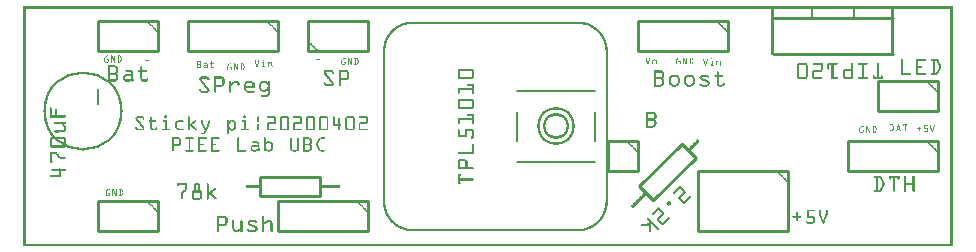
<source format=gto>
G04 MADE WITH FRITZING*
G04 WWW.FRITZING.ORG*
G04 DOUBLE SIDED*
G04 HOLES PLATED*
G04 CONTOUR ON CENTER OF CONTOUR VECTOR*
%ASAXBY*%
%FSLAX23Y23*%
%MOIN*%
%OFA0B0*%
%SFA1.0B1.0*%
%ADD10C,0.263906X0.247906*%
%ADD11C,0.126370X0.11037*%
%ADD12C,0.086740X0.0707402*%
%ADD13C,0.008000*%
%ADD14C,0.010000*%
%ADD15R,0.001000X0.001000*%
%LNSILK1*%
G90*
G70*
G54D10*
X199Y449D03*
G54D11*
X1774Y399D03*
G54D12*
X1774Y399D03*
G54D13*
X249Y474D02*
X249Y524D01*
G54D14*
D02*
X2899Y639D02*
X2499Y639D01*
D02*
X2899Y759D02*
X2499Y759D01*
G54D13*
D02*
X1904Y280D02*
X1644Y280D01*
D02*
X1644Y517D02*
X1904Y517D01*
D02*
X1904Y446D02*
X1904Y351D01*
D02*
X1644Y351D02*
X1644Y446D01*
G54D14*
D02*
X989Y166D02*
X789Y166D01*
D02*
X789Y166D02*
X789Y232D01*
D02*
X789Y232D02*
X989Y232D01*
D02*
X989Y232D02*
X989Y166D01*
D02*
X449Y149D02*
X249Y149D01*
D02*
X249Y149D02*
X249Y49D01*
D02*
X249Y49D02*
X449Y49D01*
D02*
X449Y49D02*
X449Y149D01*
D02*
X2549Y249D02*
X2249Y249D01*
D02*
X2249Y249D02*
X2249Y49D01*
D02*
X2249Y49D02*
X2549Y49D01*
D02*
X2549Y49D02*
X2549Y249D01*
D02*
X2053Y199D02*
X2194Y341D01*
D02*
X2194Y341D02*
X2241Y294D01*
D02*
X2241Y294D02*
X2100Y153D01*
D02*
X2100Y153D02*
X2053Y199D01*
D02*
X949Y649D02*
X1149Y649D01*
D02*
X1149Y649D02*
X1149Y749D01*
D02*
X1149Y749D02*
X949Y749D01*
D02*
X949Y749D02*
X949Y649D01*
D02*
X449Y749D02*
X249Y749D01*
D02*
X249Y749D02*
X249Y649D01*
D02*
X249Y649D02*
X449Y649D01*
D02*
X449Y649D02*
X449Y749D01*
D02*
X849Y749D02*
X549Y749D01*
D02*
X549Y749D02*
X549Y649D01*
D02*
X549Y649D02*
X849Y649D01*
D02*
X849Y649D02*
X849Y749D01*
D02*
X2349Y749D02*
X2049Y749D01*
D02*
X2049Y749D02*
X2049Y649D01*
D02*
X2049Y649D02*
X2349Y649D01*
D02*
X2349Y649D02*
X2349Y749D01*
D02*
X3049Y549D02*
X2849Y549D01*
D02*
X2849Y549D02*
X2849Y449D01*
D02*
X2849Y449D02*
X3049Y449D01*
D02*
X3049Y449D02*
X3049Y549D01*
D02*
X3049Y349D02*
X2749Y349D01*
D02*
X2749Y349D02*
X2749Y249D01*
D02*
X2749Y249D02*
X3049Y249D01*
D02*
X3049Y249D02*
X3049Y349D01*
D02*
X2049Y349D02*
X1949Y349D01*
D02*
X1949Y349D02*
X1949Y249D01*
D02*
X1949Y249D02*
X2049Y249D01*
D02*
X2049Y249D02*
X2049Y349D01*
D02*
X1149Y149D02*
X849Y149D01*
D02*
X849Y149D02*
X849Y49D01*
D02*
X849Y49D02*
X1149Y49D01*
D02*
X1149Y49D02*
X1149Y149D01*
G54D15*
X0Y799D02*
X3097Y799D01*
X0Y798D02*
X3097Y798D01*
X0Y797D02*
X3097Y797D01*
X0Y796D02*
X3097Y796D01*
X0Y795D02*
X3097Y795D01*
X0Y794D02*
X3097Y794D01*
X0Y793D02*
X3097Y793D01*
X0Y792D02*
X3097Y792D01*
X0Y791D02*
X7Y791D01*
X2493Y791D02*
X2502Y791D01*
X2626Y791D02*
X2630Y791D01*
X2766Y791D02*
X2770Y791D01*
X2893Y791D02*
X2902Y791D01*
X3090Y791D02*
X3097Y791D01*
X0Y790D02*
X7Y790D01*
X2493Y790D02*
X2502Y790D01*
X2626Y790D02*
X2630Y790D01*
X2766Y790D02*
X2770Y790D01*
X2893Y790D02*
X2902Y790D01*
X3090Y790D02*
X3097Y790D01*
X0Y789D02*
X7Y789D01*
X2493Y789D02*
X2502Y789D01*
X2626Y789D02*
X2630Y789D01*
X2766Y789D02*
X2770Y789D01*
X2893Y789D02*
X2902Y789D01*
X3090Y789D02*
X3097Y789D01*
X0Y788D02*
X7Y788D01*
X2493Y788D02*
X2502Y788D01*
X2626Y788D02*
X2630Y788D01*
X2766Y788D02*
X2770Y788D01*
X2893Y788D02*
X2902Y788D01*
X3090Y788D02*
X3097Y788D01*
X0Y787D02*
X7Y787D01*
X2493Y787D02*
X2502Y787D01*
X2626Y787D02*
X2630Y787D01*
X2766Y787D02*
X2770Y787D01*
X2893Y787D02*
X2902Y787D01*
X3090Y787D02*
X3097Y787D01*
X0Y786D02*
X7Y786D01*
X2493Y786D02*
X2502Y786D01*
X2626Y786D02*
X2630Y786D01*
X2766Y786D02*
X2770Y786D01*
X2893Y786D02*
X2902Y786D01*
X3090Y786D02*
X3097Y786D01*
X0Y785D02*
X7Y785D01*
X2493Y785D02*
X2502Y785D01*
X2626Y785D02*
X2630Y785D01*
X2766Y785D02*
X2770Y785D01*
X2893Y785D02*
X2902Y785D01*
X3090Y785D02*
X3097Y785D01*
X0Y784D02*
X7Y784D01*
X2493Y784D02*
X2502Y784D01*
X2626Y784D02*
X2630Y784D01*
X2766Y784D02*
X2770Y784D01*
X2893Y784D02*
X2902Y784D01*
X3090Y784D02*
X3097Y784D01*
X0Y783D02*
X7Y783D01*
X2493Y783D02*
X2502Y783D01*
X2626Y783D02*
X2630Y783D01*
X2766Y783D02*
X2770Y783D01*
X2893Y783D02*
X2902Y783D01*
X3090Y783D02*
X3097Y783D01*
X0Y782D02*
X7Y782D01*
X2493Y782D02*
X2502Y782D01*
X2626Y782D02*
X2630Y782D01*
X2766Y782D02*
X2770Y782D01*
X2893Y782D02*
X2902Y782D01*
X3090Y782D02*
X3097Y782D01*
X0Y781D02*
X7Y781D01*
X2493Y781D02*
X2502Y781D01*
X2626Y781D02*
X2630Y781D01*
X2766Y781D02*
X2770Y781D01*
X2893Y781D02*
X2902Y781D01*
X3090Y781D02*
X3097Y781D01*
X0Y780D02*
X7Y780D01*
X2493Y780D02*
X2502Y780D01*
X2626Y780D02*
X2630Y780D01*
X2766Y780D02*
X2770Y780D01*
X2893Y780D02*
X2902Y780D01*
X3090Y780D02*
X3097Y780D01*
X0Y779D02*
X7Y779D01*
X2493Y779D02*
X2502Y779D01*
X2626Y779D02*
X2630Y779D01*
X2766Y779D02*
X2770Y779D01*
X2893Y779D02*
X2902Y779D01*
X3090Y779D02*
X3097Y779D01*
X0Y778D02*
X7Y778D01*
X2493Y778D02*
X2502Y778D01*
X2626Y778D02*
X2630Y778D01*
X2766Y778D02*
X2770Y778D01*
X2893Y778D02*
X2902Y778D01*
X3090Y778D02*
X3097Y778D01*
X0Y777D02*
X7Y777D01*
X2493Y777D02*
X2502Y777D01*
X2626Y777D02*
X2630Y777D01*
X2766Y777D02*
X2770Y777D01*
X2893Y777D02*
X2902Y777D01*
X3090Y777D02*
X3097Y777D01*
X0Y776D02*
X7Y776D01*
X2493Y776D02*
X2502Y776D01*
X2626Y776D02*
X2630Y776D01*
X2766Y776D02*
X2770Y776D01*
X2893Y776D02*
X2902Y776D01*
X3090Y776D02*
X3097Y776D01*
X0Y775D02*
X7Y775D01*
X2493Y775D02*
X2502Y775D01*
X2626Y775D02*
X2630Y775D01*
X2766Y775D02*
X2770Y775D01*
X2893Y775D02*
X2902Y775D01*
X3090Y775D02*
X3097Y775D01*
X0Y774D02*
X7Y774D01*
X2493Y774D02*
X2502Y774D01*
X2626Y774D02*
X2630Y774D01*
X2766Y774D02*
X2770Y774D01*
X2893Y774D02*
X2902Y774D01*
X3090Y774D02*
X3097Y774D01*
X0Y773D02*
X7Y773D01*
X2493Y773D02*
X2502Y773D01*
X2626Y773D02*
X2630Y773D01*
X2766Y773D02*
X2770Y773D01*
X2893Y773D02*
X2902Y773D01*
X3090Y773D02*
X3097Y773D01*
X0Y772D02*
X7Y772D01*
X2493Y772D02*
X2502Y772D01*
X2626Y772D02*
X2630Y772D01*
X2766Y772D02*
X2770Y772D01*
X2893Y772D02*
X2902Y772D01*
X3090Y772D02*
X3097Y772D01*
X0Y771D02*
X7Y771D01*
X2493Y771D02*
X2502Y771D01*
X2626Y771D02*
X2630Y771D01*
X2766Y771D02*
X2770Y771D01*
X2893Y771D02*
X2902Y771D01*
X3090Y771D02*
X3097Y771D01*
X0Y770D02*
X7Y770D01*
X2493Y770D02*
X2502Y770D01*
X2626Y770D02*
X2630Y770D01*
X2766Y770D02*
X2770Y770D01*
X2893Y770D02*
X2902Y770D01*
X3090Y770D02*
X3097Y770D01*
X0Y769D02*
X7Y769D01*
X2493Y769D02*
X2502Y769D01*
X2626Y769D02*
X2630Y769D01*
X2766Y769D02*
X2770Y769D01*
X2893Y769D02*
X2902Y769D01*
X3090Y769D02*
X3097Y769D01*
X0Y768D02*
X7Y768D01*
X2493Y768D02*
X2502Y768D01*
X2626Y768D02*
X2630Y768D01*
X2766Y768D02*
X2770Y768D01*
X2893Y768D02*
X2902Y768D01*
X3090Y768D02*
X3097Y768D01*
X0Y767D02*
X7Y767D01*
X2493Y767D02*
X2502Y767D01*
X2626Y767D02*
X2630Y767D01*
X2766Y767D02*
X2770Y767D01*
X2893Y767D02*
X2902Y767D01*
X3090Y767D02*
X3097Y767D01*
X0Y766D02*
X7Y766D01*
X2493Y766D02*
X2502Y766D01*
X2626Y766D02*
X2630Y766D01*
X2766Y766D02*
X2770Y766D01*
X2893Y766D02*
X2902Y766D01*
X3090Y766D02*
X3097Y766D01*
X0Y765D02*
X7Y765D01*
X2493Y765D02*
X2502Y765D01*
X2626Y765D02*
X2630Y765D01*
X2766Y765D02*
X2770Y765D01*
X2893Y765D02*
X2902Y765D01*
X3090Y765D02*
X3097Y765D01*
X0Y764D02*
X7Y764D01*
X2493Y764D02*
X2502Y764D01*
X2626Y764D02*
X2630Y764D01*
X2766Y764D02*
X2770Y764D01*
X2893Y764D02*
X2902Y764D01*
X3090Y764D02*
X3097Y764D01*
X0Y763D02*
X7Y763D01*
X2493Y763D02*
X2502Y763D01*
X2626Y763D02*
X2630Y763D01*
X2766Y763D02*
X2770Y763D01*
X2893Y763D02*
X2902Y763D01*
X3090Y763D02*
X3097Y763D01*
X0Y762D02*
X7Y762D01*
X2493Y762D02*
X2502Y762D01*
X2626Y762D02*
X2630Y762D01*
X2766Y762D02*
X2770Y762D01*
X2893Y762D02*
X2902Y762D01*
X3090Y762D02*
X3097Y762D01*
X0Y761D02*
X7Y761D01*
X2493Y761D02*
X2502Y761D01*
X2626Y761D02*
X2630Y761D01*
X2766Y761D02*
X2770Y761D01*
X2893Y761D02*
X2902Y761D01*
X3090Y761D02*
X3097Y761D01*
X0Y760D02*
X7Y760D01*
X2493Y760D02*
X2502Y760D01*
X2626Y760D02*
X2630Y760D01*
X2766Y760D02*
X2770Y760D01*
X2893Y760D02*
X2902Y760D01*
X3090Y760D02*
X3097Y760D01*
X0Y759D02*
X7Y759D01*
X2493Y759D02*
X2502Y759D01*
X2626Y759D02*
X2630Y759D01*
X2766Y759D02*
X2770Y759D01*
X2893Y759D02*
X2902Y759D01*
X3090Y759D02*
X3097Y759D01*
X0Y758D02*
X7Y758D01*
X2493Y758D02*
X2502Y758D01*
X2893Y758D02*
X2902Y758D01*
X3090Y758D02*
X3097Y758D01*
X0Y757D02*
X7Y757D01*
X2493Y757D02*
X2502Y757D01*
X2893Y757D02*
X2902Y757D01*
X3090Y757D02*
X3097Y757D01*
X0Y756D02*
X7Y756D01*
X2493Y756D02*
X2502Y756D01*
X2893Y756D02*
X2902Y756D01*
X3090Y756D02*
X3097Y756D01*
X0Y755D02*
X7Y755D01*
X2493Y755D02*
X2502Y755D01*
X2893Y755D02*
X2902Y755D01*
X3090Y755D02*
X3097Y755D01*
X0Y754D02*
X7Y754D01*
X2493Y754D02*
X2502Y754D01*
X2893Y754D02*
X2902Y754D01*
X3090Y754D02*
X3097Y754D01*
X0Y753D02*
X7Y753D01*
X2493Y753D02*
X2502Y753D01*
X2893Y753D02*
X2902Y753D01*
X3090Y753D02*
X3097Y753D01*
X0Y752D02*
X7Y752D01*
X2493Y752D02*
X2502Y752D01*
X2893Y752D02*
X2902Y752D01*
X3090Y752D02*
X3097Y752D01*
X0Y751D02*
X7Y751D01*
X2493Y751D02*
X2502Y751D01*
X2893Y751D02*
X2902Y751D01*
X3090Y751D02*
X3097Y751D01*
X0Y750D02*
X7Y750D01*
X415Y750D02*
X415Y750D01*
X815Y750D02*
X815Y750D01*
X2315Y750D02*
X2315Y750D01*
X2493Y750D02*
X2502Y750D01*
X2893Y750D02*
X2902Y750D01*
X3090Y750D02*
X3097Y750D01*
X0Y749D02*
X7Y749D01*
X414Y749D02*
X416Y749D01*
X814Y749D02*
X816Y749D01*
X2314Y749D02*
X2316Y749D01*
X2493Y749D02*
X2502Y749D01*
X2893Y749D02*
X2902Y749D01*
X3090Y749D02*
X3097Y749D01*
X0Y748D02*
X7Y748D01*
X413Y748D02*
X417Y748D01*
X813Y748D02*
X817Y748D01*
X1286Y748D02*
X1861Y748D01*
X2313Y748D02*
X2317Y748D01*
X2493Y748D02*
X2502Y748D01*
X2893Y748D02*
X2902Y748D01*
X3090Y748D02*
X3097Y748D01*
X0Y747D02*
X7Y747D01*
X412Y747D02*
X418Y747D01*
X812Y747D02*
X818Y747D01*
X1280Y747D02*
X1867Y747D01*
X2312Y747D02*
X2318Y747D01*
X2493Y747D02*
X2502Y747D01*
X2893Y747D02*
X2902Y747D01*
X3090Y747D02*
X3097Y747D01*
X0Y746D02*
X7Y746D01*
X413Y746D02*
X419Y746D01*
X813Y746D02*
X819Y746D01*
X1275Y746D02*
X1871Y746D01*
X2313Y746D02*
X2319Y746D01*
X2493Y746D02*
X2502Y746D01*
X2893Y746D02*
X2902Y746D01*
X3090Y746D02*
X3097Y746D01*
X0Y745D02*
X7Y745D01*
X414Y745D02*
X420Y745D01*
X814Y745D02*
X820Y745D01*
X1271Y745D02*
X1875Y745D01*
X2314Y745D02*
X2320Y745D01*
X2493Y745D02*
X2502Y745D01*
X2893Y745D02*
X2902Y745D01*
X3090Y745D02*
X3097Y745D01*
X0Y744D02*
X7Y744D01*
X415Y744D02*
X421Y744D01*
X815Y744D02*
X821Y744D01*
X1268Y744D02*
X1878Y744D01*
X2315Y744D02*
X2321Y744D01*
X2493Y744D02*
X2502Y744D01*
X2893Y744D02*
X2902Y744D01*
X3090Y744D02*
X3097Y744D01*
X0Y743D02*
X7Y743D01*
X416Y743D02*
X422Y743D01*
X816Y743D02*
X822Y743D01*
X1265Y743D02*
X1881Y743D01*
X2316Y743D02*
X2322Y743D01*
X2493Y743D02*
X2502Y743D01*
X2893Y743D02*
X2902Y743D01*
X3090Y743D02*
X3097Y743D01*
X0Y742D02*
X7Y742D01*
X417Y742D02*
X423Y742D01*
X817Y742D02*
X823Y742D01*
X1262Y742D02*
X1884Y742D01*
X2317Y742D02*
X2323Y742D01*
X2493Y742D02*
X2502Y742D01*
X2893Y742D02*
X2902Y742D01*
X3090Y742D02*
X3097Y742D01*
X0Y741D02*
X7Y741D01*
X418Y741D02*
X424Y741D01*
X818Y741D02*
X824Y741D01*
X1260Y741D02*
X1886Y741D01*
X2318Y741D02*
X2324Y741D01*
X2493Y741D02*
X2502Y741D01*
X2893Y741D02*
X2902Y741D01*
X3090Y741D02*
X3097Y741D01*
X0Y740D02*
X7Y740D01*
X419Y740D02*
X425Y740D01*
X819Y740D02*
X825Y740D01*
X1258Y740D02*
X1285Y740D01*
X1861Y740D02*
X1889Y740D01*
X2319Y740D02*
X2325Y740D01*
X2493Y740D02*
X2502Y740D01*
X2893Y740D02*
X2902Y740D01*
X3090Y740D02*
X3097Y740D01*
X0Y739D02*
X7Y739D01*
X420Y739D02*
X426Y739D01*
X820Y739D02*
X826Y739D01*
X1255Y739D02*
X1279Y739D01*
X1867Y739D02*
X1891Y739D01*
X2320Y739D02*
X2326Y739D01*
X2493Y739D02*
X2502Y739D01*
X2893Y739D02*
X2902Y739D01*
X3090Y739D02*
X3097Y739D01*
X0Y738D02*
X7Y738D01*
X421Y738D02*
X427Y738D01*
X821Y738D02*
X827Y738D01*
X1253Y738D02*
X1275Y738D01*
X1872Y738D02*
X1893Y738D01*
X2321Y738D02*
X2327Y738D01*
X2493Y738D02*
X2502Y738D01*
X2893Y738D02*
X2902Y738D01*
X3090Y738D02*
X3097Y738D01*
X0Y737D02*
X7Y737D01*
X422Y737D02*
X428Y737D01*
X822Y737D02*
X828Y737D01*
X1251Y737D02*
X1271Y737D01*
X1875Y737D02*
X1895Y737D01*
X2322Y737D02*
X2328Y737D01*
X2493Y737D02*
X2502Y737D01*
X2893Y737D02*
X2902Y737D01*
X3090Y737D02*
X3097Y737D01*
X0Y736D02*
X7Y736D01*
X423Y736D02*
X429Y736D01*
X823Y736D02*
X829Y736D01*
X1250Y736D02*
X1268Y736D01*
X1878Y736D02*
X1897Y736D01*
X2323Y736D02*
X2329Y736D01*
X2493Y736D02*
X2502Y736D01*
X2893Y736D02*
X2902Y736D01*
X3090Y736D02*
X3097Y736D01*
X0Y735D02*
X7Y735D01*
X424Y735D02*
X430Y735D01*
X824Y735D02*
X830Y735D01*
X1248Y735D02*
X1265Y735D01*
X1881Y735D02*
X1898Y735D01*
X2324Y735D02*
X2330Y735D01*
X2493Y735D02*
X2502Y735D01*
X2893Y735D02*
X2902Y735D01*
X3090Y735D02*
X3097Y735D01*
X0Y734D02*
X7Y734D01*
X425Y734D02*
X431Y734D01*
X825Y734D02*
X831Y734D01*
X1246Y734D02*
X1263Y734D01*
X1884Y734D02*
X1900Y734D01*
X2325Y734D02*
X2331Y734D01*
X2493Y734D02*
X2502Y734D01*
X2893Y734D02*
X2902Y734D01*
X3090Y734D02*
X3097Y734D01*
X0Y733D02*
X7Y733D01*
X426Y733D02*
X432Y733D01*
X826Y733D02*
X832Y733D01*
X1245Y733D02*
X1260Y733D01*
X1886Y733D02*
X1902Y733D01*
X2326Y733D02*
X2332Y733D01*
X2493Y733D02*
X2502Y733D01*
X2893Y733D02*
X2902Y733D01*
X3090Y733D02*
X3097Y733D01*
X0Y732D02*
X7Y732D01*
X428Y732D02*
X433Y732D01*
X828Y732D02*
X833Y732D01*
X1243Y732D02*
X1258Y732D01*
X1888Y732D02*
X1903Y732D01*
X2327Y732D02*
X2333Y732D01*
X2493Y732D02*
X2502Y732D01*
X2893Y732D02*
X2902Y732D01*
X3090Y732D02*
X3097Y732D01*
X0Y731D02*
X7Y731D01*
X429Y731D02*
X434Y731D01*
X829Y731D02*
X834Y731D01*
X1242Y731D02*
X1256Y731D01*
X1890Y731D02*
X1904Y731D01*
X2328Y731D02*
X2334Y731D01*
X2493Y731D02*
X2502Y731D01*
X2893Y731D02*
X2902Y731D01*
X3090Y731D02*
X3097Y731D01*
X0Y730D02*
X7Y730D01*
X430Y730D02*
X435Y730D01*
X830Y730D02*
X835Y730D01*
X1240Y730D02*
X1254Y730D01*
X1892Y730D02*
X1906Y730D01*
X2330Y730D02*
X2335Y730D01*
X2493Y730D02*
X2502Y730D01*
X2893Y730D02*
X2902Y730D01*
X3090Y730D02*
X3097Y730D01*
X0Y729D02*
X7Y729D01*
X431Y729D02*
X436Y729D01*
X831Y729D02*
X836Y729D01*
X1239Y729D02*
X1252Y729D01*
X1894Y729D02*
X1907Y729D01*
X2330Y729D02*
X2336Y729D01*
X2493Y729D02*
X2502Y729D01*
X2893Y729D02*
X2902Y729D01*
X3090Y729D02*
X3097Y729D01*
X0Y728D02*
X7Y728D01*
X432Y728D02*
X437Y728D01*
X832Y728D02*
X837Y728D01*
X1238Y728D02*
X1251Y728D01*
X1895Y728D02*
X1909Y728D01*
X2331Y728D02*
X2337Y728D01*
X2493Y728D02*
X2502Y728D01*
X2893Y728D02*
X2902Y728D01*
X3090Y728D02*
X3097Y728D01*
X0Y727D02*
X7Y727D01*
X433Y727D02*
X438Y727D01*
X832Y727D02*
X838Y727D01*
X1236Y727D02*
X1249Y727D01*
X1897Y727D02*
X1910Y727D01*
X2332Y727D02*
X2338Y727D01*
X2493Y727D02*
X2502Y727D01*
X2893Y727D02*
X2902Y727D01*
X3090Y727D02*
X3097Y727D01*
X0Y726D02*
X7Y726D01*
X433Y726D02*
X439Y726D01*
X833Y726D02*
X839Y726D01*
X1235Y726D02*
X1247Y726D01*
X1899Y726D02*
X1911Y726D01*
X2333Y726D02*
X2339Y726D01*
X2493Y726D02*
X2502Y726D01*
X2893Y726D02*
X2902Y726D01*
X3090Y726D02*
X3097Y726D01*
X0Y725D02*
X7Y725D01*
X434Y725D02*
X440Y725D01*
X834Y725D02*
X840Y725D01*
X1234Y725D02*
X1246Y725D01*
X1900Y725D02*
X1912Y725D01*
X2334Y725D02*
X2340Y725D01*
X2493Y725D02*
X2502Y725D01*
X2893Y725D02*
X2902Y725D01*
X3090Y725D02*
X3097Y725D01*
X0Y724D02*
X7Y724D01*
X435Y724D02*
X441Y724D01*
X835Y724D02*
X841Y724D01*
X1233Y724D02*
X1245Y724D01*
X1902Y724D02*
X1914Y724D01*
X2335Y724D02*
X2341Y724D01*
X2493Y724D02*
X2502Y724D01*
X2893Y724D02*
X2902Y724D01*
X3090Y724D02*
X3097Y724D01*
X0Y723D02*
X7Y723D01*
X436Y723D02*
X442Y723D01*
X836Y723D02*
X842Y723D01*
X1231Y723D02*
X1243Y723D01*
X1903Y723D02*
X1915Y723D01*
X2336Y723D02*
X2342Y723D01*
X2493Y723D02*
X2502Y723D01*
X2893Y723D02*
X2902Y723D01*
X3090Y723D02*
X3097Y723D01*
X0Y722D02*
X7Y722D01*
X437Y722D02*
X443Y722D01*
X837Y722D02*
X843Y722D01*
X1230Y722D02*
X1242Y722D01*
X1904Y722D02*
X1916Y722D01*
X2337Y722D02*
X2343Y722D01*
X2493Y722D02*
X2502Y722D01*
X2893Y722D02*
X2902Y722D01*
X3090Y722D02*
X3097Y722D01*
X0Y721D02*
X7Y721D01*
X438Y721D02*
X444Y721D01*
X838Y721D02*
X844Y721D01*
X1229Y721D02*
X1241Y721D01*
X1906Y721D02*
X1917Y721D01*
X2338Y721D02*
X2344Y721D01*
X2493Y721D02*
X2502Y721D01*
X2893Y721D02*
X2902Y721D01*
X3090Y721D02*
X3097Y721D01*
X0Y720D02*
X7Y720D01*
X439Y720D02*
X445Y720D01*
X839Y720D02*
X845Y720D01*
X1228Y720D02*
X1239Y720D01*
X1907Y720D02*
X1918Y720D01*
X2339Y720D02*
X2345Y720D01*
X2493Y720D02*
X2502Y720D01*
X2893Y720D02*
X2902Y720D01*
X3090Y720D02*
X3097Y720D01*
X0Y719D02*
X7Y719D01*
X440Y719D02*
X446Y719D01*
X840Y719D02*
X846Y719D01*
X1227Y719D02*
X1238Y719D01*
X1908Y719D02*
X1919Y719D01*
X2340Y719D02*
X2346Y719D01*
X2493Y719D02*
X2502Y719D01*
X2893Y719D02*
X2902Y719D01*
X3090Y719D02*
X3097Y719D01*
X0Y718D02*
X7Y718D01*
X441Y718D02*
X447Y718D01*
X841Y718D02*
X847Y718D01*
X1226Y718D02*
X1237Y718D01*
X1909Y718D02*
X1920Y718D01*
X2341Y718D02*
X2347Y718D01*
X2493Y718D02*
X2502Y718D01*
X2893Y718D02*
X2902Y718D01*
X3090Y718D02*
X3097Y718D01*
X0Y717D02*
X7Y717D01*
X442Y717D02*
X448Y717D01*
X842Y717D02*
X848Y717D01*
X1225Y717D02*
X1236Y717D01*
X1910Y717D02*
X1921Y717D01*
X2342Y717D02*
X2348Y717D01*
X2493Y717D02*
X2502Y717D01*
X2893Y717D02*
X2902Y717D01*
X3090Y717D02*
X3097Y717D01*
X0Y716D02*
X7Y716D01*
X443Y716D02*
X449Y716D01*
X843Y716D02*
X849Y716D01*
X1224Y716D02*
X1235Y716D01*
X1911Y716D02*
X1922Y716D01*
X2343Y716D02*
X2349Y716D01*
X2493Y716D02*
X2502Y716D01*
X2893Y716D02*
X2902Y716D01*
X3090Y716D02*
X3097Y716D01*
X0Y715D02*
X7Y715D01*
X444Y715D02*
X449Y715D01*
X844Y715D02*
X849Y715D01*
X1224Y715D02*
X1234Y715D01*
X1912Y715D02*
X1923Y715D01*
X2344Y715D02*
X2349Y715D01*
X2493Y715D02*
X2502Y715D01*
X2893Y715D02*
X2902Y715D01*
X3090Y715D02*
X3097Y715D01*
X0Y714D02*
X7Y714D01*
X445Y714D02*
X448Y714D01*
X845Y714D02*
X848Y714D01*
X1223Y714D02*
X1233Y714D01*
X1914Y714D02*
X1923Y714D01*
X2345Y714D02*
X2348Y714D01*
X2493Y714D02*
X2502Y714D01*
X2893Y714D02*
X2902Y714D01*
X3090Y714D02*
X3097Y714D01*
X0Y713D02*
X7Y713D01*
X446Y713D02*
X447Y713D01*
X846Y713D02*
X847Y713D01*
X1222Y713D02*
X1232Y713D01*
X1915Y713D02*
X1924Y713D01*
X2346Y713D02*
X2347Y713D01*
X2493Y713D02*
X2502Y713D01*
X2893Y713D02*
X2902Y713D01*
X3090Y713D02*
X3097Y713D01*
X0Y712D02*
X7Y712D01*
X1221Y712D02*
X1231Y712D01*
X1915Y712D02*
X1925Y712D01*
X2493Y712D02*
X2502Y712D01*
X2893Y712D02*
X2902Y712D01*
X3090Y712D02*
X3097Y712D01*
X0Y711D02*
X7Y711D01*
X1220Y711D02*
X1230Y711D01*
X1916Y711D02*
X1926Y711D01*
X2493Y711D02*
X2502Y711D01*
X2893Y711D02*
X2902Y711D01*
X3090Y711D02*
X3097Y711D01*
X0Y710D02*
X7Y710D01*
X1220Y710D02*
X1229Y710D01*
X1917Y710D02*
X1927Y710D01*
X2493Y710D02*
X2502Y710D01*
X2893Y710D02*
X2902Y710D01*
X3090Y710D02*
X3097Y710D01*
X0Y709D02*
X7Y709D01*
X1219Y709D02*
X1228Y709D01*
X1918Y709D02*
X1927Y709D01*
X2493Y709D02*
X2502Y709D01*
X2893Y709D02*
X2902Y709D01*
X3090Y709D02*
X3097Y709D01*
X0Y708D02*
X7Y708D01*
X1218Y708D02*
X1227Y708D01*
X1919Y708D02*
X1928Y708D01*
X2493Y708D02*
X2502Y708D01*
X2893Y708D02*
X2902Y708D01*
X3090Y708D02*
X3097Y708D01*
X0Y707D02*
X7Y707D01*
X1217Y707D02*
X1226Y707D01*
X1920Y707D02*
X1929Y707D01*
X2493Y707D02*
X2502Y707D01*
X2893Y707D02*
X2902Y707D01*
X3090Y707D02*
X3097Y707D01*
X0Y706D02*
X7Y706D01*
X1217Y706D02*
X1226Y706D01*
X1921Y706D02*
X1930Y706D01*
X2493Y706D02*
X2502Y706D01*
X2893Y706D02*
X2902Y706D01*
X3090Y706D02*
X3097Y706D01*
X0Y705D02*
X7Y705D01*
X1216Y705D02*
X1225Y705D01*
X1921Y705D02*
X1930Y705D01*
X2493Y705D02*
X2502Y705D01*
X2893Y705D02*
X2902Y705D01*
X3090Y705D02*
X3097Y705D01*
X0Y704D02*
X7Y704D01*
X1215Y704D02*
X1224Y704D01*
X1922Y704D02*
X1931Y704D01*
X2493Y704D02*
X2502Y704D01*
X2893Y704D02*
X2902Y704D01*
X3090Y704D02*
X3097Y704D01*
X0Y703D02*
X7Y703D01*
X1215Y703D02*
X1223Y703D01*
X1923Y703D02*
X1932Y703D01*
X2493Y703D02*
X2502Y703D01*
X2893Y703D02*
X2902Y703D01*
X3090Y703D02*
X3097Y703D01*
X0Y702D02*
X7Y702D01*
X1214Y702D02*
X1223Y702D01*
X1924Y702D02*
X1932Y702D01*
X2493Y702D02*
X2502Y702D01*
X2893Y702D02*
X2902Y702D01*
X3090Y702D02*
X3097Y702D01*
X0Y701D02*
X7Y701D01*
X1213Y701D02*
X1222Y701D01*
X1924Y701D02*
X1933Y701D01*
X2493Y701D02*
X2502Y701D01*
X2893Y701D02*
X2902Y701D01*
X3090Y701D02*
X3097Y701D01*
X0Y700D02*
X7Y700D01*
X1213Y700D02*
X1221Y700D01*
X1925Y700D02*
X1933Y700D01*
X2493Y700D02*
X2502Y700D01*
X2893Y700D02*
X2902Y700D01*
X3090Y700D02*
X3097Y700D01*
X0Y699D02*
X7Y699D01*
X1212Y699D02*
X1220Y699D01*
X1926Y699D02*
X1934Y699D01*
X2493Y699D02*
X2502Y699D01*
X2893Y699D02*
X2902Y699D01*
X3090Y699D02*
X3097Y699D01*
X0Y698D02*
X7Y698D01*
X1212Y698D02*
X1220Y698D01*
X1926Y698D02*
X1935Y698D01*
X2493Y698D02*
X2502Y698D01*
X2893Y698D02*
X2902Y698D01*
X3090Y698D02*
X3097Y698D01*
X0Y697D02*
X7Y697D01*
X1211Y697D02*
X1219Y697D01*
X1927Y697D02*
X1935Y697D01*
X2493Y697D02*
X2502Y697D01*
X2893Y697D02*
X2902Y697D01*
X3090Y697D02*
X3097Y697D01*
X0Y696D02*
X7Y696D01*
X1211Y696D02*
X1219Y696D01*
X1928Y696D02*
X1936Y696D01*
X2493Y696D02*
X2502Y696D01*
X2893Y696D02*
X2902Y696D01*
X3090Y696D02*
X3097Y696D01*
X0Y695D02*
X7Y695D01*
X1210Y695D02*
X1218Y695D01*
X1928Y695D02*
X1936Y695D01*
X2493Y695D02*
X2502Y695D01*
X2893Y695D02*
X2902Y695D01*
X3090Y695D02*
X3097Y695D01*
X0Y694D02*
X7Y694D01*
X1209Y694D02*
X1217Y694D01*
X1929Y694D02*
X1937Y694D01*
X2493Y694D02*
X2502Y694D01*
X2893Y694D02*
X2902Y694D01*
X3090Y694D02*
X3097Y694D01*
X0Y693D02*
X7Y693D01*
X1209Y693D02*
X1217Y693D01*
X1929Y693D02*
X1937Y693D01*
X2493Y693D02*
X2502Y693D01*
X2893Y693D02*
X2902Y693D01*
X3090Y693D02*
X3097Y693D01*
X0Y692D02*
X7Y692D01*
X1208Y692D02*
X1216Y692D01*
X1930Y692D02*
X1938Y692D01*
X2493Y692D02*
X2502Y692D01*
X2893Y692D02*
X2902Y692D01*
X3090Y692D02*
X3097Y692D01*
X0Y691D02*
X7Y691D01*
X1208Y691D02*
X1216Y691D01*
X1930Y691D02*
X1938Y691D01*
X2493Y691D02*
X2502Y691D01*
X2893Y691D02*
X2902Y691D01*
X3090Y691D02*
X3097Y691D01*
X0Y690D02*
X7Y690D01*
X1208Y690D02*
X1215Y690D01*
X1931Y690D02*
X1939Y690D01*
X2493Y690D02*
X2502Y690D01*
X2893Y690D02*
X2902Y690D01*
X3090Y690D02*
X3097Y690D01*
X0Y689D02*
X7Y689D01*
X1207Y689D02*
X1215Y689D01*
X1931Y689D02*
X1939Y689D01*
X2493Y689D02*
X2502Y689D01*
X2893Y689D02*
X2902Y689D01*
X3090Y689D02*
X3097Y689D01*
X0Y688D02*
X7Y688D01*
X1207Y688D02*
X1214Y688D01*
X1932Y688D02*
X1940Y688D01*
X2493Y688D02*
X2502Y688D01*
X2893Y688D02*
X2902Y688D01*
X3090Y688D02*
X3097Y688D01*
X0Y687D02*
X7Y687D01*
X1206Y687D02*
X1214Y687D01*
X1932Y687D02*
X1940Y687D01*
X2493Y687D02*
X2502Y687D01*
X2893Y687D02*
X2902Y687D01*
X3090Y687D02*
X3097Y687D01*
X0Y686D02*
X7Y686D01*
X1206Y686D02*
X1213Y686D01*
X1933Y686D02*
X1940Y686D01*
X2493Y686D02*
X2502Y686D01*
X2893Y686D02*
X2902Y686D01*
X3090Y686D02*
X3097Y686D01*
X0Y685D02*
X7Y685D01*
X950Y685D02*
X950Y685D01*
X1205Y685D02*
X1213Y685D01*
X1933Y685D02*
X1941Y685D01*
X2493Y685D02*
X2502Y685D01*
X2893Y685D02*
X2902Y685D01*
X3090Y685D02*
X3097Y685D01*
X0Y684D02*
X7Y684D01*
X949Y684D02*
X951Y684D01*
X1205Y684D02*
X1213Y684D01*
X1934Y684D02*
X1941Y684D01*
X2493Y684D02*
X2502Y684D01*
X2893Y684D02*
X2902Y684D01*
X3090Y684D02*
X3097Y684D01*
X0Y683D02*
X7Y683D01*
X948Y683D02*
X952Y683D01*
X1205Y683D02*
X1212Y683D01*
X1934Y683D02*
X1941Y683D01*
X2493Y683D02*
X2502Y683D01*
X2893Y683D02*
X2902Y683D01*
X3090Y683D02*
X3097Y683D01*
X0Y682D02*
X7Y682D01*
X947Y682D02*
X953Y682D01*
X1204Y682D02*
X1212Y682D01*
X1935Y682D02*
X1942Y682D01*
X2493Y682D02*
X2502Y682D01*
X2893Y682D02*
X2902Y682D01*
X3090Y682D02*
X3097Y682D01*
X0Y681D02*
X7Y681D01*
X948Y681D02*
X954Y681D01*
X1204Y681D02*
X1211Y681D01*
X1935Y681D02*
X1942Y681D01*
X2493Y681D02*
X2502Y681D01*
X2893Y681D02*
X2902Y681D01*
X3090Y681D02*
X3097Y681D01*
X0Y680D02*
X7Y680D01*
X949Y680D02*
X955Y680D01*
X1204Y680D02*
X1211Y680D01*
X1935Y680D02*
X1943Y680D01*
X2493Y680D02*
X2502Y680D01*
X2893Y680D02*
X2902Y680D01*
X3090Y680D02*
X3097Y680D01*
X0Y679D02*
X7Y679D01*
X950Y679D02*
X956Y679D01*
X1203Y679D02*
X1211Y679D01*
X1936Y679D02*
X1943Y679D01*
X2493Y679D02*
X2502Y679D01*
X2893Y679D02*
X2902Y679D01*
X3090Y679D02*
X3097Y679D01*
X0Y678D02*
X7Y678D01*
X951Y678D02*
X957Y678D01*
X1203Y678D02*
X1210Y678D01*
X1936Y678D02*
X1943Y678D01*
X2493Y678D02*
X2502Y678D01*
X2893Y678D02*
X2902Y678D01*
X3090Y678D02*
X3097Y678D01*
X0Y677D02*
X7Y677D01*
X952Y677D02*
X958Y677D01*
X1203Y677D02*
X1210Y677D01*
X1936Y677D02*
X1943Y677D01*
X2493Y677D02*
X2502Y677D01*
X2893Y677D02*
X2902Y677D01*
X3090Y677D02*
X3097Y677D01*
X0Y676D02*
X7Y676D01*
X953Y676D02*
X959Y676D01*
X1202Y676D02*
X1210Y676D01*
X1937Y676D02*
X1944Y676D01*
X2493Y676D02*
X2502Y676D01*
X2893Y676D02*
X2902Y676D01*
X3090Y676D02*
X3097Y676D01*
X0Y675D02*
X7Y675D01*
X954Y675D02*
X960Y675D01*
X1202Y675D02*
X1209Y675D01*
X1937Y675D02*
X1944Y675D01*
X2493Y675D02*
X2502Y675D01*
X2893Y675D02*
X2902Y675D01*
X3090Y675D02*
X3097Y675D01*
X0Y674D02*
X7Y674D01*
X955Y674D02*
X961Y674D01*
X1202Y674D02*
X1209Y674D01*
X1937Y674D02*
X1944Y674D01*
X2493Y674D02*
X2502Y674D01*
X2893Y674D02*
X2902Y674D01*
X3090Y674D02*
X3097Y674D01*
X0Y673D02*
X7Y673D01*
X956Y673D02*
X962Y673D01*
X1202Y673D02*
X1209Y673D01*
X1937Y673D02*
X1945Y673D01*
X2493Y673D02*
X2502Y673D01*
X2893Y673D02*
X2902Y673D01*
X3090Y673D02*
X3097Y673D01*
X0Y672D02*
X7Y672D01*
X957Y672D02*
X963Y672D01*
X1201Y672D02*
X1209Y672D01*
X1938Y672D02*
X1945Y672D01*
X2493Y672D02*
X2502Y672D01*
X2893Y672D02*
X2902Y672D01*
X3090Y672D02*
X3097Y672D01*
X0Y671D02*
X7Y671D01*
X958Y671D02*
X964Y671D01*
X1201Y671D02*
X1208Y671D01*
X1938Y671D02*
X1945Y671D01*
X2493Y671D02*
X2502Y671D01*
X2893Y671D02*
X2902Y671D01*
X3090Y671D02*
X3097Y671D01*
X0Y670D02*
X7Y670D01*
X959Y670D02*
X965Y670D01*
X1201Y670D02*
X1208Y670D01*
X1938Y670D02*
X1945Y670D01*
X2493Y670D02*
X2502Y670D01*
X2893Y670D02*
X2902Y670D01*
X3090Y670D02*
X3097Y670D01*
X0Y669D02*
X7Y669D01*
X960Y669D02*
X965Y669D01*
X1201Y669D02*
X1208Y669D01*
X1938Y669D02*
X1945Y669D01*
X2493Y669D02*
X2502Y669D01*
X2893Y669D02*
X2902Y669D01*
X3090Y669D02*
X3097Y669D01*
X0Y668D02*
X7Y668D01*
X961Y668D02*
X966Y668D01*
X1201Y668D02*
X1208Y668D01*
X1939Y668D02*
X1946Y668D01*
X2493Y668D02*
X2502Y668D01*
X2893Y668D02*
X2902Y668D01*
X3090Y668D02*
X3097Y668D01*
X0Y667D02*
X7Y667D01*
X962Y667D02*
X967Y667D01*
X1200Y667D02*
X1207Y667D01*
X1939Y667D02*
X1946Y667D01*
X2493Y667D02*
X2502Y667D01*
X2893Y667D02*
X2902Y667D01*
X3090Y667D02*
X3097Y667D01*
X0Y666D02*
X7Y666D01*
X963Y666D02*
X969Y666D01*
X1200Y666D02*
X1207Y666D01*
X1939Y666D02*
X1946Y666D01*
X2493Y666D02*
X2502Y666D01*
X2893Y666D02*
X2902Y666D01*
X3090Y666D02*
X3097Y666D01*
X0Y665D02*
X7Y665D01*
X964Y665D02*
X970Y665D01*
X1200Y665D02*
X1207Y665D01*
X1939Y665D02*
X1946Y665D01*
X2493Y665D02*
X2502Y665D01*
X2893Y665D02*
X2902Y665D01*
X3090Y665D02*
X3097Y665D01*
X0Y664D02*
X7Y664D01*
X965Y664D02*
X971Y664D01*
X1200Y664D02*
X1207Y664D01*
X1939Y664D02*
X1946Y664D01*
X2493Y664D02*
X2502Y664D01*
X2893Y664D02*
X2902Y664D01*
X3090Y664D02*
X3097Y664D01*
X0Y663D02*
X7Y663D01*
X966Y663D02*
X972Y663D01*
X1200Y663D02*
X1207Y663D01*
X1940Y663D02*
X1947Y663D01*
X2493Y663D02*
X2502Y663D01*
X2893Y663D02*
X2902Y663D01*
X3090Y663D02*
X3097Y663D01*
X0Y662D02*
X7Y662D01*
X967Y662D02*
X973Y662D01*
X1200Y662D02*
X1207Y662D01*
X1940Y662D02*
X1947Y662D01*
X2493Y662D02*
X2502Y662D01*
X2893Y662D02*
X2902Y662D01*
X3090Y662D02*
X3097Y662D01*
X0Y661D02*
X7Y661D01*
X968Y661D02*
X974Y661D01*
X1199Y661D02*
X1206Y661D01*
X1940Y661D02*
X1947Y661D01*
X2493Y661D02*
X2502Y661D01*
X2893Y661D02*
X2902Y661D01*
X3090Y661D02*
X3097Y661D01*
X0Y660D02*
X7Y660D01*
X969Y660D02*
X975Y660D01*
X1199Y660D02*
X1206Y660D01*
X1940Y660D02*
X1947Y660D01*
X2493Y660D02*
X2502Y660D01*
X2893Y660D02*
X2902Y660D01*
X3090Y660D02*
X3097Y660D01*
X0Y659D02*
X7Y659D01*
X970Y659D02*
X976Y659D01*
X1199Y659D02*
X1206Y659D01*
X1940Y659D02*
X1947Y659D01*
X2493Y659D02*
X2502Y659D01*
X2893Y659D02*
X2902Y659D01*
X3090Y659D02*
X3097Y659D01*
X0Y658D02*
X7Y658D01*
X971Y658D02*
X977Y658D01*
X1199Y658D02*
X1206Y658D01*
X1940Y658D02*
X1947Y658D01*
X2493Y658D02*
X2502Y658D01*
X2893Y658D02*
X2902Y658D01*
X3090Y658D02*
X3097Y658D01*
X0Y657D02*
X7Y657D01*
X972Y657D02*
X978Y657D01*
X1199Y657D02*
X1206Y657D01*
X1940Y657D02*
X1947Y657D01*
X2493Y657D02*
X2502Y657D01*
X2893Y657D02*
X2902Y657D01*
X3090Y657D02*
X3097Y657D01*
X0Y656D02*
X7Y656D01*
X973Y656D02*
X979Y656D01*
X1199Y656D02*
X1206Y656D01*
X1940Y656D02*
X1947Y656D01*
X2493Y656D02*
X2502Y656D01*
X2893Y656D02*
X2902Y656D01*
X3090Y656D02*
X3097Y656D01*
X0Y655D02*
X7Y655D01*
X974Y655D02*
X980Y655D01*
X1199Y655D02*
X1206Y655D01*
X1940Y655D02*
X1947Y655D01*
X2493Y655D02*
X2502Y655D01*
X2893Y655D02*
X2902Y655D01*
X3090Y655D02*
X3097Y655D01*
X0Y654D02*
X7Y654D01*
X975Y654D02*
X981Y654D01*
X1199Y654D02*
X1206Y654D01*
X1940Y654D02*
X1947Y654D01*
X2493Y654D02*
X2502Y654D01*
X2893Y654D02*
X2902Y654D01*
X3090Y654D02*
X3097Y654D01*
X0Y653D02*
X7Y653D01*
X976Y653D02*
X982Y653D01*
X1199Y653D02*
X1206Y653D01*
X1940Y653D02*
X1947Y653D01*
X2493Y653D02*
X2502Y653D01*
X2893Y653D02*
X2902Y653D01*
X3090Y653D02*
X3097Y653D01*
X0Y652D02*
X7Y652D01*
X977Y652D02*
X983Y652D01*
X1199Y652D02*
X1206Y652D01*
X1941Y652D02*
X1948Y652D01*
X2493Y652D02*
X2502Y652D01*
X2893Y652D02*
X2902Y652D01*
X3090Y652D02*
X3097Y652D01*
X0Y651D02*
X7Y651D01*
X978Y651D02*
X984Y651D01*
X1199Y651D02*
X1206Y651D01*
X1941Y651D02*
X1948Y651D01*
X2493Y651D02*
X2502Y651D01*
X2893Y651D02*
X2902Y651D01*
X3090Y651D02*
X3097Y651D01*
X0Y650D02*
X7Y650D01*
X979Y650D02*
X984Y650D01*
X1199Y650D02*
X1206Y650D01*
X1941Y650D02*
X1948Y650D01*
X2493Y650D02*
X2502Y650D01*
X2893Y650D02*
X2902Y650D01*
X3090Y650D02*
X3097Y650D01*
X0Y649D02*
X7Y649D01*
X980Y649D02*
X983Y649D01*
X1199Y649D02*
X1206Y649D01*
X1941Y649D02*
X1948Y649D01*
X2493Y649D02*
X2502Y649D01*
X2893Y649D02*
X2902Y649D01*
X3090Y649D02*
X3097Y649D01*
X0Y648D02*
X7Y648D01*
X981Y648D02*
X982Y648D01*
X1199Y648D02*
X1206Y648D01*
X1941Y648D02*
X1948Y648D01*
X2493Y648D02*
X2502Y648D01*
X2893Y648D02*
X2902Y648D01*
X3090Y648D02*
X3097Y648D01*
X0Y647D02*
X7Y647D01*
X1199Y647D02*
X1206Y647D01*
X1941Y647D02*
X1948Y647D01*
X2493Y647D02*
X2502Y647D01*
X2893Y647D02*
X2902Y647D01*
X3090Y647D02*
X3097Y647D01*
X0Y646D02*
X7Y646D01*
X1199Y646D02*
X1206Y646D01*
X1941Y646D02*
X1948Y646D01*
X2493Y646D02*
X2502Y646D01*
X2893Y646D02*
X2902Y646D01*
X3090Y646D02*
X3097Y646D01*
X0Y645D02*
X7Y645D01*
X1199Y645D02*
X1206Y645D01*
X1941Y645D02*
X1948Y645D01*
X2493Y645D02*
X2502Y645D01*
X2893Y645D02*
X2902Y645D01*
X3090Y645D02*
X3097Y645D01*
X0Y644D02*
X7Y644D01*
X1199Y644D02*
X1206Y644D01*
X1941Y644D02*
X1948Y644D01*
X2493Y644D02*
X2502Y644D01*
X2893Y644D02*
X2902Y644D01*
X3090Y644D02*
X3097Y644D01*
X0Y643D02*
X7Y643D01*
X1199Y643D02*
X1206Y643D01*
X1941Y643D02*
X1948Y643D01*
X2493Y643D02*
X2502Y643D01*
X2893Y643D02*
X2902Y643D01*
X3090Y643D02*
X3097Y643D01*
X0Y642D02*
X7Y642D01*
X1199Y642D02*
X1206Y642D01*
X1941Y642D02*
X1948Y642D01*
X2493Y642D02*
X2502Y642D01*
X2893Y642D02*
X2902Y642D01*
X3090Y642D02*
X3097Y642D01*
X0Y641D02*
X7Y641D01*
X1199Y641D02*
X1206Y641D01*
X1941Y641D02*
X1948Y641D01*
X2493Y641D02*
X2502Y641D01*
X2893Y641D02*
X2902Y641D01*
X3090Y641D02*
X3097Y641D01*
X0Y640D02*
X7Y640D01*
X1199Y640D02*
X1206Y640D01*
X1941Y640D02*
X1948Y640D01*
X2493Y640D02*
X2502Y640D01*
X2893Y640D02*
X2902Y640D01*
X3090Y640D02*
X3097Y640D01*
X0Y639D02*
X7Y639D01*
X1199Y639D02*
X1206Y639D01*
X1941Y639D02*
X1948Y639D01*
X2494Y639D02*
X2502Y639D01*
X2894Y639D02*
X2902Y639D01*
X3090Y639D02*
X3097Y639D01*
X0Y638D02*
X7Y638D01*
X1199Y638D02*
X1206Y638D01*
X1941Y638D02*
X1948Y638D01*
X3090Y638D02*
X3097Y638D01*
X0Y637D02*
X7Y637D01*
X1199Y637D02*
X1206Y637D01*
X1941Y637D02*
X1948Y637D01*
X3090Y637D02*
X3097Y637D01*
X0Y636D02*
X7Y636D01*
X1199Y636D02*
X1206Y636D01*
X1941Y636D02*
X1948Y636D01*
X3090Y636D02*
X3097Y636D01*
X0Y635D02*
X7Y635D01*
X278Y635D02*
X283Y635D01*
X292Y635D02*
X295Y635D01*
X305Y635D02*
X305Y635D01*
X315Y635D02*
X321Y635D01*
X1199Y635D02*
X1206Y635D01*
X1941Y635D02*
X1948Y635D01*
X3090Y635D02*
X3097Y635D01*
X0Y634D02*
X7Y634D01*
X276Y634D02*
X284Y634D01*
X292Y634D02*
X296Y634D01*
X304Y634D02*
X306Y634D01*
X314Y634D02*
X323Y634D01*
X1199Y634D02*
X1206Y634D01*
X1941Y634D02*
X1948Y634D01*
X3090Y634D02*
X3097Y634D01*
X0Y633D02*
X7Y633D01*
X275Y633D02*
X284Y633D01*
X292Y633D02*
X296Y633D01*
X304Y633D02*
X306Y633D01*
X314Y633D02*
X324Y633D01*
X1199Y633D02*
X1206Y633D01*
X1941Y633D02*
X1948Y633D01*
X3090Y633D02*
X3097Y633D01*
X0Y632D02*
X7Y632D01*
X275Y632D02*
X278Y632D01*
X292Y632D02*
X297Y632D01*
X304Y632D02*
X306Y632D01*
X317Y632D02*
X319Y632D01*
X321Y632D02*
X325Y632D01*
X1199Y632D02*
X1206Y632D01*
X1941Y632D02*
X1948Y632D01*
X3090Y632D02*
X3097Y632D01*
X0Y631D02*
X7Y631D01*
X274Y631D02*
X277Y631D01*
X292Y631D02*
X297Y631D01*
X304Y631D02*
X306Y631D01*
X317Y631D02*
X319Y631D01*
X323Y631D02*
X325Y631D01*
X1199Y631D02*
X1206Y631D01*
X1941Y631D02*
X1948Y631D01*
X3090Y631D02*
X3097Y631D01*
X0Y630D02*
X7Y630D01*
X273Y630D02*
X276Y630D01*
X292Y630D02*
X297Y630D01*
X304Y630D02*
X306Y630D01*
X317Y630D02*
X319Y630D01*
X323Y630D02*
X326Y630D01*
X981Y630D02*
X983Y630D01*
X1199Y630D02*
X1206Y630D01*
X1941Y630D02*
X1948Y630D01*
X3090Y630D02*
X3097Y630D01*
X0Y629D02*
X7Y629D01*
X272Y629D02*
X275Y629D01*
X292Y629D02*
X298Y629D01*
X304Y629D02*
X306Y629D01*
X317Y629D02*
X319Y629D01*
X324Y629D02*
X326Y629D01*
X981Y629D02*
X983Y629D01*
X1199Y629D02*
X1206Y629D01*
X1941Y629D02*
X1948Y629D01*
X3090Y629D02*
X3097Y629D01*
X0Y628D02*
X7Y628D01*
X271Y628D02*
X274Y628D01*
X292Y628D02*
X294Y628D01*
X296Y628D02*
X298Y628D01*
X304Y628D02*
X306Y628D01*
X317Y628D02*
X319Y628D01*
X324Y628D02*
X327Y628D01*
X981Y628D02*
X983Y628D01*
X1199Y628D02*
X1206Y628D01*
X1941Y628D02*
X1948Y628D01*
X2075Y628D02*
X2076Y628D01*
X2087Y628D02*
X2088Y628D01*
X2183Y628D02*
X2190Y628D01*
X2198Y628D02*
X2201Y628D01*
X2210Y628D02*
X2212Y628D01*
X2220Y628D02*
X2228Y628D01*
X3090Y628D02*
X3097Y628D01*
X0Y627D02*
X7Y627D01*
X271Y627D02*
X274Y627D01*
X292Y627D02*
X294Y627D01*
X296Y627D02*
X299Y627D01*
X304Y627D02*
X306Y627D01*
X317Y627D02*
X319Y627D01*
X325Y627D02*
X327Y627D01*
X981Y627D02*
X983Y627D01*
X1067Y627D02*
X1073Y627D01*
X1082Y627D02*
X1085Y627D01*
X1094Y627D02*
X1095Y627D01*
X1104Y627D02*
X1111Y627D01*
X1199Y627D02*
X1206Y627D01*
X1941Y627D02*
X1948Y627D01*
X2075Y627D02*
X2077Y627D01*
X2087Y627D02*
X2089Y627D01*
X2181Y627D02*
X2190Y627D01*
X2198Y627D02*
X2202Y627D01*
X2210Y627D02*
X2212Y627D01*
X2220Y627D02*
X2229Y627D01*
X3090Y627D02*
X3097Y627D01*
X0Y626D02*
X7Y626D01*
X271Y626D02*
X273Y626D01*
X292Y626D02*
X294Y626D01*
X297Y626D02*
X299Y626D01*
X304Y626D02*
X306Y626D01*
X317Y626D02*
X319Y626D01*
X325Y626D02*
X328Y626D01*
X981Y626D02*
X983Y626D01*
X1066Y626D02*
X1074Y626D01*
X1082Y626D02*
X1085Y626D01*
X1094Y626D02*
X1096Y626D01*
X1104Y626D02*
X1113Y626D01*
X1199Y626D02*
X1206Y626D01*
X1941Y626D02*
X1948Y626D01*
X2075Y626D02*
X2077Y626D01*
X2087Y626D02*
X2089Y626D01*
X2181Y626D02*
X2189Y626D01*
X2198Y626D02*
X2202Y626D01*
X2210Y626D02*
X2212Y626D01*
X2221Y626D02*
X2230Y626D01*
X2294Y626D02*
X2296Y626D01*
X3090Y626D02*
X3097Y626D01*
X0Y625D02*
X7Y625D01*
X270Y625D02*
X272Y625D01*
X292Y625D02*
X294Y625D01*
X297Y625D02*
X300Y625D01*
X304Y625D02*
X306Y625D01*
X317Y625D02*
X319Y625D01*
X326Y625D02*
X328Y625D01*
X981Y625D02*
X983Y625D01*
X1065Y625D02*
X1074Y625D01*
X1082Y625D02*
X1086Y625D01*
X1094Y625D02*
X1096Y625D01*
X1104Y625D02*
X1114Y625D01*
X1199Y625D02*
X1206Y625D01*
X1941Y625D02*
X1948Y625D01*
X2075Y625D02*
X2077Y625D01*
X2087Y625D02*
X2089Y625D01*
X2180Y625D02*
X2183Y625D01*
X2198Y625D02*
X2203Y625D01*
X2210Y625D02*
X2212Y625D01*
X2223Y625D02*
X2225Y625D01*
X2228Y625D02*
X2231Y625D01*
X2293Y625D02*
X2296Y625D01*
X3090Y625D02*
X3097Y625D01*
X0Y624D02*
X7Y624D01*
X270Y624D02*
X272Y624D01*
X292Y624D02*
X294Y624D01*
X298Y624D02*
X300Y624D01*
X304Y624D02*
X306Y624D01*
X317Y624D02*
X319Y624D01*
X326Y624D02*
X328Y624D01*
X411Y624D02*
X413Y624D01*
X975Y624D02*
X989Y624D01*
X1064Y624D02*
X1067Y624D01*
X1082Y624D02*
X1086Y624D01*
X1094Y624D02*
X1096Y624D01*
X1106Y624D02*
X1109Y624D01*
X1112Y624D02*
X1114Y624D01*
X1199Y624D02*
X1206Y624D01*
X1941Y624D02*
X1948Y624D01*
X2075Y624D02*
X2077Y624D01*
X2087Y624D02*
X2089Y624D01*
X2179Y624D02*
X2182Y624D01*
X2198Y624D02*
X2203Y624D01*
X2210Y624D02*
X2212Y624D01*
X2223Y624D02*
X2225Y624D01*
X2229Y624D02*
X2231Y624D01*
X2267Y624D02*
X2268Y624D01*
X2279Y624D02*
X2280Y624D01*
X2293Y624D02*
X2297Y624D01*
X2927Y624D02*
X2929Y624D01*
X2975Y624D02*
X3007Y624D01*
X3027Y624D02*
X3044Y624D01*
X3090Y624D02*
X3097Y624D01*
X0Y623D02*
X7Y623D01*
X270Y623D02*
X272Y623D01*
X292Y623D02*
X294Y623D01*
X298Y623D02*
X300Y623D01*
X304Y623D02*
X306Y623D01*
X317Y623D02*
X319Y623D01*
X326Y623D02*
X328Y623D01*
X411Y623D02*
X413Y623D01*
X975Y623D02*
X989Y623D01*
X1063Y623D02*
X1066Y623D01*
X1082Y623D02*
X1087Y623D01*
X1094Y623D02*
X1096Y623D01*
X1107Y623D02*
X1109Y623D01*
X1112Y623D02*
X1115Y623D01*
X1199Y623D02*
X1206Y623D01*
X1941Y623D02*
X1948Y623D01*
X2075Y623D02*
X2077Y623D01*
X2087Y623D02*
X2089Y623D01*
X2178Y623D02*
X2181Y623D01*
X2198Y623D02*
X2203Y623D01*
X2210Y623D02*
X2212Y623D01*
X2223Y623D02*
X2225Y623D01*
X2229Y623D02*
X2232Y623D01*
X2267Y623D02*
X2269Y623D01*
X2279Y623D02*
X2281Y623D01*
X2293Y623D02*
X2296Y623D01*
X2926Y623D02*
X2930Y623D01*
X2975Y623D02*
X3008Y623D01*
X3026Y623D02*
X3046Y623D01*
X3090Y623D02*
X3097Y623D01*
X0Y622D02*
X7Y622D01*
X270Y622D02*
X272Y622D01*
X278Y622D02*
X284Y622D01*
X292Y622D02*
X294Y622D01*
X299Y622D02*
X301Y622D01*
X304Y622D02*
X306Y622D01*
X317Y622D02*
X319Y622D01*
X326Y622D02*
X328Y622D01*
X411Y622D02*
X413Y622D01*
X976Y622D02*
X988Y622D01*
X1062Y622D02*
X1065Y622D01*
X1082Y622D02*
X1087Y622D01*
X1094Y622D02*
X1096Y622D01*
X1107Y622D02*
X1109Y622D01*
X1113Y622D02*
X1115Y622D01*
X1199Y622D02*
X1206Y622D01*
X1941Y622D02*
X1948Y622D01*
X2075Y622D02*
X2077Y622D01*
X2087Y622D02*
X2089Y622D01*
X2101Y622D02*
X2106Y622D01*
X2177Y622D02*
X2180Y622D01*
X2198Y622D02*
X2200Y622D01*
X2202Y622D02*
X2204Y622D01*
X2210Y622D02*
X2212Y622D01*
X2223Y622D02*
X2225Y622D01*
X2230Y622D02*
X2232Y622D01*
X2267Y622D02*
X2269Y622D01*
X2279Y622D02*
X2281Y622D01*
X2925Y622D02*
X2931Y622D01*
X2975Y622D02*
X3008Y622D01*
X3025Y622D02*
X3047Y622D01*
X3090Y622D02*
X3097Y622D01*
X0Y621D02*
X7Y621D01*
X270Y621D02*
X272Y621D01*
X278Y621D02*
X284Y621D01*
X292Y621D02*
X294Y621D01*
X299Y621D02*
X301Y621D01*
X304Y621D02*
X306Y621D01*
X317Y621D02*
X319Y621D01*
X325Y621D02*
X328Y621D01*
X411Y621D02*
X413Y621D01*
X799Y621D02*
X801Y621D01*
X981Y621D02*
X983Y621D01*
X1062Y621D02*
X1065Y621D01*
X1082Y621D02*
X1088Y621D01*
X1094Y621D02*
X1096Y621D01*
X1107Y621D02*
X1109Y621D01*
X1113Y621D02*
X1116Y621D01*
X1199Y621D02*
X1206Y621D01*
X1941Y621D02*
X1948Y621D01*
X2075Y621D02*
X2077Y621D01*
X2086Y621D02*
X2088Y621D01*
X2099Y621D02*
X2108Y621D01*
X2177Y621D02*
X2180Y621D01*
X2198Y621D02*
X2200Y621D01*
X2202Y621D02*
X2204Y621D01*
X2210Y621D02*
X2212Y621D01*
X2223Y621D02*
X2225Y621D01*
X2230Y621D02*
X2233Y621D01*
X2267Y621D02*
X2269Y621D01*
X2279Y621D02*
X2281Y621D01*
X2925Y621D02*
X2931Y621D01*
X2975Y621D02*
X3009Y621D01*
X3025Y621D02*
X3048Y621D01*
X3090Y621D02*
X3097Y621D01*
X0Y620D02*
X7Y620D01*
X270Y620D02*
X272Y620D01*
X278Y620D02*
X284Y620D01*
X292Y620D02*
X294Y620D01*
X299Y620D02*
X302Y620D01*
X304Y620D02*
X306Y620D01*
X317Y620D02*
X319Y620D01*
X325Y620D02*
X327Y620D01*
X411Y620D02*
X413Y620D01*
X773Y620D02*
X773Y620D01*
X785Y620D02*
X785Y620D01*
X798Y620D02*
X802Y620D01*
X981Y620D02*
X983Y620D01*
X1061Y620D02*
X1064Y620D01*
X1082Y620D02*
X1084Y620D01*
X1086Y620D02*
X1088Y620D01*
X1094Y620D02*
X1096Y620D01*
X1107Y620D02*
X1109Y620D01*
X1114Y620D02*
X1116Y620D01*
X1199Y620D02*
X1206Y620D01*
X1941Y620D02*
X1948Y620D01*
X2075Y620D02*
X2078Y620D01*
X2086Y620D02*
X2088Y620D01*
X2098Y620D02*
X2109Y620D01*
X2176Y620D02*
X2179Y620D01*
X2198Y620D02*
X2200Y620D01*
X2202Y620D02*
X2205Y620D01*
X2210Y620D02*
X2212Y620D01*
X2223Y620D02*
X2225Y620D01*
X2231Y620D02*
X2233Y620D01*
X2267Y620D02*
X2269Y620D01*
X2279Y620D02*
X2281Y620D01*
X2925Y620D02*
X2931Y620D01*
X2975Y620D02*
X3008Y620D01*
X3025Y620D02*
X3049Y620D01*
X3090Y620D02*
X3097Y620D01*
X0Y619D02*
X7Y619D01*
X270Y619D02*
X272Y619D01*
X282Y619D02*
X284Y619D01*
X292Y619D02*
X294Y619D01*
X300Y619D02*
X302Y619D01*
X304Y619D02*
X306Y619D01*
X317Y619D02*
X319Y619D01*
X324Y619D02*
X327Y619D01*
X406Y619D02*
X417Y619D01*
X772Y619D02*
X774Y619D01*
X784Y619D02*
X786Y619D01*
X798Y619D02*
X802Y619D01*
X981Y619D02*
X983Y619D01*
X1060Y619D02*
X1063Y619D01*
X1082Y619D02*
X1084Y619D01*
X1086Y619D02*
X1088Y619D01*
X1094Y619D02*
X1096Y619D01*
X1107Y619D02*
X1109Y619D01*
X1114Y619D02*
X1117Y619D01*
X1199Y619D02*
X1206Y619D01*
X1941Y619D02*
X1948Y619D01*
X2076Y619D02*
X2078Y619D01*
X2085Y619D02*
X2088Y619D01*
X2097Y619D02*
X2101Y619D01*
X2106Y619D02*
X2110Y619D01*
X2176Y619D02*
X2178Y619D01*
X2198Y619D02*
X2200Y619D01*
X2203Y619D02*
X2205Y619D01*
X2210Y619D02*
X2212Y619D01*
X2223Y619D02*
X2225Y619D01*
X2231Y619D02*
X2233Y619D01*
X2267Y619D02*
X2269Y619D01*
X2279Y619D02*
X2281Y619D01*
X2925Y619D02*
X2931Y619D01*
X2975Y619D02*
X3008Y619D01*
X3026Y619D02*
X3050Y619D01*
X3090Y619D02*
X3097Y619D01*
X0Y618D02*
X7Y618D01*
X270Y618D02*
X272Y618D01*
X282Y618D02*
X284Y618D01*
X292Y618D02*
X294Y618D01*
X300Y618D02*
X306Y618D01*
X317Y618D02*
X319Y618D01*
X324Y618D02*
X326Y618D01*
X405Y618D02*
X419Y618D01*
X772Y618D02*
X774Y618D01*
X784Y618D02*
X786Y618D01*
X798Y618D02*
X801Y618D01*
X981Y618D02*
X983Y618D01*
X1060Y618D02*
X1062Y618D01*
X1082Y618D02*
X1084Y618D01*
X1087Y618D02*
X1089Y618D01*
X1094Y618D02*
X1096Y618D01*
X1107Y618D02*
X1109Y618D01*
X1115Y618D02*
X1117Y618D01*
X1199Y618D02*
X1206Y618D01*
X1941Y618D02*
X1948Y618D01*
X2076Y618D02*
X2078Y618D01*
X2085Y618D02*
X2087Y618D01*
X2097Y618D02*
X2099Y618D01*
X2108Y618D02*
X2110Y618D01*
X2176Y618D02*
X2178Y618D01*
X2198Y618D02*
X2200Y618D01*
X2203Y618D02*
X2206Y618D01*
X2210Y618D02*
X2212Y618D01*
X2223Y618D02*
X2225Y618D01*
X2232Y618D02*
X2234Y618D01*
X2267Y618D02*
X2269Y618D01*
X2278Y618D02*
X2281Y618D01*
X2290Y618D02*
X2296Y618D01*
X2311Y618D02*
X2312Y618D01*
X2316Y618D02*
X2322Y618D01*
X2925Y618D02*
X2931Y618D01*
X2975Y618D02*
X3007Y618D01*
X3027Y618D02*
X3050Y618D01*
X3090Y618D02*
X3097Y618D01*
X0Y617D02*
X7Y617D01*
X270Y617D02*
X272Y617D01*
X282Y617D02*
X284Y617D01*
X292Y617D02*
X294Y617D01*
X301Y617D02*
X306Y617D01*
X317Y617D02*
X319Y617D01*
X323Y617D02*
X326Y617D01*
X405Y617D02*
X419Y617D01*
X772Y617D02*
X774Y617D01*
X784Y617D02*
X786Y617D01*
X981Y617D02*
X983Y617D01*
X1060Y617D02*
X1062Y617D01*
X1082Y617D02*
X1084Y617D01*
X1087Y617D02*
X1089Y617D01*
X1094Y617D02*
X1096Y617D01*
X1107Y617D02*
X1109Y617D01*
X1115Y617D02*
X1118Y617D01*
X1199Y617D02*
X1206Y617D01*
X1941Y617D02*
X1948Y617D01*
X2076Y617D02*
X2079Y617D01*
X2085Y617D02*
X2087Y617D01*
X2097Y617D02*
X2099Y617D01*
X2108Y617D02*
X2111Y617D01*
X2176Y617D02*
X2178Y617D01*
X2198Y617D02*
X2200Y617D01*
X2204Y617D02*
X2206Y617D01*
X2210Y617D02*
X2212Y617D01*
X2223Y617D02*
X2225Y617D01*
X2232Y617D02*
X2234Y617D01*
X2267Y617D02*
X2269Y617D01*
X2278Y617D02*
X2280Y617D01*
X2290Y617D02*
X2297Y617D01*
X2310Y617D02*
X2312Y617D01*
X2315Y617D02*
X2323Y617D01*
X2925Y617D02*
X2931Y617D01*
X2975Y617D02*
X2981Y617D01*
X3032Y617D02*
X3038Y617D01*
X3043Y617D02*
X3051Y617D01*
X3090Y617D02*
X3097Y617D01*
X0Y616D02*
X7Y616D01*
X270Y616D02*
X272Y616D01*
X282Y616D02*
X284Y616D01*
X292Y616D02*
X294Y616D01*
X301Y616D02*
X306Y616D01*
X317Y616D02*
X319Y616D01*
X323Y616D02*
X325Y616D01*
X406Y616D02*
X417Y616D01*
X579Y616D02*
X589Y616D01*
X772Y616D02*
X774Y616D01*
X784Y616D02*
X786Y616D01*
X982Y616D02*
X982Y616D01*
X1060Y616D02*
X1062Y616D01*
X1082Y616D02*
X1084Y616D01*
X1087Y616D02*
X1090Y616D01*
X1094Y616D02*
X1096Y616D01*
X1107Y616D02*
X1109Y616D01*
X1116Y616D02*
X1118Y616D01*
X1199Y616D02*
X1206Y616D01*
X1941Y616D02*
X1948Y616D01*
X2077Y616D02*
X2079Y616D01*
X2084Y616D02*
X2087Y616D01*
X2097Y616D02*
X2099Y616D01*
X2109Y616D02*
X2111Y616D01*
X2176Y616D02*
X2178Y616D01*
X2198Y616D02*
X2200Y616D01*
X2204Y616D02*
X2207Y616D01*
X2210Y616D02*
X2212Y616D01*
X2223Y616D02*
X2225Y616D01*
X2232Y616D02*
X2234Y616D01*
X2267Y616D02*
X2270Y616D01*
X2278Y616D02*
X2280Y616D01*
X2291Y616D02*
X2297Y616D01*
X2310Y616D02*
X2324Y616D01*
X2925Y616D02*
X2931Y616D01*
X2975Y616D02*
X2981Y616D01*
X3032Y616D02*
X3038Y616D01*
X3044Y616D02*
X3051Y616D01*
X3090Y616D02*
X3097Y616D01*
X0Y615D02*
X7Y615D01*
X270Y615D02*
X273Y615D01*
X282Y615D02*
X284Y615D01*
X292Y615D02*
X294Y615D01*
X302Y615D02*
X306Y615D01*
X317Y615D02*
X319Y615D01*
X322Y615D02*
X325Y615D01*
X411Y615D02*
X413Y615D01*
X579Y615D02*
X591Y615D01*
X626Y615D02*
X627Y615D01*
X772Y615D02*
X774Y615D01*
X784Y615D02*
X786Y615D01*
X1060Y615D02*
X1062Y615D01*
X1082Y615D02*
X1084Y615D01*
X1088Y615D02*
X1090Y615D01*
X1094Y615D02*
X1096Y615D01*
X1107Y615D02*
X1109Y615D01*
X1116Y615D02*
X1118Y615D01*
X1199Y615D02*
X1206Y615D01*
X1941Y615D02*
X1948Y615D01*
X2077Y615D02*
X2080Y615D01*
X2084Y615D02*
X2086Y615D01*
X2097Y615D02*
X2099Y615D01*
X2109Y615D02*
X2111Y615D01*
X2176Y615D02*
X2178Y615D01*
X2184Y615D02*
X2190Y615D01*
X2198Y615D02*
X2200Y615D01*
X2205Y615D02*
X2207Y615D01*
X2210Y615D02*
X2212Y615D01*
X2223Y615D02*
X2225Y615D01*
X2231Y615D02*
X2233Y615D01*
X2268Y615D02*
X2270Y615D01*
X2277Y615D02*
X2279Y615D01*
X2295Y615D02*
X2297Y615D01*
X2310Y615D02*
X2316Y615D01*
X2322Y615D02*
X2324Y615D01*
X2925Y615D02*
X2931Y615D01*
X2975Y615D02*
X2981Y615D01*
X3032Y615D02*
X3038Y615D01*
X3045Y615D02*
X3052Y615D01*
X3090Y615D02*
X3097Y615D01*
X0Y614D02*
X7Y614D01*
X271Y614D02*
X284Y614D01*
X292Y614D02*
X294Y614D01*
X302Y614D02*
X306Y614D01*
X314Y614D02*
X324Y614D01*
X411Y614D02*
X413Y614D01*
X579Y614D02*
X591Y614D01*
X625Y614D02*
X627Y614D01*
X772Y614D02*
X774Y614D01*
X784Y614D02*
X786Y614D01*
X1060Y614D02*
X1062Y614D01*
X1068Y614D02*
X1074Y614D01*
X1082Y614D02*
X1084Y614D01*
X1088Y614D02*
X1091Y614D01*
X1094Y614D02*
X1096Y614D01*
X1107Y614D02*
X1109Y614D01*
X1115Y614D02*
X1118Y614D01*
X1199Y614D02*
X1206Y614D01*
X1941Y614D02*
X1948Y614D01*
X2078Y614D02*
X2080Y614D01*
X2083Y614D02*
X2086Y614D01*
X2097Y614D02*
X2099Y614D01*
X2109Y614D02*
X2111Y614D01*
X2176Y614D02*
X2178Y614D01*
X2184Y614D02*
X2190Y614D01*
X2198Y614D02*
X2200Y614D01*
X2205Y614D02*
X2207Y614D01*
X2210Y614D02*
X2212Y614D01*
X2223Y614D02*
X2225Y614D01*
X2231Y614D02*
X2233Y614D01*
X2268Y614D02*
X2270Y614D01*
X2277Y614D02*
X2279Y614D01*
X2295Y614D02*
X2297Y614D01*
X2310Y614D02*
X2315Y614D01*
X2322Y614D02*
X2324Y614D01*
X2925Y614D02*
X2931Y614D01*
X2975Y614D02*
X2981Y614D01*
X3032Y614D02*
X3038Y614D01*
X3045Y614D02*
X3052Y614D01*
X3090Y614D02*
X3097Y614D01*
X0Y613D02*
X7Y613D01*
X272Y613D02*
X283Y613D01*
X292Y613D02*
X294Y613D01*
X303Y613D02*
X306Y613D01*
X314Y613D02*
X324Y613D01*
X411Y613D02*
X413Y613D01*
X579Y613D02*
X581Y613D01*
X589Y613D02*
X592Y613D01*
X625Y613D02*
X627Y613D01*
X772Y613D02*
X774Y613D01*
X783Y613D02*
X786Y613D01*
X795Y613D02*
X801Y613D01*
X816Y613D02*
X817Y613D01*
X821Y613D02*
X827Y613D01*
X1060Y613D02*
X1062Y613D01*
X1067Y613D02*
X1074Y613D01*
X1082Y613D02*
X1084Y613D01*
X1089Y613D02*
X1091Y613D01*
X1094Y613D02*
X1096Y613D01*
X1107Y613D02*
X1109Y613D01*
X1115Y613D02*
X1117Y613D01*
X1199Y613D02*
X1206Y613D01*
X1941Y613D02*
X1948Y613D01*
X2078Y613D02*
X2080Y613D01*
X2083Y613D02*
X2085Y613D01*
X2097Y613D02*
X2099Y613D01*
X2109Y613D02*
X2111Y613D01*
X2176Y613D02*
X2178Y613D01*
X2185Y613D02*
X2190Y613D01*
X2198Y613D02*
X2200Y613D01*
X2205Y613D02*
X2208Y613D01*
X2210Y613D02*
X2212Y613D01*
X2223Y613D02*
X2225Y613D01*
X2230Y613D02*
X2233Y613D01*
X2269Y613D02*
X2271Y613D01*
X2276Y613D02*
X2279Y613D01*
X2295Y613D02*
X2297Y613D01*
X2310Y613D02*
X2313Y613D01*
X2322Y613D02*
X2324Y613D01*
X2925Y613D02*
X2931Y613D01*
X2975Y613D02*
X2981Y613D01*
X3032Y613D02*
X3038Y613D01*
X3046Y613D02*
X3053Y613D01*
X3090Y613D02*
X3097Y613D01*
X0Y612D02*
X7Y612D01*
X273Y612D02*
X282Y612D01*
X293Y612D02*
X294Y612D01*
X303Y612D02*
X306Y612D01*
X315Y612D02*
X322Y612D01*
X411Y612D02*
X413Y612D01*
X579Y612D02*
X581Y612D01*
X590Y612D02*
X592Y612D01*
X625Y612D02*
X627Y612D01*
X772Y612D02*
X775Y612D01*
X783Y612D02*
X785Y612D01*
X795Y612D02*
X802Y612D01*
X816Y612D02*
X818Y612D01*
X820Y612D02*
X828Y612D01*
X1060Y612D02*
X1062Y612D01*
X1068Y612D02*
X1074Y612D01*
X1082Y612D02*
X1084Y612D01*
X1089Y612D02*
X1092Y612D01*
X1094Y612D02*
X1096Y612D01*
X1107Y612D02*
X1109Y612D01*
X1114Y612D02*
X1117Y612D01*
X1199Y612D02*
X1206Y612D01*
X1941Y612D02*
X1948Y612D01*
X2078Y612D02*
X2081Y612D01*
X2083Y612D02*
X2085Y612D01*
X2097Y612D02*
X2099Y612D01*
X2109Y612D02*
X2111Y612D01*
X2176Y612D02*
X2178Y612D01*
X2188Y612D02*
X2190Y612D01*
X2198Y612D02*
X2200Y612D01*
X2206Y612D02*
X2208Y612D01*
X2210Y612D02*
X2212Y612D01*
X2223Y612D02*
X2225Y612D01*
X2230Y612D02*
X2232Y612D01*
X2269Y612D02*
X2271Y612D01*
X2276Y612D02*
X2278Y612D01*
X2295Y612D02*
X2297Y612D01*
X2310Y612D02*
X2312Y612D01*
X2322Y612D02*
X2324Y612D01*
X2925Y612D02*
X2931Y612D01*
X2975Y612D02*
X2981Y612D01*
X3032Y612D02*
X3038Y612D01*
X3046Y612D02*
X3053Y612D01*
X3090Y612D02*
X3097Y612D01*
X0Y611D02*
X7Y611D01*
X411Y611D02*
X413Y611D01*
X579Y611D02*
X581Y611D01*
X590Y611D02*
X593Y611D01*
X625Y611D02*
X627Y611D01*
X773Y611D02*
X775Y611D01*
X783Y611D02*
X785Y611D01*
X796Y611D02*
X802Y611D01*
X816Y611D02*
X829Y611D01*
X1060Y611D02*
X1062Y611D01*
X1072Y611D02*
X1074Y611D01*
X1082Y611D02*
X1084Y611D01*
X1090Y611D02*
X1092Y611D01*
X1094Y611D02*
X1096Y611D01*
X1107Y611D02*
X1109Y611D01*
X1114Y611D02*
X1116Y611D01*
X1199Y611D02*
X1206Y611D01*
X1941Y611D02*
X1948Y611D01*
X2079Y611D02*
X2085Y611D01*
X2097Y611D02*
X2099Y611D01*
X2109Y611D02*
X2111Y611D01*
X2176Y611D02*
X2178Y611D01*
X2188Y611D02*
X2190Y611D01*
X2198Y611D02*
X2200Y611D01*
X2206Y611D02*
X2212Y611D01*
X2223Y611D02*
X2225Y611D01*
X2229Y611D02*
X2232Y611D01*
X2269Y611D02*
X2272Y611D01*
X2276Y611D02*
X2278Y611D01*
X2295Y611D02*
X2297Y611D01*
X2310Y611D02*
X2312Y611D01*
X2322Y611D02*
X2324Y611D01*
X2586Y611D02*
X2607Y611D01*
X2633Y611D02*
X2663Y611D01*
X2684Y611D02*
X2711Y611D01*
X2761Y611D02*
X2761Y611D01*
X2784Y611D02*
X2811Y611D01*
X2848Y611D02*
X2848Y611D01*
X2925Y611D02*
X2931Y611D01*
X2975Y611D02*
X2981Y611D01*
X3032Y611D02*
X3038Y611D01*
X3047Y611D02*
X3054Y611D01*
X3090Y611D02*
X3097Y611D01*
X0Y610D02*
X7Y610D01*
X579Y610D02*
X581Y610D01*
X591Y610D02*
X593Y610D01*
X604Y610D02*
X611Y610D01*
X623Y610D02*
X634Y610D01*
X773Y610D02*
X775Y610D01*
X782Y610D02*
X785Y610D01*
X800Y610D02*
X802Y610D01*
X816Y610D02*
X821Y610D01*
X827Y610D02*
X829Y610D01*
X1060Y610D02*
X1062Y610D01*
X1072Y610D02*
X1074Y610D01*
X1082Y610D02*
X1084Y610D01*
X1090Y610D02*
X1096Y610D01*
X1107Y610D02*
X1109Y610D01*
X1113Y610D02*
X1116Y610D01*
X1199Y610D02*
X1206Y610D01*
X1941Y610D02*
X1948Y610D01*
X2079Y610D02*
X2084Y610D01*
X2097Y610D02*
X2099Y610D01*
X2108Y610D02*
X2111Y610D01*
X2176Y610D02*
X2178Y610D01*
X2188Y610D02*
X2190Y610D01*
X2198Y610D02*
X2200Y610D01*
X2207Y610D02*
X2212Y610D01*
X2223Y610D02*
X2225Y610D01*
X2229Y610D02*
X2231Y610D01*
X2270Y610D02*
X2272Y610D01*
X2275Y610D02*
X2278Y610D01*
X2295Y610D02*
X2297Y610D01*
X2310Y610D02*
X2312Y610D01*
X2322Y610D02*
X2324Y610D01*
X2583Y610D02*
X2610Y610D01*
X2631Y610D02*
X2664Y610D01*
X2681Y610D02*
X2713Y610D01*
X2759Y610D02*
X2763Y610D01*
X2782Y610D02*
X2813Y610D01*
X2846Y610D02*
X2850Y610D01*
X2925Y610D02*
X2931Y610D01*
X2975Y610D02*
X2981Y610D01*
X3032Y610D02*
X3038Y610D01*
X3047Y610D02*
X3054Y610D01*
X3090Y610D02*
X3097Y610D01*
X0Y609D02*
X7Y609D01*
X579Y609D02*
X581Y609D01*
X590Y609D02*
X593Y609D01*
X604Y609D02*
X613Y609D01*
X622Y609D02*
X635Y609D01*
X688Y609D02*
X693Y609D01*
X702Y609D02*
X705Y609D01*
X715Y609D02*
X715Y609D01*
X725Y609D02*
X731Y609D01*
X773Y609D02*
X776Y609D01*
X782Y609D02*
X784Y609D01*
X800Y609D02*
X802Y609D01*
X816Y609D02*
X820Y609D01*
X827Y609D02*
X829Y609D01*
X1060Y609D02*
X1062Y609D01*
X1072Y609D02*
X1074Y609D01*
X1082Y609D02*
X1084Y609D01*
X1090Y609D02*
X1096Y609D01*
X1107Y609D02*
X1109Y609D01*
X1113Y609D02*
X1115Y609D01*
X1199Y609D02*
X1206Y609D01*
X1941Y609D02*
X1948Y609D01*
X2080Y609D02*
X2084Y609D01*
X2097Y609D02*
X2099Y609D01*
X2108Y609D02*
X2110Y609D01*
X2176Y609D02*
X2178Y609D01*
X2188Y609D02*
X2190Y609D01*
X2198Y609D02*
X2200Y609D01*
X2207Y609D02*
X2212Y609D01*
X2223Y609D02*
X2225Y609D01*
X2228Y609D02*
X2231Y609D01*
X2270Y609D02*
X2272Y609D01*
X2275Y609D02*
X2277Y609D01*
X2295Y609D02*
X2297Y609D01*
X2310Y609D02*
X2312Y609D01*
X2322Y609D02*
X2324Y609D01*
X2582Y609D02*
X2611Y609D01*
X2631Y609D02*
X2664Y609D01*
X2681Y609D02*
X2714Y609D01*
X2759Y609D02*
X2764Y609D01*
X2781Y609D02*
X2814Y609D01*
X2845Y609D02*
X2850Y609D01*
X2925Y609D02*
X2931Y609D01*
X2975Y609D02*
X2981Y609D01*
X3032Y609D02*
X3038Y609D01*
X3048Y609D02*
X3055Y609D01*
X3090Y609D02*
X3097Y609D01*
X0Y608D02*
X7Y608D01*
X579Y608D02*
X581Y608D01*
X590Y608D02*
X592Y608D01*
X604Y608D02*
X613Y608D01*
X623Y608D02*
X634Y608D01*
X686Y608D02*
X694Y608D01*
X702Y608D02*
X705Y608D01*
X714Y608D02*
X716Y608D01*
X724Y608D02*
X733Y608D01*
X774Y608D02*
X776Y608D01*
X781Y608D02*
X784Y608D01*
X800Y608D02*
X802Y608D01*
X816Y608D02*
X818Y608D01*
X827Y608D02*
X829Y608D01*
X1060Y608D02*
X1062Y608D01*
X1072Y608D02*
X1074Y608D01*
X1082Y608D02*
X1084Y608D01*
X1091Y608D02*
X1096Y608D01*
X1107Y608D02*
X1109Y608D01*
X1112Y608D02*
X1115Y608D01*
X1199Y608D02*
X1206Y608D01*
X1941Y608D02*
X1948Y608D01*
X2080Y608D02*
X2083Y608D01*
X2097Y608D02*
X2110Y608D01*
X2176Y608D02*
X2190Y608D01*
X2198Y608D02*
X2200Y608D01*
X2208Y608D02*
X2212Y608D01*
X2221Y608D02*
X2230Y608D01*
X2271Y608D02*
X2277Y608D01*
X2295Y608D02*
X2297Y608D01*
X2310Y608D02*
X2312Y608D01*
X2322Y608D02*
X2324Y608D01*
X2581Y608D02*
X2612Y608D01*
X2630Y608D02*
X2664Y608D01*
X2680Y608D02*
X2714Y608D01*
X2758Y608D02*
X2764Y608D01*
X2781Y608D02*
X2814Y608D01*
X2845Y608D02*
X2851Y608D01*
X2925Y608D02*
X2931Y608D01*
X2975Y608D02*
X2981Y608D01*
X3032Y608D02*
X3038Y608D01*
X3048Y608D02*
X3055Y608D01*
X3090Y608D02*
X3097Y608D01*
X0Y607D02*
X7Y607D01*
X579Y607D02*
X581Y607D01*
X589Y607D02*
X592Y607D01*
X611Y607D02*
X614Y607D01*
X625Y607D02*
X627Y607D01*
X685Y607D02*
X694Y607D01*
X702Y607D02*
X706Y607D01*
X714Y607D02*
X716Y607D01*
X724Y607D02*
X734Y607D01*
X774Y607D02*
X777Y607D01*
X781Y607D02*
X783Y607D01*
X800Y607D02*
X802Y607D01*
X816Y607D02*
X818Y607D01*
X827Y607D02*
X829Y607D01*
X1060Y607D02*
X1063Y607D01*
X1071Y607D02*
X1074Y607D01*
X1082Y607D02*
X1084Y607D01*
X1091Y607D02*
X1096Y607D01*
X1106Y607D02*
X1109Y607D01*
X1111Y607D02*
X1114Y607D01*
X1199Y607D02*
X1206Y607D01*
X1941Y607D02*
X1948Y607D01*
X2080Y607D02*
X2083Y607D01*
X2098Y607D02*
X2109Y607D01*
X2177Y607D02*
X2189Y607D01*
X2198Y607D02*
X2200Y607D01*
X2208Y607D02*
X2212Y607D01*
X2220Y607D02*
X2230Y607D01*
X2271Y607D02*
X2276Y607D01*
X2295Y607D02*
X2297Y607D01*
X2310Y607D02*
X2312Y607D01*
X2322Y607D02*
X2324Y607D01*
X2581Y607D02*
X2613Y607D01*
X2630Y607D02*
X2664Y607D01*
X2680Y607D02*
X2714Y607D01*
X2758Y607D02*
X2764Y607D01*
X2781Y607D02*
X2814Y607D01*
X2845Y607D02*
X2851Y607D01*
X2925Y607D02*
X2931Y607D01*
X2975Y607D02*
X2981Y607D01*
X3032Y607D02*
X3038Y607D01*
X3049Y607D02*
X3056Y607D01*
X3090Y607D02*
X3097Y607D01*
X0Y606D02*
X7Y606D01*
X579Y606D02*
X591Y606D01*
X612Y606D02*
X614Y606D01*
X625Y606D02*
X627Y606D01*
X684Y606D02*
X688Y606D01*
X702Y606D02*
X706Y606D01*
X714Y606D02*
X716Y606D01*
X726Y606D02*
X729Y606D01*
X731Y606D02*
X734Y606D01*
X775Y606D02*
X777Y606D01*
X781Y606D02*
X783Y606D01*
X800Y606D02*
X802Y606D01*
X816Y606D02*
X818Y606D01*
X827Y606D02*
X829Y606D01*
X1061Y606D02*
X1073Y606D01*
X1082Y606D02*
X1084Y606D01*
X1092Y606D02*
X1096Y606D01*
X1104Y606D02*
X1114Y606D01*
X1199Y606D02*
X1206Y606D01*
X1941Y606D02*
X1948Y606D01*
X2081Y606D02*
X2083Y606D01*
X2099Y606D02*
X2108Y606D01*
X2178Y606D02*
X2188Y606D01*
X2198Y606D02*
X2200Y606D01*
X2209Y606D02*
X2212Y606D01*
X2220Y606D02*
X2229Y606D01*
X2271Y606D02*
X2276Y606D01*
X2295Y606D02*
X2297Y606D01*
X2310Y606D02*
X2312Y606D01*
X2322Y606D02*
X2324Y606D01*
X2580Y606D02*
X2613Y606D01*
X2631Y606D02*
X2664Y606D01*
X2680Y606D02*
X2714Y606D01*
X2758Y606D02*
X2764Y606D01*
X2781Y606D02*
X2814Y606D01*
X2845Y606D02*
X2851Y606D01*
X2925Y606D02*
X2931Y606D01*
X2975Y606D02*
X2981Y606D01*
X3032Y606D02*
X3038Y606D01*
X3049Y606D02*
X3056Y606D01*
X3090Y606D02*
X3097Y606D01*
X0Y605D02*
X7Y605D01*
X579Y605D02*
X591Y605D01*
X612Y605D02*
X614Y605D01*
X625Y605D02*
X627Y605D01*
X683Y605D02*
X686Y605D01*
X702Y605D02*
X707Y605D01*
X714Y605D02*
X716Y605D01*
X727Y605D02*
X729Y605D01*
X732Y605D02*
X735Y605D01*
X775Y605D02*
X777Y605D01*
X780Y605D02*
X783Y605D01*
X800Y605D02*
X802Y605D01*
X816Y605D02*
X818Y605D01*
X827Y605D02*
X829Y605D01*
X1061Y605D02*
X1072Y605D01*
X1082Y605D02*
X1084Y605D01*
X1092Y605D02*
X1096Y605D01*
X1104Y605D02*
X1113Y605D01*
X1199Y605D02*
X1206Y605D01*
X1941Y605D02*
X1948Y605D01*
X2272Y605D02*
X2276Y605D01*
X2294Y605D02*
X2297Y605D01*
X2310Y605D02*
X2312Y605D01*
X2322Y605D02*
X2324Y605D01*
X2580Y605D02*
X2613Y605D01*
X2631Y605D02*
X2664Y605D01*
X2680Y605D02*
X2713Y605D01*
X2758Y605D02*
X2764Y605D01*
X2782Y605D02*
X2813Y605D01*
X2845Y605D02*
X2851Y605D01*
X2925Y605D02*
X2931Y605D01*
X2975Y605D02*
X2981Y605D01*
X3032Y605D02*
X3038Y605D01*
X3050Y605D02*
X3057Y605D01*
X3090Y605D02*
X3097Y605D01*
X0Y604D02*
X7Y604D01*
X579Y604D02*
X591Y604D01*
X612Y604D02*
X614Y604D01*
X625Y604D02*
X627Y604D01*
X683Y604D02*
X686Y604D01*
X702Y604D02*
X707Y604D01*
X714Y604D02*
X716Y604D01*
X727Y604D02*
X729Y604D01*
X733Y604D02*
X735Y604D01*
X775Y604D02*
X778Y604D01*
X780Y604D02*
X782Y604D01*
X800Y604D02*
X802Y604D01*
X816Y604D02*
X818Y604D01*
X827Y604D02*
X829Y604D01*
X1063Y604D02*
X1071Y604D01*
X1083Y604D02*
X1083Y604D01*
X1093Y604D02*
X1096Y604D01*
X1104Y604D02*
X1111Y604D01*
X1199Y604D02*
X1206Y604D01*
X1941Y604D02*
X1948Y604D01*
X2272Y604D02*
X2275Y604D01*
X2291Y604D02*
X2301Y604D01*
X2310Y604D02*
X2312Y604D01*
X2322Y604D02*
X2324Y604D01*
X2580Y604D02*
X2586Y604D01*
X2607Y604D02*
X2614Y604D01*
X2657Y604D02*
X2664Y604D01*
X2680Y604D02*
X2687Y604D01*
X2694Y604D02*
X2701Y604D01*
X2758Y604D02*
X2764Y604D01*
X2794Y604D02*
X2801Y604D01*
X2845Y604D02*
X2851Y604D01*
X2925Y604D02*
X2931Y604D01*
X2975Y604D02*
X2981Y604D01*
X3032Y604D02*
X3038Y604D01*
X3050Y604D02*
X3057Y604D01*
X3090Y604D02*
X3097Y604D01*
X0Y603D02*
X7Y603D01*
X579Y603D02*
X581Y603D01*
X589Y603D02*
X592Y603D01*
X602Y603D02*
X614Y603D01*
X625Y603D02*
X627Y603D01*
X682Y603D02*
X685Y603D01*
X702Y603D02*
X708Y603D01*
X714Y603D02*
X716Y603D01*
X727Y603D02*
X729Y603D01*
X733Y603D02*
X736Y603D01*
X776Y603D02*
X782Y603D01*
X800Y603D02*
X802Y603D01*
X816Y603D02*
X818Y603D01*
X827Y603D02*
X829Y603D01*
X1199Y603D02*
X1206Y603D01*
X1941Y603D02*
X1948Y603D01*
X2272Y603D02*
X2275Y603D01*
X2290Y603D02*
X2301Y603D01*
X2310Y603D02*
X2312Y603D01*
X2322Y603D02*
X2324Y603D01*
X2580Y603D02*
X2586Y603D01*
X2608Y603D02*
X2614Y603D01*
X2658Y603D02*
X2664Y603D01*
X2680Y603D02*
X2686Y603D01*
X2694Y603D02*
X2700Y603D01*
X2758Y603D02*
X2764Y603D01*
X2795Y603D02*
X2801Y603D01*
X2845Y603D02*
X2851Y603D01*
X2925Y603D02*
X2931Y603D01*
X2975Y603D02*
X2981Y603D01*
X3032Y603D02*
X3038Y603D01*
X3051Y603D02*
X3058Y603D01*
X3090Y603D02*
X3097Y603D01*
X0Y602D02*
X7Y602D01*
X283Y602D02*
X305Y602D01*
X579Y602D02*
X581Y602D01*
X590Y602D02*
X592Y602D01*
X601Y602D02*
X614Y602D01*
X625Y602D02*
X627Y602D01*
X681Y602D02*
X684Y602D01*
X702Y602D02*
X704Y602D01*
X706Y602D02*
X708Y602D01*
X714Y602D02*
X716Y602D01*
X727Y602D02*
X729Y602D01*
X734Y602D02*
X736Y602D01*
X776Y602D02*
X781Y602D01*
X800Y602D02*
X802Y602D01*
X816Y602D02*
X818Y602D01*
X827Y602D02*
X829Y602D01*
X1199Y602D02*
X1206Y602D01*
X1941Y602D02*
X1948Y602D01*
X2273Y602D02*
X2274Y602D01*
X2291Y602D02*
X2301Y602D01*
X2311Y602D02*
X2312Y602D01*
X2323Y602D02*
X2324Y602D01*
X2580Y602D02*
X2586Y602D01*
X2608Y602D02*
X2614Y602D01*
X2658Y602D02*
X2664Y602D01*
X2680Y602D02*
X2686Y602D01*
X2694Y602D02*
X2700Y602D01*
X2758Y602D02*
X2764Y602D01*
X2795Y602D02*
X2801Y602D01*
X2845Y602D02*
X2851Y602D01*
X2925Y602D02*
X2931Y602D01*
X2975Y602D02*
X2981Y602D01*
X3032Y602D02*
X3038Y602D01*
X3052Y602D02*
X3058Y602D01*
X3090Y602D02*
X3097Y602D01*
X0Y601D02*
X7Y601D01*
X283Y601D02*
X308Y601D01*
X579Y601D02*
X581Y601D01*
X590Y601D02*
X593Y601D01*
X601Y601D02*
X614Y601D01*
X625Y601D02*
X627Y601D01*
X681Y601D02*
X683Y601D01*
X702Y601D02*
X704Y601D01*
X706Y601D02*
X708Y601D01*
X714Y601D02*
X716Y601D01*
X727Y601D02*
X729Y601D01*
X734Y601D02*
X737Y601D01*
X777Y601D02*
X781Y601D01*
X800Y601D02*
X802Y601D01*
X816Y601D02*
X818Y601D01*
X827Y601D02*
X830Y601D01*
X1199Y601D02*
X1206Y601D01*
X1941Y601D02*
X1948Y601D01*
X2580Y601D02*
X2586Y601D01*
X2608Y601D02*
X2614Y601D01*
X2658Y601D02*
X2664Y601D01*
X2680Y601D02*
X2686Y601D01*
X2694Y601D02*
X2700Y601D01*
X2758Y601D02*
X2764Y601D01*
X2795Y601D02*
X2801Y601D01*
X2845Y601D02*
X2851Y601D01*
X2925Y601D02*
X2931Y601D01*
X2975Y601D02*
X2981Y601D01*
X3032Y601D02*
X3038Y601D01*
X3052Y601D02*
X3058Y601D01*
X3090Y601D02*
X3097Y601D01*
X0Y600D02*
X7Y600D01*
X283Y600D02*
X310Y600D01*
X579Y600D02*
X581Y600D01*
X591Y600D02*
X593Y600D01*
X601Y600D02*
X603Y600D01*
X612Y600D02*
X614Y600D01*
X625Y600D02*
X627Y600D01*
X680Y600D02*
X683Y600D01*
X702Y600D02*
X704Y600D01*
X706Y600D02*
X709Y600D01*
X714Y600D02*
X716Y600D01*
X727Y600D02*
X729Y600D01*
X735Y600D02*
X737Y600D01*
X777Y600D02*
X781Y600D01*
X800Y600D02*
X802Y600D01*
X816Y600D02*
X818Y600D01*
X827Y600D02*
X830Y600D01*
X1199Y600D02*
X1206Y600D01*
X1941Y600D02*
X1948Y600D01*
X2580Y600D02*
X2586Y600D01*
X2608Y600D02*
X2614Y600D01*
X2658Y600D02*
X2664Y600D01*
X2680Y600D02*
X2686Y600D01*
X2694Y600D02*
X2700Y600D01*
X2758Y600D02*
X2764Y600D01*
X2795Y600D02*
X2801Y600D01*
X2845Y600D02*
X2851Y600D01*
X2925Y600D02*
X2931Y600D01*
X2975Y600D02*
X2994Y600D01*
X3032Y600D02*
X3038Y600D01*
X3052Y600D02*
X3059Y600D01*
X3090Y600D02*
X3097Y600D01*
X0Y599D02*
X7Y599D01*
X283Y599D02*
X311Y599D01*
X392Y599D02*
X394Y599D01*
X579Y599D02*
X581Y599D01*
X590Y599D02*
X593Y599D01*
X600Y599D02*
X602Y599D01*
X612Y599D02*
X614Y599D01*
X625Y599D02*
X627Y599D01*
X680Y599D02*
X682Y599D01*
X702Y599D02*
X704Y599D01*
X707Y599D02*
X709Y599D01*
X714Y599D02*
X716Y599D01*
X727Y599D02*
X729Y599D01*
X735Y599D02*
X738Y599D01*
X777Y599D02*
X780Y599D01*
X796Y599D02*
X806Y599D01*
X816Y599D02*
X818Y599D01*
X828Y599D02*
X830Y599D01*
X1199Y599D02*
X1206Y599D01*
X1941Y599D02*
X1948Y599D01*
X2580Y599D02*
X2586Y599D01*
X2608Y599D02*
X2614Y599D01*
X2658Y599D02*
X2664Y599D01*
X2680Y599D02*
X2686Y599D01*
X2694Y599D02*
X2700Y599D01*
X2758Y599D02*
X2764Y599D01*
X2795Y599D02*
X2801Y599D01*
X2845Y599D02*
X2851Y599D01*
X2925Y599D02*
X2931Y599D01*
X2975Y599D02*
X2994Y599D01*
X3032Y599D02*
X3038Y599D01*
X3053Y599D02*
X3059Y599D01*
X3090Y599D02*
X3097Y599D01*
X0Y598D02*
X7Y598D01*
X283Y598D02*
X312Y598D01*
X391Y598D02*
X395Y598D01*
X579Y598D02*
X581Y598D01*
X590Y598D02*
X592Y598D01*
X600Y598D02*
X602Y598D01*
X612Y598D02*
X614Y598D01*
X625Y598D02*
X627Y598D01*
X635Y598D02*
X636Y598D01*
X680Y598D02*
X682Y598D01*
X702Y598D02*
X704Y598D01*
X707Y598D02*
X710Y598D01*
X714Y598D02*
X716Y598D01*
X727Y598D02*
X729Y598D01*
X736Y598D02*
X738Y598D01*
X778Y598D02*
X780Y598D01*
X795Y598D02*
X806Y598D01*
X816Y598D02*
X818Y598D01*
X828Y598D02*
X829Y598D01*
X1199Y598D02*
X1206Y598D01*
X1941Y598D02*
X1948Y598D01*
X2580Y598D02*
X2586Y598D01*
X2608Y598D02*
X2614Y598D01*
X2658Y598D02*
X2664Y598D01*
X2680Y598D02*
X2686Y598D01*
X2694Y598D02*
X2700Y598D01*
X2758Y598D02*
X2764Y598D01*
X2795Y598D02*
X2801Y598D01*
X2845Y598D02*
X2851Y598D01*
X2925Y598D02*
X2931Y598D01*
X2975Y598D02*
X2995Y598D01*
X3032Y598D02*
X3038Y598D01*
X3053Y598D02*
X3059Y598D01*
X3090Y598D02*
X3097Y598D01*
X0Y597D02*
X7Y597D01*
X283Y597D02*
X313Y597D01*
X390Y597D02*
X396Y597D01*
X579Y597D02*
X581Y597D01*
X589Y597D02*
X592Y597D01*
X601Y597D02*
X603Y597D01*
X610Y597D02*
X614Y597D01*
X625Y597D02*
X628Y597D01*
X634Y597D02*
X636Y597D01*
X680Y597D02*
X682Y597D01*
X702Y597D02*
X704Y597D01*
X708Y597D02*
X710Y597D01*
X714Y597D02*
X716Y597D01*
X727Y597D02*
X729Y597D01*
X736Y597D02*
X738Y597D01*
X778Y597D02*
X779Y597D01*
X796Y597D02*
X806Y597D01*
X816Y597D02*
X817Y597D01*
X828Y597D02*
X829Y597D01*
X1199Y597D02*
X1206Y597D01*
X1941Y597D02*
X1948Y597D01*
X2580Y597D02*
X2586Y597D01*
X2608Y597D02*
X2614Y597D01*
X2658Y597D02*
X2664Y597D01*
X2680Y597D02*
X2686Y597D01*
X2694Y597D02*
X2700Y597D01*
X2758Y597D02*
X2764Y597D01*
X2795Y597D02*
X2801Y597D01*
X2845Y597D02*
X2851Y597D01*
X2925Y597D02*
X2931Y597D01*
X2975Y597D02*
X2995Y597D01*
X3032Y597D02*
X3038Y597D01*
X3053Y597D02*
X3059Y597D01*
X3090Y597D02*
X3097Y597D01*
X0Y596D02*
X7Y596D01*
X283Y596D02*
X314Y596D01*
X390Y596D02*
X396Y596D01*
X579Y596D02*
X592Y596D01*
X601Y596D02*
X614Y596D01*
X626Y596D02*
X636Y596D01*
X680Y596D02*
X682Y596D01*
X688Y596D02*
X694Y596D01*
X702Y596D02*
X704Y596D01*
X708Y596D02*
X711Y596D01*
X714Y596D02*
X716Y596D01*
X727Y596D02*
X729Y596D01*
X735Y596D02*
X738Y596D01*
X1199Y596D02*
X1206Y596D01*
X1941Y596D02*
X1948Y596D01*
X2580Y596D02*
X2586Y596D01*
X2608Y596D02*
X2614Y596D01*
X2658Y596D02*
X2664Y596D01*
X2680Y596D02*
X2686Y596D01*
X2694Y596D02*
X2700Y596D01*
X2758Y596D02*
X2764Y596D01*
X2795Y596D02*
X2801Y596D01*
X2845Y596D02*
X2851Y596D01*
X2925Y596D02*
X2931Y596D01*
X2975Y596D02*
X2994Y596D01*
X3032Y596D02*
X3038Y596D01*
X3053Y596D02*
X3059Y596D01*
X3090Y596D02*
X3097Y596D01*
X0Y595D02*
X7Y595D01*
X283Y595D02*
X289Y595D01*
X305Y595D02*
X315Y595D01*
X390Y595D02*
X396Y595D01*
X579Y595D02*
X591Y595D01*
X601Y595D02*
X615Y595D01*
X626Y595D02*
X635Y595D01*
X680Y595D02*
X682Y595D01*
X688Y595D02*
X694Y595D01*
X702Y595D02*
X704Y595D01*
X709Y595D02*
X711Y595D01*
X714Y595D02*
X716Y595D01*
X727Y595D02*
X729Y595D01*
X735Y595D02*
X737Y595D01*
X1199Y595D02*
X1206Y595D01*
X1941Y595D02*
X1948Y595D01*
X2580Y595D02*
X2586Y595D01*
X2608Y595D02*
X2614Y595D01*
X2658Y595D02*
X2664Y595D01*
X2680Y595D02*
X2686Y595D01*
X2694Y595D02*
X2700Y595D01*
X2758Y595D02*
X2764Y595D01*
X2795Y595D02*
X2801Y595D01*
X2845Y595D02*
X2851Y595D01*
X2925Y595D02*
X2931Y595D01*
X2975Y595D02*
X2994Y595D01*
X3032Y595D02*
X3038Y595D01*
X3052Y595D02*
X3059Y595D01*
X3090Y595D02*
X3097Y595D01*
X0Y594D02*
X7Y594D01*
X283Y594D02*
X289Y594D01*
X307Y594D02*
X315Y594D01*
X390Y594D02*
X396Y594D01*
X579Y594D02*
X589Y594D01*
X602Y594D02*
X610Y594D01*
X613Y594D02*
X614Y594D01*
X627Y594D02*
X634Y594D01*
X680Y594D02*
X682Y594D01*
X688Y594D02*
X694Y594D01*
X702Y594D02*
X704Y594D01*
X709Y594D02*
X711Y594D01*
X714Y594D02*
X716Y594D01*
X727Y594D02*
X729Y594D01*
X735Y594D02*
X737Y594D01*
X1199Y594D02*
X1206Y594D01*
X1941Y594D02*
X1948Y594D01*
X2580Y594D02*
X2586Y594D01*
X2608Y594D02*
X2614Y594D01*
X2658Y594D02*
X2664Y594D01*
X2680Y594D02*
X2686Y594D01*
X2694Y594D02*
X2700Y594D01*
X2758Y594D02*
X2764Y594D01*
X2795Y594D02*
X2801Y594D01*
X2845Y594D02*
X2851Y594D01*
X2925Y594D02*
X2931Y594D01*
X2975Y594D02*
X2992Y594D01*
X3032Y594D02*
X3038Y594D01*
X3052Y594D02*
X3058Y594D01*
X3090Y594D02*
X3097Y594D01*
X0Y593D02*
X7Y593D01*
X283Y593D02*
X289Y593D01*
X308Y593D02*
X316Y593D01*
X390Y593D02*
X396Y593D01*
X680Y593D02*
X682Y593D01*
X692Y593D02*
X694Y593D01*
X702Y593D02*
X704Y593D01*
X710Y593D02*
X712Y593D01*
X714Y593D02*
X716Y593D01*
X727Y593D02*
X729Y593D01*
X734Y593D02*
X736Y593D01*
X1199Y593D02*
X1206Y593D01*
X1941Y593D02*
X1948Y593D01*
X2580Y593D02*
X2586Y593D01*
X2608Y593D02*
X2614Y593D01*
X2658Y593D02*
X2664Y593D01*
X2680Y593D02*
X2686Y593D01*
X2694Y593D02*
X2700Y593D01*
X2758Y593D02*
X2764Y593D01*
X2795Y593D02*
X2801Y593D01*
X2845Y593D02*
X2851Y593D01*
X2925Y593D02*
X2931Y593D01*
X2975Y593D02*
X2981Y593D01*
X3032Y593D02*
X3038Y593D01*
X3052Y593D02*
X3058Y593D01*
X3090Y593D02*
X3097Y593D01*
X0Y592D02*
X7Y592D01*
X283Y592D02*
X289Y592D01*
X309Y592D02*
X316Y592D01*
X390Y592D02*
X396Y592D01*
X680Y592D02*
X682Y592D01*
X692Y592D02*
X694Y592D01*
X702Y592D02*
X704Y592D01*
X710Y592D02*
X716Y592D01*
X727Y592D02*
X729Y592D01*
X734Y592D02*
X736Y592D01*
X1199Y592D02*
X1206Y592D01*
X1941Y592D02*
X1948Y592D01*
X2580Y592D02*
X2586Y592D01*
X2608Y592D02*
X2614Y592D01*
X2658Y592D02*
X2664Y592D01*
X2680Y592D02*
X2686Y592D01*
X2694Y592D02*
X2700Y592D01*
X2758Y592D02*
X2764Y592D01*
X2795Y592D02*
X2801Y592D01*
X2845Y592D02*
X2851Y592D01*
X2925Y592D02*
X2931Y592D01*
X2975Y592D02*
X2981Y592D01*
X3032Y592D02*
X3038Y592D01*
X3051Y592D02*
X3058Y592D01*
X3090Y592D02*
X3097Y592D01*
X0Y591D02*
X7Y591D01*
X283Y591D02*
X289Y591D01*
X310Y591D02*
X316Y591D01*
X390Y591D02*
X396Y591D01*
X680Y591D02*
X682Y591D01*
X692Y591D02*
X694Y591D01*
X702Y591D02*
X704Y591D01*
X710Y591D02*
X716Y591D01*
X727Y591D02*
X729Y591D01*
X733Y591D02*
X735Y591D01*
X1199Y591D02*
X1206Y591D01*
X1941Y591D02*
X1948Y591D01*
X2580Y591D02*
X2586Y591D01*
X2608Y591D02*
X2614Y591D01*
X2658Y591D02*
X2664Y591D01*
X2680Y591D02*
X2686Y591D01*
X2694Y591D02*
X2700Y591D01*
X2758Y591D02*
X2764Y591D01*
X2795Y591D02*
X2801Y591D01*
X2845Y591D02*
X2851Y591D01*
X2925Y591D02*
X2931Y591D01*
X2975Y591D02*
X2981Y591D01*
X3032Y591D02*
X3038Y591D01*
X3051Y591D02*
X3057Y591D01*
X3090Y591D02*
X3097Y591D01*
X0Y590D02*
X7Y590D01*
X283Y590D02*
X289Y590D01*
X310Y590D02*
X316Y590D01*
X390Y590D02*
X396Y590D01*
X680Y590D02*
X682Y590D01*
X692Y590D02*
X694Y590D01*
X702Y590D02*
X704Y590D01*
X711Y590D02*
X716Y590D01*
X727Y590D02*
X729Y590D01*
X732Y590D02*
X735Y590D01*
X1199Y590D02*
X1206Y590D01*
X1451Y590D02*
X1497Y590D01*
X1941Y590D02*
X1948Y590D01*
X2580Y590D02*
X2586Y590D01*
X2608Y590D02*
X2614Y590D01*
X2658Y590D02*
X2664Y590D01*
X2680Y590D02*
X2686Y590D01*
X2694Y590D02*
X2700Y590D01*
X2738Y590D02*
X2764Y590D01*
X2795Y590D02*
X2801Y590D01*
X2845Y590D02*
X2851Y590D01*
X2925Y590D02*
X2931Y590D01*
X2975Y590D02*
X2981Y590D01*
X3032Y590D02*
X3038Y590D01*
X3050Y590D02*
X3057Y590D01*
X3090Y590D02*
X3097Y590D01*
X0Y589D02*
X7Y589D01*
X283Y589D02*
X289Y589D01*
X310Y589D02*
X316Y589D01*
X390Y589D02*
X396Y589D01*
X680Y589D02*
X683Y589D01*
X691Y589D02*
X694Y589D01*
X702Y589D02*
X704Y589D01*
X711Y589D02*
X716Y589D01*
X727Y589D02*
X729Y589D01*
X732Y589D02*
X734Y589D01*
X1199Y589D02*
X1206Y589D01*
X1450Y589D02*
X1498Y589D01*
X1941Y589D02*
X1948Y589D01*
X2580Y589D02*
X2586Y589D01*
X2608Y589D02*
X2614Y589D01*
X2658Y589D02*
X2664Y589D01*
X2681Y589D02*
X2686Y589D01*
X2694Y589D02*
X2700Y589D01*
X2736Y589D02*
X2764Y589D01*
X2795Y589D02*
X2801Y589D01*
X2845Y589D02*
X2851Y589D01*
X2925Y589D02*
X2931Y589D01*
X2975Y589D02*
X2981Y589D01*
X3032Y589D02*
X3038Y589D01*
X3050Y589D02*
X3056Y589D01*
X3090Y589D02*
X3097Y589D01*
X0Y588D02*
X7Y588D01*
X283Y588D02*
X289Y588D01*
X310Y588D02*
X316Y588D01*
X390Y588D02*
X396Y588D01*
X680Y588D02*
X693Y588D01*
X702Y588D02*
X704Y588D01*
X712Y588D02*
X716Y588D01*
X724Y588D02*
X734Y588D01*
X1199Y588D02*
X1206Y588D01*
X1449Y588D02*
X1499Y588D01*
X1941Y588D02*
X1948Y588D01*
X2580Y588D02*
X2586Y588D01*
X2608Y588D02*
X2614Y588D01*
X2658Y588D02*
X2664Y588D01*
X2681Y588D02*
X2686Y588D01*
X2694Y588D02*
X2700Y588D01*
X2735Y588D02*
X2764Y588D01*
X2795Y588D02*
X2801Y588D01*
X2845Y588D02*
X2851Y588D01*
X2925Y588D02*
X2931Y588D01*
X2975Y588D02*
X2981Y588D01*
X3032Y588D02*
X3038Y588D01*
X3049Y588D02*
X3056Y588D01*
X3090Y588D02*
X3097Y588D01*
X0Y587D02*
X7Y587D01*
X283Y587D02*
X289Y587D01*
X310Y587D02*
X316Y587D01*
X342Y587D02*
X359Y587D01*
X385Y587D02*
X412Y587D01*
X681Y587D02*
X693Y587D01*
X702Y587D02*
X704Y587D01*
X712Y587D02*
X716Y587D01*
X724Y587D02*
X733Y587D01*
X1199Y587D02*
X1206Y587D01*
X1448Y587D02*
X1500Y587D01*
X1941Y587D02*
X1948Y587D01*
X2580Y587D02*
X2586Y587D01*
X2608Y587D02*
X2614Y587D01*
X2635Y587D02*
X2664Y587D01*
X2682Y587D02*
X2685Y587D01*
X2694Y587D02*
X2700Y587D01*
X2733Y587D02*
X2764Y587D01*
X2795Y587D02*
X2801Y587D01*
X2845Y587D02*
X2851Y587D01*
X2925Y587D02*
X2931Y587D01*
X2975Y587D02*
X2981Y587D01*
X3032Y587D02*
X3038Y587D01*
X3049Y587D02*
X3055Y587D01*
X3090Y587D02*
X3097Y587D01*
X0Y586D02*
X7Y586D01*
X283Y586D02*
X289Y586D01*
X310Y586D02*
X316Y586D01*
X341Y586D02*
X361Y586D01*
X384Y586D02*
X413Y586D01*
X683Y586D02*
X691Y586D01*
X702Y586D02*
X703Y586D01*
X713Y586D02*
X716Y586D01*
X724Y586D02*
X732Y586D01*
X1005Y586D02*
X1029Y586D01*
X1051Y586D02*
X1079Y586D01*
X1199Y586D02*
X1206Y586D01*
X1448Y586D02*
X1500Y586D01*
X1941Y586D02*
X1948Y586D01*
X2580Y586D02*
X2586Y586D01*
X2608Y586D02*
X2614Y586D01*
X2633Y586D02*
X2664Y586D01*
X2694Y586D02*
X2700Y586D01*
X2733Y586D02*
X2764Y586D01*
X2795Y586D02*
X2801Y586D01*
X2845Y586D02*
X2851Y586D01*
X2925Y586D02*
X2931Y586D01*
X2975Y586D02*
X2981Y586D01*
X3032Y586D02*
X3038Y586D01*
X3048Y586D02*
X3055Y586D01*
X3090Y586D02*
X3097Y586D01*
X0Y585D02*
X7Y585D01*
X283Y585D02*
X289Y585D01*
X310Y585D02*
X316Y585D01*
X340Y585D02*
X362Y585D01*
X383Y585D02*
X413Y585D01*
X1004Y585D02*
X1031Y585D01*
X1051Y585D02*
X1080Y585D01*
X1199Y585D02*
X1206Y585D01*
X1448Y585D02*
X1501Y585D01*
X1941Y585D02*
X1948Y585D01*
X2103Y585D02*
X2127Y585D01*
X2580Y585D02*
X2586Y585D01*
X2608Y585D02*
X2614Y585D01*
X2632Y585D02*
X2663Y585D01*
X2694Y585D02*
X2700Y585D01*
X2732Y585D02*
X2764Y585D01*
X2795Y585D02*
X2801Y585D01*
X2845Y585D02*
X2851Y585D01*
X2925Y585D02*
X2931Y585D01*
X2975Y585D02*
X2981Y585D01*
X3032Y585D02*
X3038Y585D01*
X3048Y585D02*
X3054Y585D01*
X3090Y585D02*
X3097Y585D01*
X0Y584D02*
X7Y584D01*
X283Y584D02*
X289Y584D01*
X310Y584D02*
X316Y584D01*
X340Y584D02*
X363Y584D01*
X383Y584D02*
X413Y584D01*
X1003Y584D02*
X1032Y584D01*
X1051Y584D02*
X1082Y584D01*
X1199Y584D02*
X1206Y584D01*
X1448Y584D02*
X1501Y584D01*
X1941Y584D02*
X1948Y584D01*
X2103Y584D02*
X2129Y584D01*
X2580Y584D02*
X2586Y584D01*
X2608Y584D02*
X2614Y584D01*
X2631Y584D02*
X2663Y584D01*
X2694Y584D02*
X2700Y584D01*
X2731Y584D02*
X2764Y584D01*
X2795Y584D02*
X2801Y584D01*
X2845Y584D02*
X2851Y584D01*
X2925Y584D02*
X2931Y584D01*
X2975Y584D02*
X2981Y584D01*
X3032Y584D02*
X3038Y584D01*
X3047Y584D02*
X3054Y584D01*
X3090Y584D02*
X3097Y584D01*
X0Y583D02*
X7Y583D01*
X283Y583D02*
X289Y583D01*
X310Y583D02*
X316Y583D01*
X340Y583D02*
X364Y583D01*
X383Y583D02*
X413Y583D01*
X1002Y583D02*
X1033Y583D01*
X1051Y583D02*
X1082Y583D01*
X1199Y583D02*
X1206Y583D01*
X1448Y583D02*
X1454Y583D01*
X1495Y583D02*
X1501Y583D01*
X1941Y583D02*
X1948Y583D01*
X2103Y583D02*
X2131Y583D01*
X2580Y583D02*
X2586Y583D01*
X2608Y583D02*
X2614Y583D01*
X2631Y583D02*
X2662Y583D01*
X2694Y583D02*
X2700Y583D01*
X2731Y583D02*
X2739Y583D01*
X2758Y583D02*
X2764Y583D01*
X2795Y583D02*
X2801Y583D01*
X2845Y583D02*
X2851Y583D01*
X2925Y583D02*
X2931Y583D01*
X2975Y583D02*
X2981Y583D01*
X3032Y583D02*
X3038Y583D01*
X3047Y583D02*
X3053Y583D01*
X3090Y583D02*
X3097Y583D01*
X0Y582D02*
X7Y582D01*
X283Y582D02*
X289Y582D01*
X309Y582D02*
X316Y582D01*
X341Y582D02*
X365Y582D01*
X384Y582D02*
X413Y582D01*
X1002Y582D02*
X1033Y582D01*
X1051Y582D02*
X1083Y582D01*
X1199Y582D02*
X1206Y582D01*
X1448Y582D02*
X1454Y582D01*
X1495Y582D02*
X1501Y582D01*
X1941Y582D02*
X1948Y582D01*
X2103Y582D02*
X2132Y582D01*
X2312Y582D02*
X2315Y582D01*
X2580Y582D02*
X2586Y582D01*
X2608Y582D02*
X2614Y582D01*
X2630Y582D02*
X2661Y582D01*
X2694Y582D02*
X2700Y582D01*
X2731Y582D02*
X2737Y582D01*
X2758Y582D02*
X2764Y582D01*
X2795Y582D02*
X2801Y582D01*
X2845Y582D02*
X2851Y582D01*
X2925Y582D02*
X2931Y582D01*
X2975Y582D02*
X2981Y582D01*
X3032Y582D02*
X3038Y582D01*
X3046Y582D02*
X3053Y582D01*
X3090Y582D02*
X3097Y582D01*
X0Y581D02*
X7Y581D01*
X283Y581D02*
X289Y581D01*
X308Y581D02*
X316Y581D01*
X342Y581D02*
X365Y581D01*
X385Y581D02*
X411Y581D01*
X1001Y581D02*
X1034Y581D01*
X1051Y581D02*
X1084Y581D01*
X1199Y581D02*
X1206Y581D01*
X1448Y581D02*
X1454Y581D01*
X1495Y581D02*
X1501Y581D01*
X1941Y581D02*
X1948Y581D01*
X2103Y581D02*
X2133Y581D01*
X2311Y581D02*
X2316Y581D01*
X2580Y581D02*
X2586Y581D01*
X2608Y581D02*
X2614Y581D01*
X2630Y581D02*
X2659Y581D01*
X2694Y581D02*
X2700Y581D01*
X2731Y581D02*
X2737Y581D01*
X2758Y581D02*
X2764Y581D01*
X2795Y581D02*
X2801Y581D01*
X2845Y581D02*
X2851Y581D01*
X2925Y581D02*
X2931Y581D01*
X2975Y581D02*
X2981Y581D01*
X3032Y581D02*
X3038Y581D01*
X3046Y581D02*
X3052Y581D01*
X3090Y581D02*
X3097Y581D01*
X0Y580D02*
X7Y580D01*
X283Y580D02*
X289Y580D01*
X307Y580D02*
X315Y580D01*
X358Y580D02*
X365Y580D01*
X390Y580D02*
X396Y580D01*
X1001Y580D02*
X1034Y580D01*
X1051Y580D02*
X1084Y580D01*
X1199Y580D02*
X1206Y580D01*
X1448Y580D02*
X1454Y580D01*
X1495Y580D02*
X1501Y580D01*
X1941Y580D02*
X1948Y580D01*
X2103Y580D02*
X2134Y580D01*
X2311Y580D02*
X2316Y580D01*
X2580Y580D02*
X2586Y580D01*
X2608Y580D02*
X2614Y580D01*
X2630Y580D02*
X2636Y580D01*
X2694Y580D02*
X2700Y580D01*
X2731Y580D02*
X2737Y580D01*
X2758Y580D02*
X2764Y580D01*
X2795Y580D02*
X2801Y580D01*
X2845Y580D02*
X2851Y580D01*
X2925Y580D02*
X2931Y580D01*
X2975Y580D02*
X2981Y580D01*
X3032Y580D02*
X3038Y580D01*
X3045Y580D02*
X3052Y580D01*
X3090Y580D02*
X3097Y580D01*
X0Y579D02*
X7Y579D01*
X283Y579D02*
X289Y579D01*
X305Y579D02*
X315Y579D01*
X359Y579D02*
X366Y579D01*
X390Y579D02*
X396Y579D01*
X1001Y579D02*
X1007Y579D01*
X1028Y579D02*
X1035Y579D01*
X1051Y579D02*
X1057Y579D01*
X1078Y579D02*
X1085Y579D01*
X1199Y579D02*
X1206Y579D01*
X1448Y579D02*
X1454Y579D01*
X1495Y579D02*
X1501Y579D01*
X1941Y579D02*
X1948Y579D01*
X2103Y579D02*
X2134Y579D01*
X2311Y579D02*
X2317Y579D01*
X2580Y579D02*
X2586Y579D01*
X2608Y579D02*
X2614Y579D01*
X2630Y579D02*
X2636Y579D01*
X2694Y579D02*
X2700Y579D01*
X2731Y579D02*
X2737Y579D01*
X2758Y579D02*
X2764Y579D01*
X2795Y579D02*
X2801Y579D01*
X2845Y579D02*
X2851Y579D01*
X2925Y579D02*
X2931Y579D01*
X2975Y579D02*
X2981Y579D01*
X3032Y579D02*
X3038Y579D01*
X3044Y579D02*
X3051Y579D01*
X3090Y579D02*
X3097Y579D01*
X0Y578D02*
X7Y578D01*
X283Y578D02*
X314Y578D01*
X360Y578D02*
X366Y578D01*
X390Y578D02*
X396Y578D01*
X1001Y578D02*
X1008Y578D01*
X1029Y578D02*
X1035Y578D01*
X1051Y578D02*
X1057Y578D01*
X1078Y578D02*
X1085Y578D01*
X1199Y578D02*
X1206Y578D01*
X1448Y578D02*
X1454Y578D01*
X1495Y578D02*
X1501Y578D01*
X1941Y578D02*
X1948Y578D01*
X2103Y578D02*
X2109Y578D01*
X2127Y578D02*
X2135Y578D01*
X2311Y578D02*
X2317Y578D01*
X2580Y578D02*
X2586Y578D01*
X2608Y578D02*
X2614Y578D01*
X2630Y578D02*
X2636Y578D01*
X2694Y578D02*
X2700Y578D01*
X2731Y578D02*
X2737Y578D01*
X2758Y578D02*
X2764Y578D01*
X2795Y578D02*
X2801Y578D01*
X2845Y578D02*
X2851Y578D01*
X2925Y578D02*
X2931Y578D01*
X2975Y578D02*
X2981Y578D01*
X3032Y578D02*
X3038Y578D01*
X3044Y578D02*
X3051Y578D01*
X3090Y578D02*
X3097Y578D01*
X0Y577D02*
X7Y577D01*
X283Y577D02*
X313Y577D01*
X360Y577D02*
X366Y577D01*
X390Y577D02*
X396Y577D01*
X1001Y577D02*
X1008Y577D01*
X1029Y577D02*
X1035Y577D01*
X1051Y577D02*
X1057Y577D01*
X1079Y577D02*
X1085Y577D01*
X1199Y577D02*
X1206Y577D01*
X1448Y577D02*
X1454Y577D01*
X1495Y577D02*
X1501Y577D01*
X1941Y577D02*
X1948Y577D01*
X2103Y577D02*
X2109Y577D01*
X2128Y577D02*
X2135Y577D01*
X2311Y577D02*
X2317Y577D01*
X2580Y577D02*
X2586Y577D01*
X2608Y577D02*
X2614Y577D01*
X2630Y577D02*
X2636Y577D01*
X2694Y577D02*
X2700Y577D01*
X2731Y577D02*
X2737Y577D01*
X2758Y577D02*
X2764Y577D01*
X2795Y577D02*
X2801Y577D01*
X2845Y577D02*
X2851Y577D01*
X2925Y577D02*
X2956Y577D01*
X2975Y577D02*
X3006Y577D01*
X3027Y577D02*
X3051Y577D01*
X3090Y577D02*
X3097Y577D01*
X0Y576D02*
X7Y576D01*
X283Y576D02*
X312Y576D01*
X360Y576D02*
X366Y576D01*
X390Y576D02*
X396Y576D01*
X1002Y576D02*
X1009Y576D01*
X1029Y576D02*
X1034Y576D01*
X1051Y576D02*
X1057Y576D01*
X1079Y576D02*
X1085Y576D01*
X1199Y576D02*
X1206Y576D01*
X1448Y576D02*
X1454Y576D01*
X1495Y576D02*
X1501Y576D01*
X1941Y576D02*
X1948Y576D01*
X2103Y576D02*
X2109Y576D01*
X2129Y576D02*
X2136Y576D01*
X2311Y576D02*
X2317Y576D01*
X2580Y576D02*
X2586Y576D01*
X2608Y576D02*
X2614Y576D01*
X2630Y576D02*
X2636Y576D01*
X2694Y576D02*
X2700Y576D01*
X2731Y576D02*
X2737Y576D01*
X2758Y576D02*
X2764Y576D01*
X2795Y576D02*
X2801Y576D01*
X2845Y576D02*
X2851Y576D01*
X2925Y576D02*
X2958Y576D01*
X2975Y576D02*
X3008Y576D01*
X3026Y576D02*
X3050Y576D01*
X3090Y576D02*
X3097Y576D01*
X0Y575D02*
X7Y575D01*
X283Y575D02*
X312Y575D01*
X360Y575D02*
X366Y575D01*
X390Y575D02*
X396Y575D01*
X1002Y575D02*
X1010Y575D01*
X1030Y575D02*
X1034Y575D01*
X1051Y575D02*
X1057Y575D01*
X1079Y575D02*
X1085Y575D01*
X1199Y575D02*
X1206Y575D01*
X1448Y575D02*
X1454Y575D01*
X1495Y575D02*
X1501Y575D01*
X1941Y575D02*
X1948Y575D01*
X2103Y575D02*
X2109Y575D01*
X2130Y575D02*
X2136Y575D01*
X2311Y575D02*
X2317Y575D01*
X2580Y575D02*
X2586Y575D01*
X2608Y575D02*
X2614Y575D01*
X2630Y575D02*
X2636Y575D01*
X2694Y575D02*
X2700Y575D01*
X2731Y575D02*
X2737Y575D01*
X2758Y575D02*
X2764Y575D01*
X2795Y575D02*
X2801Y575D01*
X2845Y575D02*
X2851Y575D01*
X2925Y575D02*
X2958Y575D01*
X2975Y575D02*
X3008Y575D01*
X3025Y575D02*
X3049Y575D01*
X3090Y575D02*
X3097Y575D01*
X0Y574D02*
X7Y574D01*
X283Y574D02*
X313Y574D01*
X360Y574D02*
X366Y574D01*
X390Y574D02*
X396Y574D01*
X1003Y574D02*
X1011Y574D01*
X1051Y574D02*
X1057Y574D01*
X1079Y574D02*
X1085Y574D01*
X1199Y574D02*
X1206Y574D01*
X1448Y574D02*
X1454Y574D01*
X1495Y574D02*
X1501Y574D01*
X1941Y574D02*
X1948Y574D01*
X2103Y574D02*
X2109Y574D01*
X2130Y574D02*
X2136Y574D01*
X2311Y574D02*
X2317Y574D01*
X2580Y574D02*
X2586Y574D01*
X2608Y574D02*
X2614Y574D01*
X2630Y574D02*
X2636Y574D01*
X2694Y574D02*
X2700Y574D01*
X2731Y574D02*
X2737Y574D01*
X2758Y574D02*
X2764Y574D01*
X2795Y574D02*
X2801Y574D01*
X2845Y574D02*
X2851Y574D01*
X2925Y574D02*
X2958Y574D01*
X2975Y574D02*
X3009Y574D01*
X3025Y574D02*
X3049Y574D01*
X3090Y574D02*
X3097Y574D01*
X0Y573D02*
X7Y573D01*
X283Y573D02*
X314Y573D01*
X360Y573D02*
X366Y573D01*
X390Y573D02*
X396Y573D01*
X1004Y573D02*
X1012Y573D01*
X1051Y573D02*
X1057Y573D01*
X1079Y573D02*
X1085Y573D01*
X1199Y573D02*
X1206Y573D01*
X1448Y573D02*
X1454Y573D01*
X1495Y573D02*
X1501Y573D01*
X1941Y573D02*
X1948Y573D01*
X2103Y573D02*
X2109Y573D01*
X2130Y573D02*
X2136Y573D01*
X2311Y573D02*
X2317Y573D01*
X2580Y573D02*
X2586Y573D01*
X2608Y573D02*
X2614Y573D01*
X2630Y573D02*
X2636Y573D01*
X2694Y573D02*
X2700Y573D01*
X2731Y573D02*
X2737Y573D01*
X2758Y573D02*
X2764Y573D01*
X2795Y573D02*
X2801Y573D01*
X2845Y573D02*
X2851Y573D01*
X2925Y573D02*
X2958Y573D01*
X2975Y573D02*
X3008Y573D01*
X3025Y573D02*
X3048Y573D01*
X3090Y573D02*
X3097Y573D01*
X0Y572D02*
X7Y572D01*
X283Y572D02*
X314Y572D01*
X339Y572D02*
X366Y572D01*
X390Y572D02*
X396Y572D01*
X1004Y572D02*
X1012Y572D01*
X1051Y572D02*
X1057Y572D01*
X1079Y572D02*
X1085Y572D01*
X1199Y572D02*
X1206Y572D01*
X1448Y572D02*
X1454Y572D01*
X1495Y572D02*
X1501Y572D01*
X1941Y572D02*
X1948Y572D01*
X2103Y572D02*
X2109Y572D01*
X2130Y572D02*
X2136Y572D01*
X2311Y572D02*
X2317Y572D01*
X2580Y572D02*
X2586Y572D01*
X2608Y572D02*
X2614Y572D01*
X2630Y572D02*
X2636Y572D01*
X2694Y572D02*
X2700Y572D01*
X2731Y572D02*
X2737Y572D01*
X2758Y572D02*
X2764Y572D01*
X2795Y572D02*
X2801Y572D01*
X2845Y572D02*
X2851Y572D01*
X2925Y572D02*
X2958Y572D01*
X2975Y572D02*
X3008Y572D01*
X3026Y572D02*
X3046Y572D01*
X3090Y572D02*
X3097Y572D01*
X0Y571D02*
X7Y571D01*
X283Y571D02*
X289Y571D01*
X306Y571D02*
X315Y571D01*
X338Y571D02*
X366Y571D01*
X390Y571D02*
X396Y571D01*
X1005Y571D02*
X1013Y571D01*
X1051Y571D02*
X1057Y571D01*
X1079Y571D02*
X1085Y571D01*
X1199Y571D02*
X1206Y571D01*
X1448Y571D02*
X1454Y571D01*
X1495Y571D02*
X1501Y571D01*
X1941Y571D02*
X1948Y571D01*
X2103Y571D02*
X2109Y571D01*
X2130Y571D02*
X2137Y571D01*
X2165Y571D02*
X2175Y571D01*
X2215Y571D02*
X2225Y571D01*
X2262Y571D02*
X2278Y571D01*
X2307Y571D02*
X2331Y571D01*
X2580Y571D02*
X2586Y571D01*
X2608Y571D02*
X2614Y571D01*
X2630Y571D02*
X2636Y571D01*
X2694Y571D02*
X2700Y571D01*
X2731Y571D02*
X2737Y571D01*
X2758Y571D02*
X2764Y571D01*
X2795Y571D02*
X2801Y571D01*
X2845Y571D02*
X2851Y571D01*
X2925Y571D02*
X2957Y571D01*
X2975Y571D02*
X3007Y571D01*
X3027Y571D02*
X3044Y571D01*
X3090Y571D02*
X3097Y571D01*
X0Y570D02*
X7Y570D01*
X283Y570D02*
X289Y570D01*
X308Y570D02*
X315Y570D01*
X336Y570D02*
X366Y570D01*
X390Y570D02*
X396Y570D01*
X1006Y570D02*
X1014Y570D01*
X1051Y570D02*
X1057Y570D01*
X1079Y570D02*
X1085Y570D01*
X1199Y570D02*
X1206Y570D01*
X1448Y570D02*
X1454Y570D01*
X1495Y570D02*
X1501Y570D01*
X1941Y570D02*
X1948Y570D01*
X2103Y570D02*
X2109Y570D01*
X2130Y570D02*
X2137Y570D01*
X2161Y570D02*
X2178Y570D01*
X2212Y570D02*
X2228Y570D01*
X2259Y570D02*
X2282Y570D01*
X2305Y570D02*
X2333Y570D01*
X2580Y570D02*
X2586Y570D01*
X2608Y570D02*
X2614Y570D01*
X2630Y570D02*
X2636Y570D01*
X2694Y570D02*
X2700Y570D01*
X2731Y570D02*
X2737Y570D01*
X2758Y570D02*
X2764Y570D01*
X2795Y570D02*
X2801Y570D01*
X2845Y570D02*
X2851Y570D01*
X3090Y570D02*
X3097Y570D01*
X0Y569D02*
X7Y569D01*
X283Y569D02*
X289Y569D01*
X309Y569D02*
X316Y569D01*
X335Y569D02*
X366Y569D01*
X390Y569D02*
X396Y569D01*
X1007Y569D02*
X1015Y569D01*
X1051Y569D02*
X1057Y569D01*
X1079Y569D02*
X1085Y569D01*
X1199Y569D02*
X1206Y569D01*
X1448Y569D02*
X1454Y569D01*
X1495Y569D02*
X1501Y569D01*
X1941Y569D02*
X1948Y569D01*
X2103Y569D02*
X2109Y569D01*
X2130Y569D02*
X2136Y569D01*
X2160Y569D02*
X2180Y569D01*
X2210Y569D02*
X2230Y569D01*
X2258Y569D02*
X2283Y569D01*
X2304Y569D02*
X2333Y569D01*
X2580Y569D02*
X2586Y569D01*
X2608Y569D02*
X2614Y569D01*
X2630Y569D02*
X2636Y569D01*
X2694Y569D02*
X2700Y569D01*
X2731Y569D02*
X2737Y569D01*
X2758Y569D02*
X2764Y569D01*
X2795Y569D02*
X2801Y569D01*
X2832Y569D02*
X2836Y569D01*
X2845Y569D02*
X2851Y569D01*
X2860Y569D02*
X2863Y569D01*
X3090Y569D02*
X3097Y569D01*
X0Y568D02*
X7Y568D01*
X283Y568D02*
X289Y568D01*
X310Y568D02*
X316Y568D01*
X335Y568D02*
X366Y568D01*
X390Y568D02*
X396Y568D01*
X1007Y568D02*
X1015Y568D01*
X1051Y568D02*
X1057Y568D01*
X1079Y568D02*
X1085Y568D01*
X1199Y568D02*
X1206Y568D01*
X1448Y568D02*
X1454Y568D01*
X1495Y568D02*
X1501Y568D01*
X1941Y568D02*
X1948Y568D01*
X2103Y568D02*
X2109Y568D01*
X2130Y568D02*
X2136Y568D01*
X2159Y568D02*
X2181Y568D01*
X2209Y568D02*
X2231Y568D01*
X2257Y568D02*
X2284Y568D01*
X2304Y568D02*
X2334Y568D01*
X2580Y568D02*
X2586Y568D01*
X2608Y568D02*
X2614Y568D01*
X2630Y568D02*
X2636Y568D01*
X2694Y568D02*
X2700Y568D01*
X2731Y568D02*
X2737Y568D01*
X2758Y568D02*
X2764Y568D01*
X2795Y568D02*
X2801Y568D01*
X2831Y568D02*
X2836Y568D01*
X2845Y568D02*
X2851Y568D01*
X2859Y568D02*
X2864Y568D01*
X3090Y568D02*
X3097Y568D01*
X0Y567D02*
X7Y567D01*
X283Y567D02*
X289Y567D01*
X310Y567D02*
X316Y567D01*
X334Y567D02*
X366Y567D01*
X390Y567D02*
X396Y567D01*
X1008Y567D02*
X1016Y567D01*
X1051Y567D02*
X1057Y567D01*
X1079Y567D02*
X1085Y567D01*
X1199Y567D02*
X1206Y567D01*
X1448Y567D02*
X1454Y567D01*
X1495Y567D02*
X1501Y567D01*
X1941Y567D02*
X1948Y567D01*
X2103Y567D02*
X2109Y567D01*
X2130Y567D02*
X2136Y567D01*
X2157Y567D02*
X2182Y567D01*
X2208Y567D02*
X2233Y567D01*
X2256Y567D02*
X2285Y567D01*
X2304Y567D02*
X2334Y567D01*
X2580Y567D02*
X2586Y567D01*
X2608Y567D02*
X2614Y567D01*
X2630Y567D02*
X2636Y567D01*
X2694Y567D02*
X2700Y567D01*
X2731Y567D02*
X2737Y567D01*
X2758Y567D02*
X2764Y567D01*
X2795Y567D02*
X2801Y567D01*
X2831Y567D02*
X2837Y567D01*
X2845Y567D02*
X2851Y567D01*
X2859Y567D02*
X2864Y567D01*
X3090Y567D02*
X3097Y567D01*
X0Y566D02*
X7Y566D01*
X283Y566D02*
X289Y566D01*
X310Y566D02*
X316Y566D01*
X334Y566D02*
X366Y566D01*
X390Y566D02*
X396Y566D01*
X1009Y566D02*
X1017Y566D01*
X1051Y566D02*
X1057Y566D01*
X1079Y566D02*
X1085Y566D01*
X1199Y566D02*
X1206Y566D01*
X1448Y566D02*
X1454Y566D01*
X1495Y566D02*
X1501Y566D01*
X1941Y566D02*
X1948Y566D01*
X2103Y566D02*
X2109Y566D01*
X2130Y566D02*
X2136Y566D01*
X2156Y566D02*
X2183Y566D01*
X2207Y566D02*
X2234Y566D01*
X2255Y566D02*
X2286Y566D01*
X2304Y566D02*
X2333Y566D01*
X2580Y566D02*
X2586Y566D01*
X2608Y566D02*
X2614Y566D01*
X2630Y566D02*
X2636Y566D01*
X2694Y566D02*
X2700Y566D01*
X2731Y566D02*
X2737Y566D01*
X2758Y566D02*
X2764Y566D01*
X2795Y566D02*
X2801Y566D01*
X2831Y566D02*
X2837Y566D01*
X2845Y566D02*
X2851Y566D01*
X2859Y566D02*
X2865Y566D01*
X3090Y566D02*
X3097Y566D01*
X0Y565D02*
X7Y565D01*
X283Y565D02*
X289Y565D01*
X310Y565D02*
X316Y565D01*
X333Y565D02*
X340Y565D01*
X359Y565D02*
X366Y565D01*
X390Y565D02*
X396Y565D01*
X592Y565D02*
X613Y565D01*
X636Y565D02*
X662Y565D01*
X1010Y565D02*
X1018Y565D01*
X1051Y565D02*
X1057Y565D01*
X1079Y565D02*
X1085Y565D01*
X1199Y565D02*
X1206Y565D01*
X1448Y565D02*
X1454Y565D01*
X1495Y565D02*
X1501Y565D01*
X1941Y565D02*
X1948Y565D01*
X2103Y565D02*
X2109Y565D01*
X2129Y565D02*
X2136Y565D01*
X2155Y565D02*
X2184Y565D01*
X2206Y565D02*
X2235Y565D01*
X2255Y565D02*
X2286Y565D01*
X2305Y565D02*
X2333Y565D01*
X2580Y565D02*
X2586Y565D01*
X2608Y565D02*
X2614Y565D01*
X2630Y565D02*
X2636Y565D01*
X2694Y565D02*
X2700Y565D01*
X2731Y565D02*
X2738Y565D01*
X2758Y565D02*
X2764Y565D01*
X2795Y565D02*
X2801Y565D01*
X2831Y565D02*
X2837Y565D01*
X2845Y565D02*
X2851Y565D01*
X2859Y565D02*
X2865Y565D01*
X3090Y565D02*
X3097Y565D01*
X0Y564D02*
X7Y564D01*
X283Y564D02*
X289Y564D01*
X310Y564D02*
X316Y564D01*
X333Y564D02*
X340Y564D01*
X360Y564D02*
X366Y564D01*
X390Y564D02*
X396Y564D01*
X590Y564D02*
X615Y564D01*
X636Y564D02*
X664Y564D01*
X1011Y564D02*
X1019Y564D01*
X1051Y564D02*
X1057Y564D01*
X1079Y564D02*
X1085Y564D01*
X1199Y564D02*
X1206Y564D01*
X1448Y564D02*
X1454Y564D01*
X1495Y564D02*
X1501Y564D01*
X1941Y564D02*
X1948Y564D01*
X2103Y564D02*
X2109Y564D01*
X2128Y564D02*
X2135Y564D01*
X2155Y564D02*
X2164Y564D01*
X2175Y564D02*
X2185Y564D01*
X2205Y564D02*
X2215Y564D01*
X2225Y564D02*
X2235Y564D01*
X2254Y564D02*
X2262Y564D01*
X2278Y564D02*
X2286Y564D01*
X2310Y564D02*
X2317Y564D01*
X2580Y564D02*
X2586Y564D01*
X2607Y564D02*
X2614Y564D01*
X2630Y564D02*
X2637Y564D01*
X2694Y564D02*
X2701Y564D01*
X2731Y564D02*
X2740Y564D01*
X2758Y564D02*
X2764Y564D01*
X2794Y564D02*
X2801Y564D01*
X2831Y564D02*
X2837Y564D01*
X2844Y564D02*
X2851Y564D01*
X2858Y564D02*
X2865Y564D01*
X3090Y564D02*
X3097Y564D01*
X0Y563D02*
X7Y563D01*
X283Y563D02*
X289Y563D01*
X310Y563D02*
X316Y563D01*
X333Y563D02*
X339Y563D01*
X360Y563D02*
X366Y563D01*
X390Y563D02*
X396Y563D01*
X589Y563D02*
X616Y563D01*
X636Y563D02*
X666Y563D01*
X1011Y563D02*
X1019Y563D01*
X1051Y563D02*
X1057Y563D01*
X1079Y563D02*
X1085Y563D01*
X1199Y563D02*
X1206Y563D01*
X1448Y563D02*
X1501Y563D01*
X1941Y563D02*
X1948Y563D01*
X2103Y563D02*
X2109Y563D01*
X2126Y563D02*
X2135Y563D01*
X2154Y563D02*
X2162Y563D01*
X2177Y563D02*
X2186Y563D01*
X2204Y563D02*
X2213Y563D01*
X2228Y563D02*
X2236Y563D01*
X2254Y563D02*
X2261Y563D01*
X2280Y563D02*
X2286Y563D01*
X2311Y563D02*
X2317Y563D01*
X2580Y563D02*
X2613Y563D01*
X2630Y563D02*
X2663Y563D01*
X2694Y563D02*
X2713Y563D01*
X2732Y563D02*
X2764Y563D01*
X2782Y563D02*
X2813Y563D01*
X2831Y563D02*
X2865Y563D01*
X3090Y563D02*
X3097Y563D01*
X0Y562D02*
X7Y562D01*
X283Y562D02*
X289Y562D01*
X310Y562D02*
X316Y562D01*
X333Y562D02*
X339Y562D01*
X360Y562D02*
X366Y562D01*
X390Y562D02*
X396Y562D01*
X588Y562D02*
X617Y562D01*
X636Y562D02*
X667Y562D01*
X1012Y562D02*
X1020Y562D01*
X1051Y562D02*
X1057Y562D01*
X1078Y562D02*
X1085Y562D01*
X1199Y562D02*
X1206Y562D01*
X1448Y562D02*
X1501Y562D01*
X1941Y562D02*
X1948Y562D01*
X2103Y562D02*
X2134Y562D01*
X2154Y562D02*
X2161Y562D01*
X2179Y562D02*
X2186Y562D01*
X2204Y562D02*
X2211Y562D01*
X2229Y562D02*
X2236Y562D01*
X2254Y562D02*
X2260Y562D01*
X2282Y562D02*
X2285Y562D01*
X2311Y562D02*
X2317Y562D01*
X2580Y562D02*
X2613Y562D01*
X2630Y562D02*
X2663Y562D01*
X2694Y562D02*
X2714Y562D01*
X2732Y562D02*
X2764Y562D01*
X2781Y562D02*
X2814Y562D01*
X2831Y562D02*
X2865Y562D01*
X3090Y562D02*
X3097Y562D01*
X0Y561D02*
X7Y561D01*
X283Y561D02*
X289Y561D01*
X310Y561D02*
X316Y561D01*
X333Y561D02*
X339Y561D01*
X360Y561D02*
X366Y561D01*
X390Y561D02*
X396Y561D01*
X587Y561D02*
X618Y561D01*
X636Y561D02*
X668Y561D01*
X1013Y561D02*
X1021Y561D01*
X1051Y561D02*
X1057Y561D01*
X1077Y561D02*
X1084Y561D01*
X1199Y561D02*
X1206Y561D01*
X1448Y561D02*
X1500Y561D01*
X1941Y561D02*
X1948Y561D01*
X2103Y561D02*
X2134Y561D01*
X2153Y561D02*
X2160Y561D01*
X2180Y561D02*
X2186Y561D01*
X2204Y561D02*
X2210Y561D01*
X2230Y561D02*
X2237Y561D01*
X2255Y561D02*
X2261Y561D01*
X2311Y561D02*
X2317Y561D01*
X2581Y561D02*
X2613Y561D01*
X2631Y561D02*
X2664Y561D01*
X2694Y561D02*
X2714Y561D01*
X2733Y561D02*
X2764Y561D01*
X2781Y561D02*
X2814Y561D01*
X2831Y561D02*
X2865Y561D01*
X3090Y561D02*
X3097Y561D01*
X0Y560D02*
X7Y560D01*
X283Y560D02*
X289Y560D01*
X310Y560D02*
X316Y560D01*
X333Y560D02*
X339Y560D01*
X360Y560D02*
X366Y560D01*
X390Y560D02*
X396Y560D01*
X412Y560D02*
X416Y560D01*
X587Y560D02*
X619Y560D01*
X636Y560D02*
X669Y560D01*
X1014Y560D02*
X1022Y560D01*
X1051Y560D02*
X1084Y560D01*
X1199Y560D02*
X1206Y560D01*
X1448Y560D02*
X1500Y560D01*
X1941Y560D02*
X1948Y560D01*
X2103Y560D02*
X2133Y560D01*
X2153Y560D02*
X2160Y560D01*
X2180Y560D02*
X2187Y560D01*
X2203Y560D02*
X2210Y560D01*
X2230Y560D02*
X2237Y560D01*
X2255Y560D02*
X2262Y560D01*
X2311Y560D02*
X2317Y560D01*
X2581Y560D02*
X2612Y560D01*
X2631Y560D02*
X2664Y560D01*
X2694Y560D02*
X2714Y560D01*
X2734Y560D02*
X2764Y560D01*
X2781Y560D02*
X2814Y560D01*
X2831Y560D02*
X2865Y560D01*
X3090Y560D02*
X3097Y560D01*
X0Y559D02*
X7Y559D01*
X283Y559D02*
X289Y559D01*
X310Y559D02*
X316Y559D01*
X333Y559D02*
X339Y559D01*
X359Y559D02*
X366Y559D01*
X390Y559D02*
X396Y559D01*
X411Y559D02*
X416Y559D01*
X586Y559D02*
X619Y559D01*
X636Y559D02*
X669Y559D01*
X1014Y559D02*
X1022Y559D01*
X1051Y559D02*
X1084Y559D01*
X1199Y559D02*
X1206Y559D01*
X1449Y559D02*
X1499Y559D01*
X1941Y559D02*
X1948Y559D01*
X2103Y559D02*
X2132Y559D01*
X2153Y559D02*
X2159Y559D01*
X2181Y559D02*
X2187Y559D01*
X2203Y559D02*
X2209Y559D01*
X2231Y559D02*
X2237Y559D01*
X2255Y559D02*
X2265Y559D01*
X2311Y559D02*
X2317Y559D01*
X2582Y559D02*
X2611Y559D01*
X2632Y559D02*
X2663Y559D01*
X2694Y559D02*
X2714Y559D01*
X2735Y559D02*
X2764Y559D01*
X2781Y559D02*
X2814Y559D01*
X2831Y559D02*
X2865Y559D01*
X3090Y559D02*
X3097Y559D01*
X0Y558D02*
X7Y558D01*
X283Y558D02*
X289Y558D01*
X309Y558D02*
X316Y558D01*
X333Y558D02*
X339Y558D01*
X358Y558D02*
X366Y558D01*
X390Y558D02*
X396Y558D01*
X411Y558D02*
X417Y558D01*
X586Y558D02*
X593Y558D01*
X612Y558D02*
X620Y558D01*
X636Y558D02*
X643Y558D01*
X662Y558D02*
X669Y558D01*
X1015Y558D02*
X1023Y558D01*
X1051Y558D02*
X1083Y558D01*
X1199Y558D02*
X1206Y558D01*
X1450Y558D02*
X1498Y558D01*
X1941Y558D02*
X1948Y558D01*
X2103Y558D02*
X2132Y558D01*
X2153Y558D02*
X2159Y558D01*
X2181Y558D02*
X2187Y558D01*
X2203Y558D02*
X2209Y558D01*
X2231Y558D02*
X2237Y558D01*
X2256Y558D02*
X2267Y558D01*
X2311Y558D02*
X2317Y558D01*
X2583Y558D02*
X2610Y558D01*
X2634Y558D02*
X2663Y558D01*
X2694Y558D02*
X2713Y558D01*
X2737Y558D02*
X2764Y558D01*
X2782Y558D02*
X2813Y558D01*
X2831Y558D02*
X2865Y558D01*
X3090Y558D02*
X3097Y558D01*
X0Y557D02*
X7Y557D01*
X283Y557D02*
X289Y557D01*
X308Y557D02*
X315Y557D01*
X333Y557D02*
X340Y557D01*
X356Y557D02*
X366Y557D01*
X390Y557D02*
X397Y557D01*
X410Y557D02*
X417Y557D01*
X586Y557D02*
X592Y557D01*
X613Y557D02*
X620Y557D01*
X636Y557D02*
X642Y557D01*
X663Y557D02*
X670Y557D01*
X1016Y557D02*
X1024Y557D01*
X1051Y557D02*
X1082Y557D01*
X1199Y557D02*
X1206Y557D01*
X1452Y557D02*
X1497Y557D01*
X1941Y557D02*
X1948Y557D01*
X2103Y557D02*
X2133Y557D01*
X2153Y557D02*
X2159Y557D01*
X2181Y557D02*
X2187Y557D01*
X2203Y557D02*
X2209Y557D01*
X2231Y557D02*
X2237Y557D01*
X2256Y557D02*
X2269Y557D01*
X2311Y557D02*
X2317Y557D01*
X2586Y557D02*
X2608Y557D01*
X2636Y557D02*
X2661Y557D01*
X2695Y557D02*
X2711Y557D01*
X2740Y557D02*
X2764Y557D01*
X2784Y557D02*
X2811Y557D01*
X2831Y557D02*
X2864Y557D01*
X3090Y557D02*
X3097Y557D01*
X0Y556D02*
X7Y556D01*
X283Y556D02*
X289Y556D01*
X307Y556D02*
X315Y556D01*
X333Y556D02*
X340Y556D01*
X354Y556D02*
X367Y556D01*
X390Y556D02*
X397Y556D01*
X410Y556D02*
X417Y556D01*
X586Y556D02*
X593Y556D01*
X614Y556D02*
X620Y556D01*
X636Y556D02*
X642Y556D01*
X664Y556D02*
X670Y556D01*
X1017Y556D02*
X1025Y556D01*
X1051Y556D02*
X1081Y556D01*
X1199Y556D02*
X1206Y556D01*
X1941Y556D02*
X1948Y556D01*
X2103Y556D02*
X2134Y556D01*
X2153Y556D02*
X2159Y556D01*
X2181Y556D02*
X2187Y556D01*
X2203Y556D02*
X2209Y556D01*
X2231Y556D02*
X2237Y556D01*
X2257Y556D02*
X2272Y556D01*
X2311Y556D02*
X2317Y556D01*
X3090Y556D02*
X3097Y556D01*
X0Y555D02*
X7Y555D01*
X283Y555D02*
X314Y555D01*
X334Y555D02*
X367Y555D01*
X391Y555D02*
X416Y555D01*
X587Y555D02*
X594Y555D01*
X614Y555D02*
X620Y555D01*
X636Y555D02*
X642Y555D01*
X664Y555D02*
X670Y555D01*
X1018Y555D02*
X1026Y555D01*
X1051Y555D02*
X1080Y555D01*
X1199Y555D02*
X1206Y555D01*
X1941Y555D02*
X1948Y555D01*
X2103Y555D02*
X2109Y555D01*
X2125Y555D02*
X2135Y555D01*
X2153Y555D02*
X2159Y555D01*
X2181Y555D02*
X2187Y555D01*
X2203Y555D02*
X2209Y555D01*
X2231Y555D02*
X2237Y555D01*
X2258Y555D02*
X2274Y555D01*
X2311Y555D02*
X2317Y555D01*
X3090Y555D02*
X3097Y555D01*
X0Y554D02*
X7Y554D01*
X283Y554D02*
X314Y554D01*
X334Y554D02*
X367Y554D01*
X391Y554D02*
X416Y554D01*
X587Y554D02*
X595Y554D01*
X614Y554D02*
X619Y554D01*
X636Y554D02*
X642Y554D01*
X664Y554D02*
X670Y554D01*
X1018Y554D02*
X1026Y554D01*
X1051Y554D02*
X1078Y554D01*
X1199Y554D02*
X1206Y554D01*
X1941Y554D02*
X1948Y554D01*
X2103Y554D02*
X2109Y554D01*
X2127Y554D02*
X2135Y554D01*
X2153Y554D02*
X2159Y554D01*
X2181Y554D02*
X2187Y554D01*
X2203Y554D02*
X2209Y554D01*
X2231Y554D02*
X2237Y554D01*
X2260Y554D02*
X2276Y554D01*
X2311Y554D02*
X2317Y554D01*
X3090Y554D02*
X3097Y554D01*
X0Y553D02*
X7Y553D01*
X283Y553D02*
X313Y553D01*
X335Y553D02*
X367Y553D01*
X392Y553D02*
X415Y553D01*
X588Y553D02*
X595Y553D01*
X615Y553D02*
X618Y553D01*
X636Y553D02*
X642Y553D01*
X664Y553D02*
X670Y553D01*
X1019Y553D02*
X1027Y553D01*
X1051Y553D02*
X1057Y553D01*
X1199Y553D02*
X1206Y553D01*
X1941Y553D02*
X1948Y553D01*
X2103Y553D02*
X2109Y553D01*
X2129Y553D02*
X2136Y553D01*
X2153Y553D02*
X2159Y553D01*
X2181Y553D02*
X2187Y553D01*
X2203Y553D02*
X2209Y553D01*
X2231Y553D02*
X2237Y553D01*
X2262Y553D02*
X2279Y553D01*
X2311Y553D02*
X2317Y553D01*
X3090Y553D02*
X3097Y553D01*
X0Y552D02*
X7Y552D01*
X283Y552D02*
X312Y552D01*
X335Y552D02*
X367Y552D01*
X393Y552D02*
X414Y552D01*
X588Y552D02*
X596Y552D01*
X636Y552D02*
X642Y552D01*
X664Y552D02*
X670Y552D01*
X1020Y552D02*
X1028Y552D01*
X1051Y552D02*
X1057Y552D01*
X1199Y552D02*
X1206Y552D01*
X1941Y552D02*
X1948Y552D01*
X2103Y552D02*
X2109Y552D01*
X2129Y552D02*
X2136Y552D01*
X2153Y552D02*
X2159Y552D01*
X2181Y552D02*
X2187Y552D01*
X2203Y552D02*
X2209Y552D01*
X2231Y552D02*
X2237Y552D01*
X2264Y552D02*
X2281Y552D01*
X2311Y552D02*
X2317Y552D01*
X3090Y552D02*
X3097Y552D01*
X0Y551D02*
X7Y551D01*
X283Y551D02*
X311Y551D01*
X336Y551D02*
X359Y551D01*
X361Y551D02*
X367Y551D01*
X393Y551D02*
X413Y551D01*
X589Y551D02*
X597Y551D01*
X636Y551D02*
X642Y551D01*
X664Y551D02*
X670Y551D01*
X1021Y551D02*
X1029Y551D01*
X1051Y551D02*
X1057Y551D01*
X1199Y551D02*
X1206Y551D01*
X1941Y551D02*
X1948Y551D01*
X2103Y551D02*
X2109Y551D01*
X2130Y551D02*
X2136Y551D01*
X2153Y551D02*
X2159Y551D01*
X2181Y551D02*
X2187Y551D01*
X2203Y551D02*
X2209Y551D01*
X2231Y551D02*
X2237Y551D01*
X2267Y551D02*
X2282Y551D01*
X2311Y551D02*
X2317Y551D01*
X3090Y551D02*
X3097Y551D01*
X0Y550D02*
X7Y550D01*
X283Y550D02*
X309Y550D01*
X338Y550D02*
X357Y550D01*
X361Y550D02*
X366Y550D01*
X395Y550D02*
X412Y550D01*
X590Y550D02*
X598Y550D01*
X636Y550D02*
X642Y550D01*
X664Y550D02*
X670Y550D01*
X688Y550D02*
X691Y550D01*
X702Y550D02*
X713Y550D01*
X746Y550D02*
X761Y550D01*
X796Y550D02*
X807Y550D01*
X816Y550D02*
X819Y550D01*
X1021Y550D02*
X1029Y550D01*
X1051Y550D02*
X1057Y550D01*
X1199Y550D02*
X1206Y550D01*
X1941Y550D02*
X1948Y550D01*
X2103Y550D02*
X2109Y550D01*
X2130Y550D02*
X2136Y550D01*
X2153Y550D02*
X2159Y550D01*
X2181Y550D02*
X2187Y550D01*
X2203Y550D02*
X2209Y550D01*
X2231Y550D02*
X2237Y550D01*
X2269Y550D02*
X2284Y550D01*
X2311Y550D02*
X2317Y550D01*
X3015Y550D02*
X3015Y550D01*
X3090Y550D02*
X3097Y550D01*
X0Y549D02*
X7Y549D01*
X283Y549D02*
X307Y549D01*
X339Y549D02*
X355Y549D01*
X362Y549D02*
X365Y549D01*
X396Y549D02*
X411Y549D01*
X591Y549D02*
X598Y549D01*
X636Y549D02*
X642Y549D01*
X664Y549D02*
X670Y549D01*
X687Y549D02*
X692Y549D01*
X701Y549D02*
X715Y549D01*
X744Y549D02*
X763Y549D01*
X794Y549D02*
X810Y549D01*
X815Y549D02*
X820Y549D01*
X1022Y549D02*
X1030Y549D01*
X1051Y549D02*
X1057Y549D01*
X1199Y549D02*
X1206Y549D01*
X1941Y549D02*
X1948Y549D01*
X2103Y549D02*
X2109Y549D01*
X2130Y549D02*
X2136Y549D01*
X2153Y549D02*
X2159Y549D01*
X2181Y549D02*
X2187Y549D01*
X2203Y549D02*
X2209Y549D01*
X2231Y549D02*
X2237Y549D01*
X2271Y549D02*
X2284Y549D01*
X2311Y549D02*
X2317Y549D01*
X3014Y549D02*
X3016Y549D01*
X3090Y549D02*
X3097Y549D01*
X0Y548D02*
X7Y548D01*
X591Y548D02*
X599Y548D01*
X636Y548D02*
X642Y548D01*
X664Y548D02*
X670Y548D01*
X687Y548D02*
X692Y548D01*
X699Y548D02*
X716Y548D01*
X743Y548D02*
X764Y548D01*
X793Y548D02*
X811Y548D01*
X815Y548D02*
X820Y548D01*
X1023Y548D02*
X1031Y548D01*
X1051Y548D02*
X1057Y548D01*
X1199Y548D02*
X1206Y548D01*
X1941Y548D02*
X1948Y548D01*
X2103Y548D02*
X2109Y548D01*
X2130Y548D02*
X2137Y548D01*
X2153Y548D02*
X2159Y548D01*
X2181Y548D02*
X2187Y548D01*
X2203Y548D02*
X2209Y548D01*
X2231Y548D02*
X2237Y548D01*
X2274Y548D02*
X2285Y548D01*
X2311Y548D02*
X2317Y548D01*
X3013Y548D02*
X3017Y548D01*
X3090Y548D02*
X3097Y548D01*
X0Y547D02*
X7Y547D01*
X592Y547D02*
X600Y547D01*
X636Y547D02*
X642Y547D01*
X664Y547D02*
X670Y547D01*
X687Y547D02*
X693Y547D01*
X698Y547D02*
X717Y547D01*
X742Y547D02*
X765Y547D01*
X792Y547D02*
X812Y547D01*
X815Y547D02*
X821Y547D01*
X1024Y547D02*
X1032Y547D01*
X1051Y547D02*
X1057Y547D01*
X1199Y547D02*
X1206Y547D01*
X1941Y547D02*
X1948Y547D01*
X2103Y547D02*
X2109Y547D01*
X2130Y547D02*
X2137Y547D01*
X2153Y547D02*
X2159Y547D01*
X2181Y547D02*
X2187Y547D01*
X2203Y547D02*
X2209Y547D01*
X2231Y547D02*
X2237Y547D01*
X2276Y547D02*
X2286Y547D01*
X2311Y547D02*
X2317Y547D01*
X3012Y547D02*
X3018Y547D01*
X3090Y547D02*
X3097Y547D01*
X0Y546D02*
X7Y546D01*
X593Y546D02*
X601Y546D01*
X636Y546D02*
X642Y546D01*
X664Y546D02*
X670Y546D01*
X687Y546D02*
X693Y546D01*
X697Y546D02*
X718Y546D01*
X741Y546D02*
X767Y546D01*
X791Y546D02*
X821Y546D01*
X1025Y546D02*
X1033Y546D01*
X1051Y546D02*
X1057Y546D01*
X1199Y546D02*
X1206Y546D01*
X1941Y546D02*
X1948Y546D01*
X2103Y546D02*
X2109Y546D01*
X2130Y546D02*
X2137Y546D01*
X2153Y546D02*
X2159Y546D01*
X2181Y546D02*
X2187Y546D01*
X2203Y546D02*
X2209Y546D01*
X2231Y546D02*
X2237Y546D01*
X2278Y546D02*
X2286Y546D01*
X2311Y546D02*
X2317Y546D01*
X3013Y546D02*
X3019Y546D01*
X3090Y546D02*
X3097Y546D01*
X0Y545D02*
X7Y545D01*
X594Y545D02*
X602Y545D01*
X636Y545D02*
X642Y545D01*
X664Y545D02*
X670Y545D01*
X687Y545D02*
X693Y545D01*
X696Y545D02*
X719Y545D01*
X740Y545D02*
X768Y545D01*
X790Y545D02*
X821Y545D01*
X1003Y545D02*
X1006Y545D01*
X1025Y545D02*
X1033Y545D01*
X1051Y545D02*
X1057Y545D01*
X1199Y545D02*
X1206Y545D01*
X1941Y545D02*
X1948Y545D01*
X2103Y545D02*
X2109Y545D01*
X2130Y545D02*
X2136Y545D01*
X2153Y545D02*
X2159Y545D01*
X2181Y545D02*
X2187Y545D01*
X2203Y545D02*
X2209Y545D01*
X2231Y545D02*
X2237Y545D01*
X2280Y545D02*
X2287Y545D01*
X2311Y545D02*
X2317Y545D01*
X3014Y545D02*
X3020Y545D01*
X3090Y545D02*
X3097Y545D01*
X0Y544D02*
X7Y544D01*
X594Y544D02*
X602Y544D01*
X636Y544D02*
X642Y544D01*
X664Y544D02*
X670Y544D01*
X687Y544D02*
X693Y544D01*
X695Y544D02*
X719Y544D01*
X739Y544D02*
X768Y544D01*
X789Y544D02*
X821Y544D01*
X1002Y544D02*
X1007Y544D01*
X1026Y544D02*
X1034Y544D01*
X1051Y544D02*
X1057Y544D01*
X1199Y544D02*
X1206Y544D01*
X1941Y544D02*
X1948Y544D01*
X2103Y544D02*
X2109Y544D01*
X2130Y544D02*
X2136Y544D01*
X2153Y544D02*
X2159Y544D01*
X2181Y544D02*
X2187Y544D01*
X2203Y544D02*
X2209Y544D01*
X2231Y544D02*
X2237Y544D01*
X2281Y544D02*
X2287Y544D01*
X2311Y544D02*
X2317Y544D01*
X2333Y544D02*
X2336Y544D01*
X3015Y544D02*
X3021Y544D01*
X3090Y544D02*
X3097Y544D01*
X0Y543D02*
X7Y543D01*
X595Y543D02*
X603Y543D01*
X636Y543D02*
X642Y543D01*
X664Y543D02*
X670Y543D01*
X687Y543D02*
X703Y543D01*
X712Y543D02*
X720Y543D01*
X738Y543D02*
X747Y543D01*
X760Y543D02*
X769Y543D01*
X788Y543D02*
X797Y543D01*
X807Y543D02*
X821Y543D01*
X1001Y543D02*
X1007Y543D01*
X1027Y543D02*
X1034Y543D01*
X1051Y543D02*
X1057Y543D01*
X1199Y543D02*
X1206Y543D01*
X1941Y543D02*
X1948Y543D01*
X2103Y543D02*
X2109Y543D01*
X2130Y543D02*
X2136Y543D01*
X2153Y543D02*
X2159Y543D01*
X2180Y543D02*
X2187Y543D01*
X2203Y543D02*
X2210Y543D01*
X2231Y543D02*
X2237Y543D01*
X2281Y543D02*
X2287Y543D01*
X2311Y543D02*
X2317Y543D01*
X2332Y543D02*
X2337Y543D01*
X3016Y543D02*
X3022Y543D01*
X3090Y543D02*
X3097Y543D01*
X0Y542D02*
X7Y542D01*
X596Y542D02*
X604Y542D01*
X636Y542D02*
X642Y542D01*
X664Y542D02*
X670Y542D01*
X687Y542D02*
X702Y542D01*
X714Y542D02*
X720Y542D01*
X738Y542D02*
X746Y542D01*
X762Y542D02*
X770Y542D01*
X788Y542D02*
X796Y542D01*
X808Y542D02*
X821Y542D01*
X1001Y542D02*
X1007Y542D01*
X1028Y542D02*
X1035Y542D01*
X1051Y542D02*
X1057Y542D01*
X1199Y542D02*
X1206Y542D01*
X1941Y542D02*
X1948Y542D01*
X2103Y542D02*
X2109Y542D01*
X2129Y542D02*
X2136Y542D01*
X2153Y542D02*
X2160Y542D01*
X2180Y542D02*
X2186Y542D01*
X2204Y542D02*
X2210Y542D01*
X2230Y542D02*
X2237Y542D01*
X2281Y542D02*
X2287Y542D01*
X2311Y542D02*
X2317Y542D01*
X2331Y542D02*
X2337Y542D01*
X3017Y542D02*
X3023Y542D01*
X3090Y542D02*
X3097Y542D01*
X0Y541D02*
X7Y541D01*
X597Y541D02*
X605Y541D01*
X636Y541D02*
X642Y541D01*
X664Y541D02*
X670Y541D01*
X687Y541D02*
X701Y541D01*
X714Y541D02*
X720Y541D01*
X737Y541D02*
X744Y541D01*
X763Y541D02*
X770Y541D01*
X787Y541D02*
X795Y541D01*
X809Y541D02*
X821Y541D01*
X1001Y541D02*
X1007Y541D01*
X1028Y541D02*
X1035Y541D01*
X1051Y541D02*
X1057Y541D01*
X1199Y541D02*
X1206Y541D01*
X1941Y541D02*
X1948Y541D01*
X2103Y541D02*
X2109Y541D01*
X2129Y541D02*
X2136Y541D01*
X2154Y541D02*
X2161Y541D01*
X2179Y541D02*
X2186Y541D01*
X2204Y541D02*
X2211Y541D01*
X2229Y541D02*
X2236Y541D01*
X2255Y541D02*
X2258Y541D01*
X2281Y541D02*
X2287Y541D01*
X2311Y541D02*
X2317Y541D01*
X2331Y541D02*
X2337Y541D01*
X3018Y541D02*
X3024Y541D01*
X3090Y541D02*
X3097Y541D01*
X0Y540D02*
X7Y540D01*
X597Y540D02*
X605Y540D01*
X636Y540D02*
X642Y540D01*
X663Y540D02*
X670Y540D01*
X687Y540D02*
X700Y540D01*
X714Y540D02*
X720Y540D01*
X737Y540D02*
X744Y540D01*
X764Y540D02*
X770Y540D01*
X787Y540D02*
X794Y540D01*
X811Y540D02*
X821Y540D01*
X1001Y540D02*
X1009Y540D01*
X1028Y540D02*
X1035Y540D01*
X1051Y540D02*
X1057Y540D01*
X1199Y540D02*
X1206Y540D01*
X1478Y540D02*
X1499Y540D01*
X1941Y540D02*
X1948Y540D01*
X2103Y540D02*
X2109Y540D01*
X2127Y540D02*
X2135Y540D01*
X2154Y540D02*
X2162Y540D01*
X2178Y540D02*
X2186Y540D01*
X2204Y540D02*
X2212Y540D01*
X2228Y540D02*
X2236Y540D01*
X2254Y540D02*
X2259Y540D01*
X2280Y540D02*
X2287Y540D01*
X2311Y540D02*
X2317Y540D01*
X2330Y540D02*
X2337Y540D01*
X3019Y540D02*
X3025Y540D01*
X3090Y540D02*
X3097Y540D01*
X0Y539D02*
X7Y539D01*
X598Y539D02*
X606Y539D01*
X636Y539D02*
X643Y539D01*
X661Y539D02*
X669Y539D01*
X687Y539D02*
X699Y539D01*
X714Y539D02*
X720Y539D01*
X737Y539D02*
X743Y539D01*
X764Y539D02*
X770Y539D01*
X787Y539D02*
X793Y539D01*
X812Y539D02*
X821Y539D01*
X1002Y539D02*
X1034Y539D01*
X1051Y539D02*
X1057Y539D01*
X1199Y539D02*
X1206Y539D01*
X1478Y539D02*
X1500Y539D01*
X1941Y539D02*
X1948Y539D01*
X2103Y539D02*
X2109Y539D01*
X2125Y539D02*
X2135Y539D01*
X2154Y539D02*
X2164Y539D01*
X2176Y539D02*
X2185Y539D01*
X2205Y539D02*
X2214Y539D01*
X2226Y539D02*
X2235Y539D01*
X2254Y539D02*
X2261Y539D01*
X2279Y539D02*
X2286Y539D01*
X2311Y539D02*
X2319Y539D01*
X2329Y539D02*
X2337Y539D01*
X3020Y539D02*
X3026Y539D01*
X3090Y539D02*
X3097Y539D01*
X0Y538D02*
X7Y538D01*
X599Y538D02*
X607Y538D01*
X636Y538D02*
X669Y538D01*
X687Y538D02*
X698Y538D01*
X714Y538D02*
X720Y538D01*
X737Y538D02*
X743Y538D01*
X764Y538D02*
X770Y538D01*
X787Y538D02*
X793Y538D01*
X813Y538D02*
X821Y538D01*
X1002Y538D02*
X1034Y538D01*
X1051Y538D02*
X1057Y538D01*
X1199Y538D02*
X1206Y538D01*
X1477Y538D02*
X1501Y538D01*
X1941Y538D02*
X1948Y538D01*
X2103Y538D02*
X2134Y538D01*
X2155Y538D02*
X2184Y538D01*
X2205Y538D02*
X2235Y538D01*
X2254Y538D02*
X2286Y538D01*
X2311Y538D02*
X2336Y538D01*
X3021Y538D02*
X3027Y538D01*
X3090Y538D02*
X3097Y538D01*
X0Y537D02*
X7Y537D01*
X600Y537D02*
X608Y537D01*
X636Y537D02*
X668Y537D01*
X687Y537D02*
X696Y537D01*
X714Y537D02*
X720Y537D01*
X737Y537D02*
X743Y537D01*
X764Y537D02*
X770Y537D01*
X787Y537D02*
X793Y537D01*
X814Y537D02*
X821Y537D01*
X1003Y537D02*
X1034Y537D01*
X1051Y537D02*
X1057Y537D01*
X1199Y537D02*
X1206Y537D01*
X1477Y537D02*
X1501Y537D01*
X1941Y537D02*
X1948Y537D01*
X2103Y537D02*
X2133Y537D01*
X2156Y537D02*
X2184Y537D01*
X2206Y537D02*
X2234Y537D01*
X2254Y537D02*
X2286Y537D01*
X2312Y537D02*
X2336Y537D01*
X3022Y537D02*
X3028Y537D01*
X3090Y537D02*
X3097Y537D01*
X0Y536D02*
X7Y536D01*
X601Y536D02*
X609Y536D01*
X636Y536D02*
X668Y536D01*
X687Y536D02*
X695Y536D01*
X715Y536D02*
X719Y536D01*
X737Y536D02*
X743Y536D01*
X764Y536D02*
X770Y536D01*
X787Y536D02*
X793Y536D01*
X814Y536D02*
X821Y536D01*
X1003Y536D02*
X1033Y536D01*
X1051Y536D02*
X1057Y536D01*
X1199Y536D02*
X1206Y536D01*
X1477Y536D02*
X1501Y536D01*
X1941Y536D02*
X1948Y536D01*
X2103Y536D02*
X2132Y536D01*
X2157Y536D02*
X2183Y536D01*
X2207Y536D02*
X2233Y536D01*
X2254Y536D02*
X2285Y536D01*
X2313Y536D02*
X2335Y536D01*
X3023Y536D02*
X3029Y536D01*
X3090Y536D02*
X3097Y536D01*
X0Y535D02*
X7Y535D01*
X601Y535D02*
X609Y535D01*
X636Y535D02*
X667Y535D01*
X687Y535D02*
X694Y535D01*
X716Y535D02*
X718Y535D01*
X737Y535D02*
X743Y535D01*
X764Y535D02*
X770Y535D01*
X787Y535D02*
X793Y535D01*
X815Y535D02*
X821Y535D01*
X1005Y535D02*
X1032Y535D01*
X1052Y535D02*
X1057Y535D01*
X1199Y535D02*
X1206Y535D01*
X1478Y535D02*
X1501Y535D01*
X1941Y535D02*
X1948Y535D01*
X2103Y535D02*
X2131Y535D01*
X2158Y535D02*
X2181Y535D01*
X2208Y535D02*
X2232Y535D01*
X2255Y535D02*
X2284Y535D01*
X2313Y535D02*
X2334Y535D01*
X3024Y535D02*
X3030Y535D01*
X3090Y535D02*
X3097Y535D01*
X0Y534D02*
X7Y534D01*
X602Y534D02*
X610Y534D01*
X636Y534D02*
X666Y534D01*
X687Y534D02*
X693Y534D01*
X737Y534D02*
X743Y534D01*
X764Y534D02*
X770Y534D01*
X787Y534D02*
X793Y534D01*
X815Y534D02*
X821Y534D01*
X1006Y534D02*
X1031Y534D01*
X1052Y534D02*
X1056Y534D01*
X1199Y534D02*
X1206Y534D01*
X1479Y534D02*
X1501Y534D01*
X1941Y534D02*
X1948Y534D01*
X2103Y534D02*
X2130Y534D01*
X2159Y534D02*
X2180Y534D01*
X2210Y534D02*
X2230Y534D01*
X2257Y534D02*
X2283Y534D01*
X2315Y534D02*
X2333Y534D01*
X3025Y534D02*
X3031Y534D01*
X3090Y534D02*
X3097Y534D01*
X0Y533D02*
X7Y533D01*
X603Y533D02*
X611Y533D01*
X636Y533D02*
X664Y533D01*
X687Y533D02*
X693Y533D01*
X737Y533D02*
X743Y533D01*
X764Y533D02*
X770Y533D01*
X787Y533D02*
X793Y533D01*
X815Y533D02*
X821Y533D01*
X1008Y533D02*
X1029Y533D01*
X1054Y533D02*
X1055Y533D01*
X1199Y533D02*
X1206Y533D01*
X1495Y533D02*
X1501Y533D01*
X1941Y533D02*
X1948Y533D01*
X2103Y533D02*
X2128Y533D01*
X2161Y533D02*
X2179Y533D01*
X2211Y533D02*
X2229Y533D01*
X2258Y533D02*
X2281Y533D01*
X2316Y533D02*
X2332Y533D01*
X3026Y533D02*
X3032Y533D01*
X3090Y533D02*
X3097Y533D01*
X0Y532D02*
X7Y532D01*
X604Y532D02*
X612Y532D01*
X636Y532D02*
X662Y532D01*
X687Y532D02*
X693Y532D01*
X737Y532D02*
X770Y532D01*
X787Y532D02*
X793Y532D01*
X815Y532D02*
X821Y532D01*
X1199Y532D02*
X1206Y532D01*
X1495Y532D02*
X1501Y532D01*
X1941Y532D02*
X1948Y532D01*
X2103Y532D02*
X2125Y532D01*
X2164Y532D02*
X2176Y532D01*
X2214Y532D02*
X2226Y532D01*
X2261Y532D02*
X2279Y532D01*
X2318Y532D02*
X2329Y532D01*
X3027Y532D02*
X3033Y532D01*
X3090Y532D02*
X3097Y532D01*
X0Y531D02*
X7Y531D01*
X604Y531D02*
X612Y531D01*
X636Y531D02*
X642Y531D01*
X687Y531D02*
X693Y531D01*
X737Y531D02*
X770Y531D01*
X787Y531D02*
X793Y531D01*
X815Y531D02*
X821Y531D01*
X1199Y531D02*
X1206Y531D01*
X1495Y531D02*
X1501Y531D01*
X1941Y531D02*
X1948Y531D01*
X3028Y531D02*
X3034Y531D01*
X3090Y531D02*
X3097Y531D01*
X0Y530D02*
X7Y530D01*
X605Y530D02*
X613Y530D01*
X636Y530D02*
X642Y530D01*
X687Y530D02*
X693Y530D01*
X737Y530D02*
X770Y530D01*
X787Y530D02*
X793Y530D01*
X815Y530D02*
X821Y530D01*
X1199Y530D02*
X1206Y530D01*
X1495Y530D02*
X1501Y530D01*
X1941Y530D02*
X1948Y530D01*
X3030Y530D02*
X3035Y530D01*
X3090Y530D02*
X3097Y530D01*
X0Y529D02*
X7Y529D01*
X606Y529D02*
X614Y529D01*
X636Y529D02*
X642Y529D01*
X687Y529D02*
X693Y529D01*
X737Y529D02*
X770Y529D01*
X787Y529D02*
X793Y529D01*
X814Y529D02*
X821Y529D01*
X1199Y529D02*
X1206Y529D01*
X1495Y529D02*
X1501Y529D01*
X1941Y529D02*
X1948Y529D01*
X3030Y529D02*
X3036Y529D01*
X3090Y529D02*
X3097Y529D01*
X0Y528D02*
X7Y528D01*
X607Y528D02*
X615Y528D01*
X636Y528D02*
X642Y528D01*
X687Y528D02*
X693Y528D01*
X737Y528D02*
X770Y528D01*
X787Y528D02*
X793Y528D01*
X814Y528D02*
X821Y528D01*
X1199Y528D02*
X1206Y528D01*
X1495Y528D02*
X1501Y528D01*
X1941Y528D02*
X1948Y528D01*
X3031Y528D02*
X3037Y528D01*
X3090Y528D02*
X3097Y528D01*
X0Y527D02*
X7Y527D01*
X608Y527D02*
X616Y527D01*
X636Y527D02*
X642Y527D01*
X687Y527D02*
X693Y527D01*
X737Y527D02*
X769Y527D01*
X787Y527D02*
X793Y527D01*
X813Y527D02*
X821Y527D01*
X1199Y527D02*
X1206Y527D01*
X1494Y527D02*
X1501Y527D01*
X1941Y527D02*
X1948Y527D01*
X3032Y527D02*
X3038Y527D01*
X3090Y527D02*
X3097Y527D01*
X0Y526D02*
X7Y526D01*
X608Y526D02*
X616Y526D01*
X636Y526D02*
X642Y526D01*
X687Y526D02*
X693Y526D01*
X737Y526D02*
X768Y526D01*
X787Y526D02*
X793Y526D01*
X812Y526D02*
X821Y526D01*
X1199Y526D02*
X1206Y526D01*
X1448Y526D02*
X1501Y526D01*
X1941Y526D02*
X1948Y526D01*
X3033Y526D02*
X3039Y526D01*
X3090Y526D02*
X3097Y526D01*
X0Y525D02*
X7Y525D01*
X609Y525D02*
X617Y525D01*
X636Y525D02*
X642Y525D01*
X687Y525D02*
X693Y525D01*
X737Y525D02*
X743Y525D01*
X787Y525D02*
X793Y525D01*
X811Y525D02*
X821Y525D01*
X1199Y525D02*
X1206Y525D01*
X1448Y525D02*
X1501Y525D01*
X1941Y525D02*
X1948Y525D01*
X3034Y525D02*
X3040Y525D01*
X3090Y525D02*
X3097Y525D01*
X0Y524D02*
X7Y524D01*
X589Y524D02*
X589Y524D01*
X610Y524D02*
X618Y524D01*
X636Y524D02*
X642Y524D01*
X687Y524D02*
X693Y524D01*
X737Y524D02*
X743Y524D01*
X787Y524D02*
X794Y524D01*
X810Y524D02*
X821Y524D01*
X1199Y524D02*
X1206Y524D01*
X1448Y524D02*
X1501Y524D01*
X1941Y524D02*
X1948Y524D01*
X3035Y524D02*
X3041Y524D01*
X3090Y524D02*
X3097Y524D01*
X0Y523D02*
X7Y523D01*
X587Y523D02*
X591Y523D01*
X611Y523D02*
X618Y523D01*
X636Y523D02*
X642Y523D01*
X687Y523D02*
X693Y523D01*
X737Y523D02*
X743Y523D01*
X788Y523D02*
X795Y523D01*
X809Y523D02*
X821Y523D01*
X1199Y523D02*
X1206Y523D01*
X1448Y523D02*
X1501Y523D01*
X1941Y523D02*
X1948Y523D01*
X3036Y523D02*
X3042Y523D01*
X3090Y523D02*
X3097Y523D01*
X0Y522D02*
X7Y522D01*
X587Y522D02*
X592Y522D01*
X611Y522D02*
X619Y522D01*
X636Y522D02*
X642Y522D01*
X687Y522D02*
X693Y522D01*
X737Y522D02*
X743Y522D01*
X788Y522D02*
X796Y522D01*
X807Y522D02*
X821Y522D01*
X1199Y522D02*
X1206Y522D01*
X1448Y522D02*
X1501Y522D01*
X1941Y522D02*
X1948Y522D01*
X3037Y522D02*
X3043Y522D01*
X3090Y522D02*
X3097Y522D01*
X0Y521D02*
X7Y521D01*
X586Y521D02*
X592Y521D01*
X612Y521D02*
X619Y521D01*
X636Y521D02*
X642Y521D01*
X687Y521D02*
X693Y521D01*
X737Y521D02*
X744Y521D01*
X789Y521D02*
X821Y521D01*
X1199Y521D02*
X1206Y521D01*
X1448Y521D02*
X1501Y521D01*
X1941Y521D02*
X1948Y521D01*
X3038Y521D02*
X3044Y521D01*
X3090Y521D02*
X3097Y521D01*
X0Y520D02*
X7Y520D01*
X586Y520D02*
X592Y520D01*
X613Y520D02*
X620Y520D01*
X636Y520D02*
X642Y520D01*
X687Y520D02*
X693Y520D01*
X737Y520D02*
X745Y520D01*
X789Y520D02*
X821Y520D01*
X1199Y520D02*
X1206Y520D01*
X1448Y520D02*
X1501Y520D01*
X1941Y520D02*
X1948Y520D01*
X3039Y520D02*
X3045Y520D01*
X3090Y520D02*
X3097Y520D01*
X0Y519D02*
X7Y519D01*
X586Y519D02*
X593Y519D01*
X614Y519D02*
X620Y519D01*
X636Y519D02*
X642Y519D01*
X687Y519D02*
X693Y519D01*
X738Y519D02*
X746Y519D01*
X790Y519D02*
X821Y519D01*
X1199Y519D02*
X1206Y519D01*
X1448Y519D02*
X1454Y519D01*
X1495Y519D02*
X1501Y519D01*
X1941Y519D02*
X1948Y519D01*
X3040Y519D02*
X3046Y519D01*
X3090Y519D02*
X3097Y519D01*
X0Y518D02*
X7Y518D01*
X587Y518D02*
X620Y518D01*
X636Y518D02*
X642Y518D01*
X687Y518D02*
X693Y518D01*
X738Y518D02*
X768Y518D01*
X792Y518D02*
X813Y518D01*
X815Y518D02*
X821Y518D01*
X1199Y518D02*
X1206Y518D01*
X1448Y518D02*
X1454Y518D01*
X1495Y518D02*
X1501Y518D01*
X1941Y518D02*
X1948Y518D01*
X3041Y518D02*
X3047Y518D01*
X3090Y518D02*
X3097Y518D01*
X0Y517D02*
X7Y517D01*
X587Y517D02*
X619Y517D01*
X636Y517D02*
X642Y517D01*
X687Y517D02*
X693Y517D01*
X739Y517D02*
X769Y517D01*
X793Y517D02*
X811Y517D01*
X815Y517D02*
X821Y517D01*
X1199Y517D02*
X1206Y517D01*
X1448Y517D02*
X1454Y517D01*
X1495Y517D02*
X1501Y517D01*
X1941Y517D02*
X1948Y517D01*
X3042Y517D02*
X3048Y517D01*
X3090Y517D02*
X3097Y517D01*
X0Y516D02*
X7Y516D01*
X587Y516D02*
X619Y516D01*
X636Y516D02*
X642Y516D01*
X687Y516D02*
X693Y516D01*
X740Y516D02*
X770Y516D01*
X794Y516D02*
X810Y516D01*
X815Y516D02*
X821Y516D01*
X1199Y516D02*
X1206Y516D01*
X1448Y516D02*
X1454Y516D01*
X1495Y516D02*
X1501Y516D01*
X1941Y516D02*
X1948Y516D01*
X3043Y516D02*
X3049Y516D01*
X3090Y516D02*
X3097Y516D01*
X0Y515D02*
X7Y515D01*
X588Y515D02*
X619Y515D01*
X636Y515D02*
X642Y515D01*
X687Y515D02*
X693Y515D01*
X741Y515D02*
X770Y515D01*
X796Y515D02*
X808Y515D01*
X815Y515D02*
X821Y515D01*
X1199Y515D02*
X1206Y515D01*
X1448Y515D02*
X1454Y515D01*
X1495Y515D02*
X1501Y515D01*
X1941Y515D02*
X1948Y515D01*
X3044Y515D02*
X3049Y515D01*
X3090Y515D02*
X3097Y515D01*
X0Y514D02*
X7Y514D01*
X589Y514D02*
X618Y514D01*
X636Y514D02*
X642Y514D01*
X687Y514D02*
X692Y514D01*
X742Y514D02*
X770Y514D01*
X815Y514D02*
X821Y514D01*
X1199Y514D02*
X1206Y514D01*
X1448Y514D02*
X1454Y514D01*
X1495Y514D02*
X1501Y514D01*
X1941Y514D02*
X1948Y514D01*
X3045Y514D02*
X3048Y514D01*
X3090Y514D02*
X3097Y514D01*
X0Y513D02*
X7Y513D01*
X590Y513D02*
X617Y513D01*
X637Y513D02*
X642Y513D01*
X687Y513D02*
X692Y513D01*
X744Y513D02*
X770Y513D01*
X815Y513D02*
X821Y513D01*
X1199Y513D02*
X1206Y513D01*
X1448Y513D02*
X1454Y513D01*
X1495Y513D02*
X1501Y513D01*
X1941Y513D02*
X1948Y513D01*
X3046Y513D02*
X3047Y513D01*
X3090Y513D02*
X3097Y513D01*
X0Y512D02*
X7Y512D01*
X592Y512D02*
X615Y512D01*
X638Y512D02*
X641Y512D01*
X688Y512D02*
X691Y512D01*
X746Y512D02*
X769Y512D01*
X815Y512D02*
X821Y512D01*
X1199Y512D02*
X1206Y512D01*
X1448Y512D02*
X1454Y512D01*
X1495Y512D02*
X1501Y512D01*
X1941Y512D02*
X1948Y512D01*
X3090Y512D02*
X3097Y512D01*
X0Y511D02*
X7Y511D01*
X815Y511D02*
X821Y511D01*
X1199Y511D02*
X1206Y511D01*
X1448Y511D02*
X1454Y511D01*
X1495Y511D02*
X1501Y511D01*
X1941Y511D02*
X1948Y511D01*
X3090Y511D02*
X3097Y511D01*
X0Y510D02*
X7Y510D01*
X815Y510D02*
X821Y510D01*
X1199Y510D02*
X1206Y510D01*
X1448Y510D02*
X1454Y510D01*
X1495Y510D02*
X1501Y510D01*
X1941Y510D02*
X1948Y510D01*
X3090Y510D02*
X3097Y510D01*
X0Y509D02*
X7Y509D01*
X815Y509D02*
X821Y509D01*
X1199Y509D02*
X1206Y509D01*
X1448Y509D02*
X1453Y509D01*
X1495Y509D02*
X1501Y509D01*
X1941Y509D02*
X1948Y509D01*
X3090Y509D02*
X3097Y509D01*
X0Y508D02*
X7Y508D01*
X814Y508D02*
X820Y508D01*
X1199Y508D02*
X1206Y508D01*
X1448Y508D02*
X1453Y508D01*
X1495Y508D02*
X1500Y508D01*
X1941Y508D02*
X1948Y508D01*
X3090Y508D02*
X3097Y508D01*
X0Y507D02*
X7Y507D01*
X814Y507D02*
X820Y507D01*
X1199Y507D02*
X1206Y507D01*
X1449Y507D02*
X1452Y507D01*
X1496Y507D02*
X1499Y507D01*
X1941Y507D02*
X1948Y507D01*
X3090Y507D02*
X3097Y507D01*
X0Y506D02*
X7Y506D01*
X813Y506D02*
X820Y506D01*
X1199Y506D02*
X1206Y506D01*
X1941Y506D02*
X1948Y506D01*
X3090Y506D02*
X3097Y506D01*
X0Y505D02*
X7Y505D01*
X812Y505D02*
X820Y505D01*
X1199Y505D02*
X1206Y505D01*
X1941Y505D02*
X1948Y505D01*
X3090Y505D02*
X3097Y505D01*
X0Y504D02*
X7Y504D01*
X810Y504D02*
X819Y504D01*
X1199Y504D02*
X1206Y504D01*
X1941Y504D02*
X1948Y504D01*
X3090Y504D02*
X3097Y504D01*
X0Y503D02*
X7Y503D01*
X792Y503D02*
X819Y503D01*
X1199Y503D02*
X1206Y503D01*
X1941Y503D02*
X1948Y503D01*
X3090Y503D02*
X3097Y503D01*
X0Y502D02*
X7Y502D01*
X791Y502D02*
X818Y502D01*
X1199Y502D02*
X1206Y502D01*
X1941Y502D02*
X1948Y502D01*
X3090Y502D02*
X3097Y502D01*
X0Y501D02*
X7Y501D01*
X791Y501D02*
X817Y501D01*
X1199Y501D02*
X1206Y501D01*
X1941Y501D02*
X1948Y501D01*
X3090Y501D02*
X3097Y501D01*
X0Y500D02*
X7Y500D01*
X790Y500D02*
X816Y500D01*
X1199Y500D02*
X1206Y500D01*
X1941Y500D02*
X1948Y500D01*
X3090Y500D02*
X3097Y500D01*
X0Y499D02*
X7Y499D01*
X791Y499D02*
X814Y499D01*
X1199Y499D02*
X1206Y499D01*
X1941Y499D02*
X1948Y499D01*
X3090Y499D02*
X3097Y499D01*
X0Y498D02*
X7Y498D01*
X791Y498D02*
X813Y498D01*
X1199Y498D02*
X1206Y498D01*
X1941Y498D02*
X1948Y498D01*
X3090Y498D02*
X3097Y498D01*
X0Y497D02*
X7Y497D01*
X792Y497D02*
X811Y497D01*
X1199Y497D02*
X1206Y497D01*
X1941Y497D02*
X1948Y497D01*
X3090Y497D02*
X3097Y497D01*
X0Y496D02*
X7Y496D01*
X1199Y496D02*
X1206Y496D01*
X1941Y496D02*
X1948Y496D01*
X3090Y496D02*
X3097Y496D01*
X0Y495D02*
X7Y495D01*
X1199Y495D02*
X1206Y495D01*
X1941Y495D02*
X1948Y495D01*
X3090Y495D02*
X3097Y495D01*
X0Y494D02*
X7Y494D01*
X1199Y494D02*
X1206Y494D01*
X1941Y494D02*
X1948Y494D01*
X3090Y494D02*
X3097Y494D01*
X0Y493D02*
X7Y493D01*
X1199Y493D02*
X1206Y493D01*
X1941Y493D02*
X1948Y493D01*
X3090Y493D02*
X3097Y493D01*
X0Y492D02*
X7Y492D01*
X1199Y492D02*
X1206Y492D01*
X1941Y492D02*
X1948Y492D01*
X3090Y492D02*
X3097Y492D01*
X0Y491D02*
X7Y491D01*
X1199Y491D02*
X1206Y491D01*
X1941Y491D02*
X1948Y491D01*
X3090Y491D02*
X3097Y491D01*
X0Y490D02*
X7Y490D01*
X1199Y490D02*
X1206Y490D01*
X1452Y490D02*
X1496Y490D01*
X1941Y490D02*
X1948Y490D01*
X3090Y490D02*
X3097Y490D01*
X0Y489D02*
X7Y489D01*
X1199Y489D02*
X1206Y489D01*
X1450Y489D02*
X1498Y489D01*
X1941Y489D02*
X1948Y489D01*
X3090Y489D02*
X3097Y489D01*
X0Y488D02*
X7Y488D01*
X1199Y488D02*
X1206Y488D01*
X1449Y488D02*
X1499Y488D01*
X1941Y488D02*
X1948Y488D01*
X3090Y488D02*
X3097Y488D01*
X0Y487D02*
X7Y487D01*
X1199Y487D02*
X1206Y487D01*
X1449Y487D02*
X1500Y487D01*
X1941Y487D02*
X1948Y487D01*
X3090Y487D02*
X3097Y487D01*
X0Y486D02*
X7Y486D01*
X1199Y486D02*
X1206Y486D01*
X1448Y486D02*
X1500Y486D01*
X1941Y486D02*
X1948Y486D01*
X3090Y486D02*
X3097Y486D01*
X0Y485D02*
X7Y485D01*
X1199Y485D02*
X1206Y485D01*
X1448Y485D02*
X1501Y485D01*
X1941Y485D02*
X1948Y485D01*
X3090Y485D02*
X3097Y485D01*
X0Y484D02*
X7Y484D01*
X1199Y484D02*
X1206Y484D01*
X1448Y484D02*
X1501Y484D01*
X1941Y484D02*
X1948Y484D01*
X3090Y484D02*
X3097Y484D01*
X0Y483D02*
X7Y483D01*
X1199Y483D02*
X1206Y483D01*
X1448Y483D02*
X1454Y483D01*
X1495Y483D02*
X1501Y483D01*
X1941Y483D02*
X1948Y483D01*
X3090Y483D02*
X3097Y483D01*
X0Y482D02*
X7Y482D01*
X1199Y482D02*
X1206Y482D01*
X1448Y482D02*
X1454Y482D01*
X1495Y482D02*
X1501Y482D01*
X1941Y482D02*
X1948Y482D01*
X3090Y482D02*
X3097Y482D01*
X0Y481D02*
X7Y481D01*
X1199Y481D02*
X1206Y481D01*
X1448Y481D02*
X1454Y481D01*
X1495Y481D02*
X1501Y481D01*
X1941Y481D02*
X1948Y481D01*
X3090Y481D02*
X3097Y481D01*
X0Y480D02*
X7Y480D01*
X1199Y480D02*
X1206Y480D01*
X1448Y480D02*
X1454Y480D01*
X1495Y480D02*
X1501Y480D01*
X1941Y480D02*
X1948Y480D01*
X3090Y480D02*
X3097Y480D01*
X0Y479D02*
X7Y479D01*
X1199Y479D02*
X1206Y479D01*
X1448Y479D02*
X1454Y479D01*
X1495Y479D02*
X1501Y479D01*
X1941Y479D02*
X1948Y479D01*
X3090Y479D02*
X3097Y479D01*
X0Y478D02*
X7Y478D01*
X1199Y478D02*
X1206Y478D01*
X1448Y478D02*
X1454Y478D01*
X1495Y478D02*
X1501Y478D01*
X1941Y478D02*
X1948Y478D01*
X3090Y478D02*
X3097Y478D01*
X0Y477D02*
X7Y477D01*
X1199Y477D02*
X1206Y477D01*
X1448Y477D02*
X1454Y477D01*
X1495Y477D02*
X1501Y477D01*
X1941Y477D02*
X1948Y477D01*
X3090Y477D02*
X3097Y477D01*
X0Y476D02*
X7Y476D01*
X1199Y476D02*
X1206Y476D01*
X1448Y476D02*
X1454Y476D01*
X1495Y476D02*
X1501Y476D01*
X1941Y476D02*
X1948Y476D01*
X3090Y476D02*
X3097Y476D01*
X0Y475D02*
X7Y475D01*
X1199Y475D02*
X1206Y475D01*
X1448Y475D02*
X1454Y475D01*
X1495Y475D02*
X1501Y475D01*
X1941Y475D02*
X1948Y475D01*
X3090Y475D02*
X3097Y475D01*
X0Y474D02*
X7Y474D01*
X1199Y474D02*
X1206Y474D01*
X1448Y474D02*
X1454Y474D01*
X1495Y474D02*
X1501Y474D01*
X1941Y474D02*
X1948Y474D01*
X3090Y474D02*
X3097Y474D01*
X0Y473D02*
X7Y473D01*
X1199Y473D02*
X1206Y473D01*
X1448Y473D02*
X1454Y473D01*
X1495Y473D02*
X1501Y473D01*
X1941Y473D02*
X1948Y473D01*
X3090Y473D02*
X3097Y473D01*
X0Y472D02*
X7Y472D01*
X1199Y472D02*
X1206Y472D01*
X1448Y472D02*
X1454Y472D01*
X1495Y472D02*
X1501Y472D01*
X1941Y472D02*
X1948Y472D01*
X3090Y472D02*
X3097Y472D01*
X0Y471D02*
X7Y471D01*
X1199Y471D02*
X1206Y471D01*
X1448Y471D02*
X1454Y471D01*
X1495Y471D02*
X1501Y471D01*
X1941Y471D02*
X1948Y471D01*
X3090Y471D02*
X3097Y471D01*
X0Y470D02*
X7Y470D01*
X1199Y470D02*
X1206Y470D01*
X1448Y470D02*
X1454Y470D01*
X1495Y470D02*
X1501Y470D01*
X1941Y470D02*
X1948Y470D01*
X3090Y470D02*
X3097Y470D01*
X0Y469D02*
X7Y469D01*
X1199Y469D02*
X1206Y469D01*
X1448Y469D02*
X1454Y469D01*
X1495Y469D02*
X1501Y469D01*
X1941Y469D02*
X1948Y469D01*
X3090Y469D02*
X3097Y469D01*
X0Y468D02*
X7Y468D01*
X1199Y468D02*
X1206Y468D01*
X1448Y468D02*
X1454Y468D01*
X1495Y468D02*
X1501Y468D01*
X1941Y468D02*
X1948Y468D01*
X3090Y468D02*
X3097Y468D01*
X0Y467D02*
X7Y467D01*
X1199Y467D02*
X1206Y467D01*
X1448Y467D02*
X1454Y467D01*
X1495Y467D02*
X1501Y467D01*
X1941Y467D02*
X1948Y467D01*
X3090Y467D02*
X3097Y467D01*
X0Y466D02*
X7Y466D01*
X1199Y466D02*
X1206Y466D01*
X1448Y466D02*
X1454Y466D01*
X1495Y466D02*
X1501Y466D01*
X1941Y466D02*
X1948Y466D01*
X3090Y466D02*
X3097Y466D01*
X0Y465D02*
X7Y465D01*
X1199Y465D02*
X1206Y465D01*
X1448Y465D02*
X1454Y465D01*
X1495Y465D02*
X1501Y465D01*
X1941Y465D02*
X1948Y465D01*
X3090Y465D02*
X3097Y465D01*
X0Y464D02*
X7Y464D01*
X1199Y464D02*
X1206Y464D01*
X1448Y464D02*
X1454Y464D01*
X1495Y464D02*
X1501Y464D01*
X1941Y464D02*
X1948Y464D01*
X3090Y464D02*
X3097Y464D01*
X0Y463D02*
X7Y463D01*
X90Y463D02*
X92Y463D01*
X1199Y463D02*
X1206Y463D01*
X1448Y463D02*
X1501Y463D01*
X1941Y463D02*
X1948Y463D01*
X3090Y463D02*
X3097Y463D01*
X0Y462D02*
X7Y462D01*
X89Y462D02*
X93Y462D01*
X1199Y462D02*
X1206Y462D01*
X1448Y462D02*
X1501Y462D01*
X1941Y462D02*
X1948Y462D01*
X3090Y462D02*
X3097Y462D01*
X0Y461D02*
X7Y461D01*
X88Y461D02*
X94Y461D01*
X1199Y461D02*
X1206Y461D01*
X1448Y461D02*
X1500Y461D01*
X1941Y461D02*
X1948Y461D01*
X3090Y461D02*
X3097Y461D01*
X0Y460D02*
X7Y460D01*
X88Y460D02*
X94Y460D01*
X1199Y460D02*
X1206Y460D01*
X1448Y460D02*
X1500Y460D01*
X1941Y460D02*
X1948Y460D01*
X3090Y460D02*
X3097Y460D01*
X0Y459D02*
X7Y459D01*
X88Y459D02*
X94Y459D01*
X1199Y459D02*
X1206Y459D01*
X1449Y459D02*
X1499Y459D01*
X1941Y459D02*
X1948Y459D01*
X3090Y459D02*
X3097Y459D01*
X0Y458D02*
X7Y458D01*
X88Y458D02*
X94Y458D01*
X1199Y458D02*
X1206Y458D01*
X1450Y458D02*
X1499Y458D01*
X1941Y458D02*
X1948Y458D01*
X3090Y458D02*
X3097Y458D01*
X0Y457D02*
X7Y457D01*
X88Y457D02*
X94Y457D01*
X1199Y457D02*
X1206Y457D01*
X1451Y457D02*
X1497Y457D01*
X1941Y457D02*
X1948Y457D01*
X3090Y457D02*
X3097Y457D01*
X0Y456D02*
X7Y456D01*
X88Y456D02*
X94Y456D01*
X108Y456D02*
X110Y456D01*
X1199Y456D02*
X1206Y456D01*
X1454Y456D02*
X1494Y456D01*
X1941Y456D02*
X1948Y456D01*
X3090Y456D02*
X3097Y456D01*
X0Y455D02*
X7Y455D01*
X88Y455D02*
X94Y455D01*
X107Y455D02*
X111Y455D01*
X1199Y455D02*
X1206Y455D01*
X1941Y455D02*
X1948Y455D01*
X3090Y455D02*
X3097Y455D01*
X0Y454D02*
X7Y454D01*
X88Y454D02*
X94Y454D01*
X106Y454D02*
X112Y454D01*
X1199Y454D02*
X1206Y454D01*
X1941Y454D02*
X1948Y454D01*
X3090Y454D02*
X3097Y454D01*
X0Y453D02*
X7Y453D01*
X88Y453D02*
X94Y453D01*
X106Y453D02*
X112Y453D01*
X1199Y453D02*
X1206Y453D01*
X1941Y453D02*
X1948Y453D01*
X3090Y453D02*
X3097Y453D01*
X0Y452D02*
X7Y452D01*
X88Y452D02*
X94Y452D01*
X106Y452D02*
X112Y452D01*
X1199Y452D02*
X1206Y452D01*
X1941Y452D02*
X1948Y452D01*
X3090Y452D02*
X3097Y452D01*
X0Y451D02*
X7Y451D01*
X88Y451D02*
X94Y451D01*
X106Y451D02*
X112Y451D01*
X1199Y451D02*
X1206Y451D01*
X1941Y451D02*
X1948Y451D01*
X3090Y451D02*
X3097Y451D01*
X0Y450D02*
X7Y450D01*
X88Y450D02*
X94Y450D01*
X106Y450D02*
X112Y450D01*
X1199Y450D02*
X1206Y450D01*
X1941Y450D02*
X1948Y450D01*
X3090Y450D02*
X3097Y450D01*
X0Y449D02*
X7Y449D01*
X88Y449D02*
X94Y449D01*
X106Y449D02*
X112Y449D01*
X1199Y449D02*
X1206Y449D01*
X1941Y449D02*
X1948Y449D01*
X3090Y449D02*
X3097Y449D01*
X0Y448D02*
X7Y448D01*
X88Y448D02*
X94Y448D01*
X106Y448D02*
X112Y448D01*
X1199Y448D02*
X1206Y448D01*
X1941Y448D02*
X1948Y448D01*
X2076Y448D02*
X2100Y448D01*
X3090Y448D02*
X3097Y448D01*
X0Y447D02*
X7Y447D01*
X88Y447D02*
X94Y447D01*
X106Y447D02*
X112Y447D01*
X1199Y447D02*
X1206Y447D01*
X1941Y447D02*
X1948Y447D01*
X2076Y447D02*
X2103Y447D01*
X3090Y447D02*
X3097Y447D01*
X0Y446D02*
X7Y446D01*
X88Y446D02*
X94Y446D01*
X106Y446D02*
X112Y446D01*
X1199Y446D02*
X1206Y446D01*
X1941Y446D02*
X1948Y446D01*
X2076Y446D02*
X2104Y446D01*
X3090Y446D02*
X3097Y446D01*
X0Y445D02*
X7Y445D01*
X88Y445D02*
X94Y445D01*
X106Y445D02*
X112Y445D01*
X1199Y445D02*
X1206Y445D01*
X1941Y445D02*
X1948Y445D01*
X2076Y445D02*
X2105Y445D01*
X3090Y445D02*
X3097Y445D01*
X0Y444D02*
X7Y444D01*
X88Y444D02*
X94Y444D01*
X106Y444D02*
X112Y444D01*
X1199Y444D02*
X1206Y444D01*
X1941Y444D02*
X1948Y444D01*
X2076Y444D02*
X2106Y444D01*
X3090Y444D02*
X3097Y444D01*
X0Y443D02*
X7Y443D01*
X88Y443D02*
X94Y443D01*
X106Y443D02*
X112Y443D01*
X1199Y443D02*
X1206Y443D01*
X1941Y443D02*
X1948Y443D01*
X2076Y443D02*
X2107Y443D01*
X3090Y443D02*
X3097Y443D01*
X0Y442D02*
X7Y442D01*
X88Y442D02*
X94Y442D01*
X106Y442D02*
X112Y442D01*
X1199Y442D02*
X1206Y442D01*
X1941Y442D02*
X1948Y442D01*
X2076Y442D02*
X2108Y442D01*
X3090Y442D02*
X3097Y442D01*
X0Y441D02*
X7Y441D01*
X88Y441D02*
X94Y441D01*
X106Y441D02*
X112Y441D01*
X1199Y441D02*
X1206Y441D01*
X1941Y441D02*
X1948Y441D01*
X2076Y441D02*
X2082Y441D01*
X2100Y441D02*
X2108Y441D01*
X3090Y441D02*
X3097Y441D01*
X0Y440D02*
X7Y440D01*
X88Y440D02*
X94Y440D01*
X106Y440D02*
X112Y440D01*
X1199Y440D02*
X1206Y440D01*
X1479Y440D02*
X1499Y440D01*
X1941Y440D02*
X1948Y440D01*
X2076Y440D02*
X2082Y440D01*
X2101Y440D02*
X2109Y440D01*
X3090Y440D02*
X3097Y440D01*
X0Y439D02*
X7Y439D01*
X88Y439D02*
X94Y439D01*
X106Y439D02*
X112Y439D01*
X1199Y439D02*
X1206Y439D01*
X1478Y439D02*
X1500Y439D01*
X1941Y439D02*
X1948Y439D01*
X2076Y439D02*
X2082Y439D01*
X2102Y439D02*
X2109Y439D01*
X3090Y439D02*
X3097Y439D01*
X0Y438D02*
X7Y438D01*
X88Y438D02*
X94Y438D01*
X106Y438D02*
X112Y438D01*
X1199Y438D02*
X1206Y438D01*
X1477Y438D02*
X1500Y438D01*
X1941Y438D02*
X1948Y438D01*
X2076Y438D02*
X2082Y438D01*
X2103Y438D02*
X2110Y438D01*
X3090Y438D02*
X3097Y438D01*
X0Y437D02*
X7Y437D01*
X88Y437D02*
X94Y437D01*
X106Y437D02*
X112Y437D01*
X1199Y437D02*
X1206Y437D01*
X1477Y437D02*
X1501Y437D01*
X1941Y437D02*
X1948Y437D01*
X2076Y437D02*
X2082Y437D01*
X2104Y437D02*
X2110Y437D01*
X3090Y437D02*
X3097Y437D01*
X0Y436D02*
X7Y436D01*
X88Y436D02*
X94Y436D01*
X106Y436D02*
X112Y436D01*
X1199Y436D02*
X1206Y436D01*
X1477Y436D02*
X1501Y436D01*
X1941Y436D02*
X1948Y436D01*
X2076Y436D02*
X2082Y436D01*
X2104Y436D02*
X2110Y436D01*
X3090Y436D02*
X3097Y436D01*
X0Y435D02*
X7Y435D01*
X88Y435D02*
X140Y435D01*
X472Y435D02*
X477Y435D01*
X735Y435D02*
X739Y435D01*
X1199Y435D02*
X1206Y435D01*
X1478Y435D02*
X1501Y435D01*
X1941Y435D02*
X1948Y435D01*
X2076Y435D02*
X2082Y435D01*
X2104Y435D02*
X2110Y435D01*
X3090Y435D02*
X3097Y435D01*
X0Y434D02*
X7Y434D01*
X88Y434D02*
X141Y434D01*
X471Y434D02*
X478Y434D01*
X734Y434D02*
X741Y434D01*
X1199Y434D02*
X1206Y434D01*
X1479Y434D02*
X1501Y434D01*
X1941Y434D02*
X1948Y434D01*
X2076Y434D02*
X2082Y434D01*
X2104Y434D02*
X2110Y434D01*
X3090Y434D02*
X3097Y434D01*
X0Y433D02*
X7Y433D01*
X88Y433D02*
X141Y433D01*
X470Y433D02*
X478Y433D01*
X733Y433D02*
X741Y433D01*
X1199Y433D02*
X1206Y433D01*
X1495Y433D02*
X1501Y433D01*
X1941Y433D02*
X1948Y433D01*
X2076Y433D02*
X2082Y433D01*
X2104Y433D02*
X2110Y433D01*
X3090Y433D02*
X3097Y433D01*
X0Y432D02*
X7Y432D01*
X88Y432D02*
X141Y432D01*
X378Y432D02*
X398Y432D01*
X470Y432D02*
X478Y432D01*
X550Y432D02*
X553Y432D01*
X733Y432D02*
X741Y432D01*
X781Y432D02*
X784Y432D01*
X813Y432D02*
X837Y432D01*
X859Y432D02*
X881Y432D01*
X900Y432D02*
X925Y432D01*
X946Y432D02*
X969Y432D01*
X990Y432D02*
X1013Y432D01*
X1033Y432D02*
X1036Y432D01*
X1078Y432D02*
X1100Y432D01*
X1119Y432D02*
X1144Y432D01*
X1199Y432D02*
X1206Y432D01*
X1495Y432D02*
X1501Y432D01*
X1941Y432D02*
X1948Y432D01*
X2076Y432D02*
X2082Y432D01*
X2104Y432D02*
X2110Y432D01*
X3090Y432D02*
X3097Y432D01*
X0Y431D02*
X7Y431D01*
X88Y431D02*
X141Y431D01*
X376Y431D02*
X400Y431D01*
X470Y431D02*
X479Y431D01*
X549Y431D02*
X554Y431D01*
X733Y431D02*
X741Y431D01*
X780Y431D02*
X785Y431D01*
X812Y431D02*
X839Y431D01*
X857Y431D02*
X883Y431D01*
X900Y431D02*
X926Y431D01*
X945Y431D02*
X970Y431D01*
X989Y431D02*
X1014Y431D01*
X1032Y431D02*
X1037Y431D01*
X1076Y431D02*
X1102Y431D01*
X1118Y431D02*
X1145Y431D01*
X1199Y431D02*
X1206Y431D01*
X1495Y431D02*
X1501Y431D01*
X1941Y431D02*
X1948Y431D01*
X2076Y431D02*
X2082Y431D01*
X2104Y431D02*
X2110Y431D01*
X3090Y431D02*
X3097Y431D01*
X0Y430D02*
X7Y430D01*
X88Y430D02*
X140Y430D01*
X375Y430D02*
X401Y430D01*
X426Y430D02*
X427Y430D01*
X470Y430D02*
X478Y430D01*
X549Y430D02*
X554Y430D01*
X733Y430D02*
X741Y430D01*
X780Y430D02*
X785Y430D01*
X812Y430D02*
X840Y430D01*
X857Y430D02*
X883Y430D01*
X899Y430D02*
X927Y430D01*
X944Y430D02*
X971Y430D01*
X988Y430D02*
X1015Y430D01*
X1032Y430D02*
X1037Y430D01*
X1076Y430D02*
X1102Y430D01*
X1118Y430D02*
X1146Y430D01*
X1199Y430D02*
X1206Y430D01*
X1495Y430D02*
X1501Y430D01*
X1941Y430D02*
X1948Y430D01*
X2076Y430D02*
X2082Y430D01*
X2104Y430D02*
X2110Y430D01*
X3090Y430D02*
X3097Y430D01*
X0Y429D02*
X7Y429D01*
X88Y429D02*
X139Y429D01*
X375Y429D02*
X402Y429D01*
X424Y429D02*
X428Y429D01*
X470Y429D02*
X478Y429D01*
X549Y429D02*
X554Y429D01*
X733Y429D02*
X741Y429D01*
X780Y429D02*
X785Y429D01*
X812Y429D02*
X840Y429D01*
X856Y429D02*
X884Y429D01*
X899Y429D02*
X928Y429D01*
X944Y429D02*
X972Y429D01*
X987Y429D02*
X1015Y429D01*
X1032Y429D02*
X1037Y429D01*
X1075Y429D02*
X1103Y429D01*
X1118Y429D02*
X1147Y429D01*
X1199Y429D02*
X1206Y429D01*
X1495Y429D02*
X1501Y429D01*
X1941Y429D02*
X1948Y429D01*
X2076Y429D02*
X2082Y429D01*
X2103Y429D02*
X2110Y429D01*
X3090Y429D02*
X3097Y429D01*
X0Y428D02*
X7Y428D01*
X374Y428D02*
X402Y428D01*
X424Y428D02*
X429Y428D01*
X471Y428D02*
X478Y428D01*
X549Y428D02*
X554Y428D01*
X734Y428D02*
X741Y428D01*
X780Y428D02*
X785Y428D01*
X812Y428D02*
X841Y428D01*
X856Y428D02*
X884Y428D01*
X900Y428D02*
X928Y428D01*
X943Y428D02*
X972Y428D01*
X987Y428D02*
X1016Y428D01*
X1032Y428D02*
X1037Y428D01*
X1075Y428D02*
X1103Y428D01*
X1119Y428D02*
X1147Y428D01*
X1199Y428D02*
X1206Y428D01*
X1495Y428D02*
X1501Y428D01*
X1941Y428D02*
X1948Y428D01*
X2076Y428D02*
X2082Y428D01*
X2102Y428D02*
X2109Y428D01*
X3090Y428D02*
X3097Y428D01*
X0Y427D02*
X7Y427D01*
X374Y427D02*
X403Y427D01*
X424Y427D02*
X429Y427D01*
X472Y427D02*
X477Y427D01*
X549Y427D02*
X554Y427D01*
X735Y427D02*
X739Y427D01*
X780Y427D02*
X785Y427D01*
X813Y427D02*
X841Y427D01*
X855Y427D02*
X885Y427D01*
X901Y427D02*
X928Y427D01*
X943Y427D02*
X972Y427D01*
X987Y427D02*
X1016Y427D01*
X1032Y427D02*
X1037Y427D01*
X1051Y427D02*
X1054Y427D01*
X1074Y427D02*
X1103Y427D01*
X1120Y427D02*
X1147Y427D01*
X1199Y427D02*
X1206Y427D01*
X1495Y427D02*
X1501Y427D01*
X1941Y427D02*
X1948Y427D01*
X2076Y427D02*
X2082Y427D01*
X2101Y427D02*
X2109Y427D01*
X3090Y427D02*
X3097Y427D01*
X0Y426D02*
X7Y426D01*
X374Y426D02*
X379Y426D01*
X397Y426D02*
X403Y426D01*
X424Y426D02*
X429Y426D01*
X549Y426D02*
X554Y426D01*
X780Y426D02*
X785Y426D01*
X836Y426D02*
X841Y426D01*
X855Y426D02*
X861Y426D01*
X879Y426D02*
X885Y426D01*
X923Y426D02*
X928Y426D01*
X943Y426D02*
X948Y426D01*
X967Y426D02*
X972Y426D01*
X987Y426D02*
X992Y426D01*
X1011Y426D02*
X1016Y426D01*
X1032Y426D02*
X1037Y426D01*
X1050Y426D02*
X1055Y426D01*
X1074Y426D02*
X1079Y426D01*
X1098Y426D02*
X1104Y426D01*
X1142Y426D02*
X1147Y426D01*
X1199Y426D02*
X1206Y426D01*
X1448Y426D02*
X1501Y426D01*
X1941Y426D02*
X1948Y426D01*
X2076Y426D02*
X2082Y426D01*
X2100Y426D02*
X2108Y426D01*
X3090Y426D02*
X3097Y426D01*
X0Y425D02*
X7Y425D01*
X374Y425D02*
X379Y425D01*
X398Y425D02*
X403Y425D01*
X424Y425D02*
X429Y425D01*
X549Y425D02*
X554Y425D01*
X780Y425D02*
X785Y425D01*
X836Y425D02*
X841Y425D01*
X855Y425D02*
X861Y425D01*
X879Y425D02*
X885Y425D01*
X923Y425D02*
X928Y425D01*
X943Y425D02*
X948Y425D01*
X967Y425D02*
X972Y425D01*
X987Y425D02*
X992Y425D01*
X1011Y425D02*
X1016Y425D01*
X1032Y425D02*
X1037Y425D01*
X1050Y425D02*
X1055Y425D01*
X1074Y425D02*
X1079Y425D01*
X1098Y425D02*
X1104Y425D01*
X1142Y425D02*
X1147Y425D01*
X1199Y425D02*
X1206Y425D01*
X1448Y425D02*
X1501Y425D01*
X1941Y425D02*
X1948Y425D01*
X2076Y425D02*
X2108Y425D01*
X3090Y425D02*
X3097Y425D01*
X0Y424D02*
X7Y424D01*
X374Y424D02*
X380Y424D01*
X398Y424D02*
X403Y424D01*
X424Y424D02*
X429Y424D01*
X549Y424D02*
X554Y424D01*
X780Y424D02*
X785Y424D01*
X836Y424D02*
X841Y424D01*
X855Y424D02*
X861Y424D01*
X879Y424D02*
X885Y424D01*
X923Y424D02*
X928Y424D01*
X943Y424D02*
X948Y424D01*
X967Y424D02*
X972Y424D01*
X987Y424D02*
X992Y424D01*
X1011Y424D02*
X1016Y424D01*
X1032Y424D02*
X1037Y424D01*
X1050Y424D02*
X1055Y424D01*
X1074Y424D02*
X1079Y424D01*
X1098Y424D02*
X1104Y424D01*
X1142Y424D02*
X1147Y424D01*
X1199Y424D02*
X1206Y424D01*
X1448Y424D02*
X1501Y424D01*
X1941Y424D02*
X1948Y424D01*
X2076Y424D02*
X2107Y424D01*
X3090Y424D02*
X3097Y424D01*
X0Y423D02*
X7Y423D01*
X374Y423D02*
X381Y423D01*
X398Y423D02*
X402Y423D01*
X424Y423D02*
X429Y423D01*
X549Y423D02*
X554Y423D01*
X780Y423D02*
X785Y423D01*
X836Y423D02*
X841Y423D01*
X855Y423D02*
X861Y423D01*
X879Y423D02*
X885Y423D01*
X923Y423D02*
X928Y423D01*
X943Y423D02*
X948Y423D01*
X967Y423D02*
X972Y423D01*
X987Y423D02*
X992Y423D01*
X1011Y423D02*
X1016Y423D01*
X1032Y423D02*
X1037Y423D01*
X1050Y423D02*
X1055Y423D01*
X1074Y423D02*
X1079Y423D01*
X1098Y423D02*
X1104Y423D01*
X1142Y423D02*
X1147Y423D01*
X1199Y423D02*
X1206Y423D01*
X1448Y423D02*
X1501Y423D01*
X1941Y423D02*
X1948Y423D01*
X2076Y423D02*
X2106Y423D01*
X3090Y423D02*
X3097Y423D01*
X0Y422D02*
X7Y422D01*
X375Y422D02*
X382Y422D01*
X399Y422D02*
X401Y422D01*
X424Y422D02*
X429Y422D01*
X549Y422D02*
X554Y422D01*
X780Y422D02*
X785Y422D01*
X836Y422D02*
X841Y422D01*
X855Y422D02*
X861Y422D01*
X879Y422D02*
X885Y422D01*
X923Y422D02*
X928Y422D01*
X943Y422D02*
X948Y422D01*
X967Y422D02*
X972Y422D01*
X987Y422D02*
X992Y422D01*
X1011Y422D02*
X1016Y422D01*
X1032Y422D02*
X1037Y422D01*
X1050Y422D02*
X1055Y422D01*
X1074Y422D02*
X1079Y422D01*
X1098Y422D02*
X1104Y422D01*
X1142Y422D02*
X1147Y422D01*
X1199Y422D02*
X1206Y422D01*
X1448Y422D02*
X1501Y422D01*
X1941Y422D02*
X1948Y422D01*
X2076Y422D02*
X2105Y422D01*
X3090Y422D02*
X3097Y422D01*
X0Y421D02*
X7Y421D01*
X376Y421D02*
X383Y421D01*
X424Y421D02*
X429Y421D01*
X549Y421D02*
X554Y421D01*
X682Y421D02*
X683Y421D01*
X693Y421D02*
X697Y421D01*
X780Y421D02*
X785Y421D01*
X836Y421D02*
X841Y421D01*
X855Y421D02*
X861Y421D01*
X879Y421D02*
X885Y421D01*
X923Y421D02*
X928Y421D01*
X943Y421D02*
X948Y421D01*
X967Y421D02*
X972Y421D01*
X987Y421D02*
X992Y421D01*
X1011Y421D02*
X1016Y421D01*
X1032Y421D02*
X1037Y421D01*
X1050Y421D02*
X1055Y421D01*
X1074Y421D02*
X1079Y421D01*
X1098Y421D02*
X1104Y421D01*
X1142Y421D02*
X1147Y421D01*
X1199Y421D02*
X1206Y421D01*
X1448Y421D02*
X1501Y421D01*
X1941Y421D02*
X1948Y421D01*
X2076Y421D02*
X2106Y421D01*
X3090Y421D02*
X3097Y421D01*
X0Y420D02*
X7Y420D01*
X376Y420D02*
X383Y420D01*
X423Y420D02*
X429Y420D01*
X549Y420D02*
X554Y420D01*
X681Y420D02*
X685Y420D01*
X690Y420D02*
X699Y420D01*
X780Y420D02*
X785Y420D01*
X836Y420D02*
X841Y420D01*
X855Y420D02*
X861Y420D01*
X879Y420D02*
X885Y420D01*
X923Y420D02*
X928Y420D01*
X943Y420D02*
X948Y420D01*
X967Y420D02*
X972Y420D01*
X987Y420D02*
X992Y420D01*
X1011Y420D02*
X1016Y420D01*
X1032Y420D02*
X1037Y420D01*
X1050Y420D02*
X1055Y420D01*
X1074Y420D02*
X1079Y420D01*
X1098Y420D02*
X1104Y420D01*
X1142Y420D02*
X1147Y420D01*
X1199Y420D02*
X1206Y420D01*
X1448Y420D02*
X1501Y420D01*
X1941Y420D02*
X1948Y420D01*
X2076Y420D02*
X2107Y420D01*
X3090Y420D02*
X3097Y420D01*
X0Y419D02*
X7Y419D01*
X377Y419D02*
X384Y419D01*
X419Y419D02*
X443Y419D01*
X465Y419D02*
X478Y419D01*
X516Y419D02*
X533Y419D01*
X549Y419D02*
X554Y419D01*
X571Y419D02*
X574Y419D01*
X594Y419D02*
X597Y419D01*
X618Y419D02*
X621Y419D01*
X680Y419D02*
X685Y419D01*
X689Y419D02*
X701Y419D01*
X728Y419D02*
X740Y419D01*
X780Y419D02*
X785Y419D01*
X836Y419D02*
X841Y419D01*
X855Y419D02*
X861Y419D01*
X879Y419D02*
X885Y419D01*
X923Y419D02*
X928Y419D01*
X943Y419D02*
X948Y419D01*
X967Y419D02*
X972Y419D01*
X987Y419D02*
X992Y419D01*
X1011Y419D02*
X1016Y419D01*
X1032Y419D02*
X1037Y419D01*
X1050Y419D02*
X1055Y419D01*
X1074Y419D02*
X1079Y419D01*
X1098Y419D02*
X1104Y419D01*
X1142Y419D02*
X1147Y419D01*
X1199Y419D02*
X1206Y419D01*
X1448Y419D02*
X1454Y419D01*
X1495Y419D02*
X1501Y419D01*
X1941Y419D02*
X1948Y419D01*
X2076Y419D02*
X2108Y419D01*
X3090Y419D02*
X3097Y419D01*
X0Y418D02*
X7Y418D01*
X378Y418D02*
X385Y418D01*
X418Y418D02*
X443Y418D01*
X465Y418D02*
X478Y418D01*
X514Y418D02*
X534Y418D01*
X549Y418D02*
X554Y418D01*
X570Y418D02*
X575Y418D01*
X593Y418D02*
X598Y418D01*
X617Y418D02*
X622Y418D01*
X680Y418D02*
X685Y418D01*
X688Y418D02*
X702Y418D01*
X727Y418D02*
X741Y418D01*
X780Y418D02*
X785Y418D01*
X836Y418D02*
X841Y418D01*
X855Y418D02*
X861Y418D01*
X879Y418D02*
X885Y418D01*
X923Y418D02*
X928Y418D01*
X943Y418D02*
X948Y418D01*
X967Y418D02*
X972Y418D01*
X987Y418D02*
X992Y418D01*
X1011Y418D02*
X1016Y418D01*
X1032Y418D02*
X1037Y418D01*
X1050Y418D02*
X1055Y418D01*
X1074Y418D02*
X1079Y418D01*
X1098Y418D02*
X1104Y418D01*
X1142Y418D02*
X1147Y418D01*
X1199Y418D02*
X1206Y418D01*
X1448Y418D02*
X1454Y418D01*
X1495Y418D02*
X1501Y418D01*
X1941Y418D02*
X1948Y418D01*
X2076Y418D02*
X2083Y418D01*
X2099Y418D02*
X2108Y418D01*
X3090Y418D02*
X3097Y418D01*
X0Y417D02*
X7Y417D01*
X379Y417D02*
X386Y417D01*
X418Y417D02*
X444Y417D01*
X464Y417D02*
X478Y417D01*
X512Y417D02*
X534Y417D01*
X549Y417D02*
X554Y417D01*
X568Y417D02*
X575Y417D01*
X593Y417D02*
X598Y417D01*
X617Y417D02*
X622Y417D01*
X680Y417D02*
X703Y417D01*
X727Y417D02*
X741Y417D01*
X780Y417D02*
X785Y417D01*
X836Y417D02*
X841Y417D01*
X855Y417D02*
X861Y417D01*
X879Y417D02*
X885Y417D01*
X923Y417D02*
X928Y417D01*
X943Y417D02*
X948Y417D01*
X967Y417D02*
X972Y417D01*
X987Y417D02*
X992Y417D01*
X1011Y417D02*
X1016Y417D01*
X1032Y417D02*
X1037Y417D01*
X1050Y417D02*
X1055Y417D01*
X1074Y417D02*
X1079Y417D01*
X1098Y417D02*
X1104Y417D01*
X1142Y417D02*
X1147Y417D01*
X1199Y417D02*
X1206Y417D01*
X1448Y417D02*
X1454Y417D01*
X1495Y417D02*
X1501Y417D01*
X1941Y417D02*
X1948Y417D01*
X2076Y417D02*
X2082Y417D01*
X2101Y417D02*
X2109Y417D01*
X3090Y417D02*
X3097Y417D01*
X0Y416D02*
X7Y416D01*
X380Y416D02*
X386Y416D01*
X418Y416D02*
X444Y416D01*
X465Y416D02*
X479Y416D01*
X511Y416D02*
X534Y416D01*
X549Y416D02*
X554Y416D01*
X567Y416D02*
X575Y416D01*
X593Y416D02*
X598Y416D01*
X617Y416D02*
X622Y416D01*
X680Y416D02*
X705Y416D01*
X727Y416D02*
X741Y416D01*
X780Y416D02*
X785Y416D01*
X836Y416D02*
X841Y416D01*
X855Y416D02*
X861Y416D01*
X879Y416D02*
X885Y416D01*
X923Y416D02*
X928Y416D01*
X943Y416D02*
X948Y416D01*
X967Y416D02*
X972Y416D01*
X987Y416D02*
X992Y416D01*
X1011Y416D02*
X1016Y416D01*
X1032Y416D02*
X1037Y416D01*
X1050Y416D02*
X1055Y416D01*
X1074Y416D02*
X1079Y416D01*
X1098Y416D02*
X1104Y416D01*
X1142Y416D02*
X1147Y416D01*
X1199Y416D02*
X1206Y416D01*
X1448Y416D02*
X1454Y416D01*
X1495Y416D02*
X1501Y416D01*
X1941Y416D02*
X1948Y416D01*
X2076Y416D02*
X2082Y416D01*
X2102Y416D02*
X2109Y416D01*
X3090Y416D02*
X3097Y416D01*
X0Y415D02*
X7Y415D01*
X380Y415D02*
X387Y415D01*
X418Y415D02*
X443Y415D01*
X465Y415D02*
X479Y415D01*
X510Y415D02*
X534Y415D01*
X549Y415D02*
X554Y415D01*
X566Y415D02*
X574Y415D01*
X593Y415D02*
X598Y415D01*
X617Y415D02*
X622Y415D01*
X680Y415D02*
X693Y415D01*
X697Y415D02*
X706Y415D01*
X728Y415D02*
X741Y415D01*
X780Y415D02*
X785Y415D01*
X836Y415D02*
X841Y415D01*
X855Y415D02*
X861Y415D01*
X879Y415D02*
X885Y415D01*
X923Y415D02*
X928Y415D01*
X943Y415D02*
X948Y415D01*
X967Y415D02*
X972Y415D01*
X987Y415D02*
X992Y415D01*
X1011Y415D02*
X1016Y415D01*
X1032Y415D02*
X1037Y415D01*
X1050Y415D02*
X1055Y415D01*
X1074Y415D02*
X1079Y415D01*
X1098Y415D02*
X1104Y415D01*
X1142Y415D02*
X1147Y415D01*
X1199Y415D02*
X1206Y415D01*
X1448Y415D02*
X1454Y415D01*
X1495Y415D02*
X1501Y415D01*
X1941Y415D02*
X1948Y415D01*
X2076Y415D02*
X2082Y415D01*
X2103Y415D02*
X2109Y415D01*
X3090Y415D02*
X3097Y415D01*
X0Y414D02*
X7Y414D01*
X381Y414D02*
X388Y414D01*
X420Y414D02*
X442Y414D01*
X466Y414D02*
X479Y414D01*
X509Y414D02*
X532Y414D01*
X549Y414D02*
X554Y414D01*
X565Y414D02*
X573Y414D01*
X593Y414D02*
X598Y414D01*
X617Y414D02*
X622Y414D01*
X680Y414D02*
X692Y414D01*
X698Y414D02*
X707Y414D01*
X729Y414D02*
X741Y414D01*
X780Y414D02*
X785Y414D01*
X836Y414D02*
X841Y414D01*
X855Y414D02*
X861Y414D01*
X879Y414D02*
X885Y414D01*
X923Y414D02*
X928Y414D01*
X943Y414D02*
X948Y414D01*
X967Y414D02*
X972Y414D01*
X987Y414D02*
X992Y414D01*
X1011Y414D02*
X1016Y414D01*
X1032Y414D02*
X1037Y414D01*
X1050Y414D02*
X1055Y414D01*
X1074Y414D02*
X1079Y414D01*
X1098Y414D02*
X1104Y414D01*
X1142Y414D02*
X1147Y414D01*
X1199Y414D02*
X1206Y414D01*
X1448Y414D02*
X1454Y414D01*
X1495Y414D02*
X1501Y414D01*
X1941Y414D02*
X1948Y414D01*
X2076Y414D02*
X2082Y414D01*
X2103Y414D02*
X2110Y414D01*
X3090Y414D02*
X3097Y414D01*
X0Y413D02*
X7Y413D01*
X106Y413D02*
X139Y413D01*
X382Y413D02*
X389Y413D01*
X424Y413D02*
X429Y413D01*
X473Y413D02*
X479Y413D01*
X508Y413D02*
X516Y413D01*
X549Y413D02*
X554Y413D01*
X564Y413D02*
X572Y413D01*
X593Y413D02*
X598Y413D01*
X617Y413D02*
X622Y413D01*
X680Y413D02*
X691Y413D01*
X700Y413D02*
X708Y413D01*
X736Y413D02*
X741Y413D01*
X780Y413D02*
X785Y413D01*
X836Y413D02*
X841Y413D01*
X855Y413D02*
X861Y413D01*
X879Y413D02*
X885Y413D01*
X923Y413D02*
X928Y413D01*
X943Y413D02*
X948Y413D01*
X967Y413D02*
X972Y413D01*
X987Y413D02*
X992Y413D01*
X1011Y413D02*
X1016Y413D01*
X1032Y413D02*
X1037Y413D01*
X1050Y413D02*
X1055Y413D01*
X1074Y413D02*
X1079Y413D01*
X1098Y413D02*
X1104Y413D01*
X1142Y413D02*
X1147Y413D01*
X1199Y413D02*
X1206Y413D01*
X1448Y413D02*
X1454Y413D01*
X1495Y413D02*
X1501Y413D01*
X1941Y413D02*
X1948Y413D01*
X2076Y413D02*
X2082Y413D01*
X2104Y413D02*
X2110Y413D01*
X3090Y413D02*
X3097Y413D01*
X0Y412D02*
X7Y412D01*
X104Y412D02*
X140Y412D01*
X383Y412D02*
X390Y412D01*
X424Y412D02*
X429Y412D01*
X473Y412D02*
X479Y412D01*
X507Y412D02*
X515Y412D01*
X549Y412D02*
X554Y412D01*
X563Y412D02*
X571Y412D01*
X593Y412D02*
X598Y412D01*
X617Y412D02*
X622Y412D01*
X680Y412D02*
X690Y412D01*
X701Y412D02*
X708Y412D01*
X736Y412D02*
X741Y412D01*
X816Y412D02*
X841Y412D01*
X855Y412D02*
X861Y412D01*
X879Y412D02*
X885Y412D01*
X904Y412D02*
X928Y412D01*
X943Y412D02*
X948Y412D01*
X967Y412D02*
X972Y412D01*
X987Y412D02*
X992Y412D01*
X1011Y412D02*
X1016Y412D01*
X1032Y412D02*
X1037Y412D01*
X1050Y412D02*
X1055Y412D01*
X1074Y412D02*
X1079Y412D01*
X1098Y412D02*
X1104Y412D01*
X1123Y412D02*
X1147Y412D01*
X1199Y412D02*
X1206Y412D01*
X1448Y412D02*
X1454Y412D01*
X1495Y412D02*
X1501Y412D01*
X1941Y412D02*
X1948Y412D01*
X2076Y412D02*
X2082Y412D01*
X2104Y412D02*
X2110Y412D01*
X3090Y412D02*
X3097Y412D01*
X0Y411D02*
X7Y411D01*
X103Y411D02*
X141Y411D01*
X383Y411D02*
X390Y411D01*
X424Y411D02*
X429Y411D01*
X473Y411D02*
X479Y411D01*
X506Y411D02*
X514Y411D01*
X549Y411D02*
X554Y411D01*
X561Y411D02*
X570Y411D01*
X593Y411D02*
X598Y411D01*
X616Y411D02*
X622Y411D01*
X680Y411D02*
X689Y411D01*
X702Y411D02*
X709Y411D01*
X736Y411D02*
X741Y411D01*
X814Y411D02*
X841Y411D01*
X855Y411D02*
X861Y411D01*
X879Y411D02*
X885Y411D01*
X902Y411D02*
X928Y411D01*
X943Y411D02*
X948Y411D01*
X967Y411D02*
X972Y411D01*
X987Y411D02*
X992Y411D01*
X1011Y411D02*
X1016Y411D01*
X1032Y411D02*
X1037Y411D01*
X1050Y411D02*
X1055Y411D01*
X1074Y411D02*
X1079Y411D01*
X1098Y411D02*
X1104Y411D01*
X1121Y411D02*
X1147Y411D01*
X1199Y411D02*
X1206Y411D01*
X1448Y411D02*
X1454Y411D01*
X1495Y411D02*
X1501Y411D01*
X1941Y411D02*
X1948Y411D01*
X2076Y411D02*
X2082Y411D01*
X2104Y411D02*
X2110Y411D01*
X3090Y411D02*
X3097Y411D01*
X0Y410D02*
X7Y410D01*
X103Y410D02*
X141Y410D01*
X384Y410D02*
X391Y410D01*
X424Y410D02*
X429Y410D01*
X473Y410D02*
X479Y410D01*
X506Y410D02*
X513Y410D01*
X549Y410D02*
X554Y410D01*
X560Y410D02*
X569Y410D01*
X593Y410D02*
X599Y410D01*
X616Y410D02*
X621Y410D01*
X680Y410D02*
X688Y410D01*
X703Y410D02*
X709Y410D01*
X736Y410D02*
X741Y410D01*
X813Y410D02*
X840Y410D01*
X855Y410D02*
X861Y410D01*
X879Y410D02*
X885Y410D01*
X901Y410D02*
X928Y410D01*
X943Y410D02*
X948Y410D01*
X967Y410D02*
X972Y410D01*
X987Y410D02*
X992Y410D01*
X1011Y410D02*
X1016Y410D01*
X1032Y410D02*
X1037Y410D01*
X1050Y410D02*
X1055Y410D01*
X1074Y410D02*
X1079Y410D01*
X1098Y410D02*
X1104Y410D01*
X1120Y410D02*
X1147Y410D01*
X1199Y410D02*
X1206Y410D01*
X1448Y410D02*
X1454Y410D01*
X1495Y410D02*
X1501Y410D01*
X1941Y410D02*
X1948Y410D01*
X2076Y410D02*
X2082Y410D01*
X2104Y410D02*
X2110Y410D01*
X3090Y410D02*
X3097Y410D01*
X0Y409D02*
X7Y409D01*
X103Y409D02*
X141Y409D01*
X385Y409D02*
X392Y409D01*
X424Y409D02*
X429Y409D01*
X473Y409D02*
X479Y409D01*
X506Y409D02*
X512Y409D01*
X549Y409D02*
X554Y409D01*
X559Y409D02*
X568Y409D01*
X594Y409D02*
X599Y409D01*
X615Y409D02*
X621Y409D01*
X680Y409D02*
X687Y409D01*
X704Y409D02*
X709Y409D01*
X736Y409D02*
X741Y409D01*
X813Y409D02*
X840Y409D01*
X855Y409D02*
X861Y409D01*
X879Y409D02*
X885Y409D01*
X900Y409D02*
X927Y409D01*
X943Y409D02*
X948Y409D01*
X967Y409D02*
X972Y409D01*
X987Y409D02*
X992Y409D01*
X1011Y409D02*
X1016Y409D01*
X1032Y409D02*
X1037Y409D01*
X1050Y409D02*
X1055Y409D01*
X1074Y409D02*
X1079Y409D01*
X1098Y409D02*
X1104Y409D01*
X1119Y409D02*
X1146Y409D01*
X1199Y409D02*
X1206Y409D01*
X1448Y409D02*
X1454Y409D01*
X1495Y409D02*
X1501Y409D01*
X1941Y409D02*
X1948Y409D01*
X2076Y409D02*
X2082Y409D01*
X2104Y409D02*
X2110Y409D01*
X3090Y409D02*
X3097Y409D01*
X0Y408D02*
X7Y408D01*
X103Y408D02*
X141Y408D01*
X386Y408D02*
X393Y408D01*
X424Y408D02*
X429Y408D01*
X473Y408D02*
X479Y408D01*
X505Y408D02*
X511Y408D01*
X549Y408D02*
X554Y408D01*
X558Y408D02*
X566Y408D01*
X594Y408D02*
X600Y408D01*
X615Y408D02*
X621Y408D01*
X680Y408D02*
X686Y408D01*
X704Y408D02*
X709Y408D01*
X736Y408D02*
X741Y408D01*
X812Y408D02*
X839Y408D01*
X855Y408D02*
X861Y408D01*
X879Y408D02*
X885Y408D01*
X900Y408D02*
X927Y408D01*
X943Y408D02*
X948Y408D01*
X967Y408D02*
X972Y408D01*
X987Y408D02*
X992Y408D01*
X1011Y408D02*
X1016Y408D01*
X1032Y408D02*
X1037Y408D01*
X1050Y408D02*
X1055Y408D01*
X1074Y408D02*
X1079Y408D01*
X1098Y408D02*
X1104Y408D01*
X1118Y408D02*
X1145Y408D01*
X1199Y408D02*
X1206Y408D01*
X1448Y408D02*
X1453Y408D01*
X1495Y408D02*
X1500Y408D01*
X1941Y408D02*
X1948Y408D01*
X2076Y408D02*
X2082Y408D01*
X2104Y408D02*
X2110Y408D01*
X3090Y408D02*
X3097Y408D01*
X0Y407D02*
X7Y407D01*
X104Y407D02*
X140Y407D01*
X387Y407D02*
X393Y407D01*
X424Y407D02*
X429Y407D01*
X473Y407D02*
X479Y407D01*
X505Y407D02*
X510Y407D01*
X549Y407D02*
X554Y407D01*
X557Y407D02*
X565Y407D01*
X595Y407D02*
X600Y407D01*
X614Y407D02*
X620Y407D01*
X680Y407D02*
X685Y407D01*
X704Y407D02*
X709Y407D01*
X736Y407D02*
X741Y407D01*
X812Y407D02*
X838Y407D01*
X855Y407D02*
X861Y407D01*
X879Y407D02*
X885Y407D01*
X899Y407D02*
X925Y407D01*
X943Y407D02*
X948Y407D01*
X967Y407D02*
X972Y407D01*
X987Y407D02*
X992Y407D01*
X1011Y407D02*
X1016Y407D01*
X1032Y407D02*
X1056Y407D01*
X1074Y407D02*
X1079Y407D01*
X1098Y407D02*
X1104Y407D01*
X1118Y407D02*
X1144Y407D01*
X1199Y407D02*
X1206Y407D01*
X1448Y407D02*
X1453Y407D01*
X1496Y407D02*
X1500Y407D01*
X1941Y407D02*
X1948Y407D01*
X2076Y407D02*
X2082Y407D01*
X2104Y407D02*
X2110Y407D01*
X3090Y407D02*
X3097Y407D01*
X0Y406D02*
X7Y406D01*
X128Y406D02*
X136Y406D01*
X387Y406D02*
X394Y406D01*
X424Y406D02*
X429Y406D01*
X473Y406D02*
X479Y406D01*
X505Y406D02*
X510Y406D01*
X549Y406D02*
X564Y406D01*
X595Y406D02*
X601Y406D01*
X614Y406D02*
X620Y406D01*
X680Y406D02*
X685Y406D01*
X704Y406D02*
X709Y406D01*
X736Y406D02*
X741Y406D01*
X780Y406D02*
X785Y406D01*
X812Y406D02*
X817Y406D01*
X855Y406D02*
X861Y406D01*
X879Y406D02*
X885Y406D01*
X899Y406D02*
X905Y406D01*
X943Y406D02*
X948Y406D01*
X967Y406D02*
X972Y406D01*
X987Y406D02*
X992Y406D01*
X1011Y406D02*
X1016Y406D01*
X1032Y406D02*
X1057Y406D01*
X1074Y406D02*
X1079Y406D01*
X1098Y406D02*
X1104Y406D01*
X1118Y406D02*
X1124Y406D01*
X1199Y406D02*
X1206Y406D01*
X1450Y406D02*
X1451Y406D01*
X1497Y406D02*
X1498Y406D01*
X1941Y406D02*
X1948Y406D01*
X2076Y406D02*
X2082Y406D01*
X2103Y406D02*
X2110Y406D01*
X2888Y406D02*
X2896Y406D01*
X2916Y406D02*
X2917Y406D01*
X2932Y406D02*
X2946Y406D01*
X3090Y406D02*
X3097Y406D01*
X0Y405D02*
X7Y405D01*
X129Y405D02*
X136Y405D01*
X388Y405D02*
X395Y405D01*
X424Y405D02*
X429Y405D01*
X473Y405D02*
X479Y405D01*
X505Y405D02*
X510Y405D01*
X549Y405D02*
X563Y405D01*
X595Y405D02*
X601Y405D01*
X613Y405D02*
X619Y405D01*
X680Y405D02*
X685Y405D01*
X704Y405D02*
X709Y405D01*
X736Y405D02*
X741Y405D01*
X780Y405D02*
X785Y405D01*
X812Y405D02*
X817Y405D01*
X855Y405D02*
X861Y405D01*
X879Y405D02*
X885Y405D01*
X899Y405D02*
X904Y405D01*
X943Y405D02*
X948Y405D01*
X967Y405D02*
X972Y405D01*
X987Y405D02*
X992Y405D01*
X1011Y405D02*
X1016Y405D01*
X1032Y405D02*
X1058Y405D01*
X1074Y405D02*
X1079Y405D01*
X1098Y405D02*
X1104Y405D01*
X1118Y405D02*
X1123Y405D01*
X1199Y405D02*
X1206Y405D01*
X1941Y405D02*
X1948Y405D01*
X2076Y405D02*
X2082Y405D01*
X2103Y405D02*
X2109Y405D01*
X2888Y405D02*
X2897Y405D01*
X2916Y405D02*
X2918Y405D01*
X2932Y405D02*
X2946Y405D01*
X3090Y405D02*
X3097Y405D01*
X0Y404D02*
X7Y404D01*
X130Y404D02*
X137Y404D01*
X389Y404D02*
X396Y404D01*
X424Y404D02*
X429Y404D01*
X473Y404D02*
X479Y404D01*
X505Y404D02*
X510Y404D01*
X549Y404D02*
X562Y404D01*
X596Y404D02*
X602Y404D01*
X613Y404D02*
X619Y404D01*
X680Y404D02*
X685Y404D01*
X704Y404D02*
X709Y404D01*
X736Y404D02*
X741Y404D01*
X780Y404D02*
X785Y404D01*
X812Y404D02*
X817Y404D01*
X855Y404D02*
X861Y404D01*
X879Y404D02*
X885Y404D01*
X899Y404D02*
X904Y404D01*
X943Y404D02*
X948Y404D01*
X967Y404D02*
X972Y404D01*
X987Y404D02*
X992Y404D01*
X1011Y404D02*
X1016Y404D01*
X1032Y404D02*
X1058Y404D01*
X1074Y404D02*
X1079Y404D01*
X1098Y404D02*
X1104Y404D01*
X1118Y404D02*
X1123Y404D01*
X1199Y404D02*
X1206Y404D01*
X1941Y404D02*
X1948Y404D01*
X2076Y404D02*
X2082Y404D01*
X2102Y404D02*
X2109Y404D01*
X2888Y404D02*
X2898Y404D01*
X2915Y404D02*
X2918Y404D01*
X2932Y404D02*
X2946Y404D01*
X3090Y404D02*
X3097Y404D01*
X0Y403D02*
X7Y403D01*
X130Y403D02*
X137Y403D01*
X390Y403D02*
X397Y403D01*
X424Y403D02*
X429Y403D01*
X473Y403D02*
X479Y403D01*
X505Y403D02*
X510Y403D01*
X549Y403D02*
X563Y403D01*
X596Y403D02*
X602Y403D01*
X613Y403D02*
X618Y403D01*
X680Y403D02*
X685Y403D01*
X704Y403D02*
X709Y403D01*
X736Y403D02*
X741Y403D01*
X780Y403D02*
X785Y403D01*
X812Y403D02*
X817Y403D01*
X855Y403D02*
X861Y403D01*
X879Y403D02*
X885Y403D01*
X899Y403D02*
X904Y403D01*
X943Y403D02*
X948Y403D01*
X967Y403D02*
X972Y403D01*
X987Y403D02*
X992Y403D01*
X1011Y403D02*
X1016Y403D01*
X1032Y403D02*
X1058Y403D01*
X1074Y403D02*
X1079Y403D01*
X1098Y403D02*
X1104Y403D01*
X1118Y403D02*
X1123Y403D01*
X1199Y403D02*
X1206Y403D01*
X1941Y403D02*
X1948Y403D01*
X2076Y403D02*
X2082Y403D01*
X2101Y403D02*
X2109Y403D01*
X2891Y403D02*
X2893Y403D01*
X2896Y403D02*
X2898Y403D01*
X2915Y403D02*
X2918Y403D01*
X2932Y403D02*
X2934Y403D01*
X2937Y403D02*
X2940Y403D01*
X2943Y403D02*
X2946Y403D01*
X3004Y403D02*
X3014Y403D01*
X3023Y403D02*
X3024Y403D01*
X3035Y403D02*
X3036Y403D01*
X3090Y403D02*
X3097Y403D01*
X0Y402D02*
X7Y402D01*
X131Y402D02*
X138Y402D01*
X390Y402D02*
X397Y402D01*
X424Y402D02*
X429Y402D01*
X473Y402D02*
X479Y402D01*
X505Y402D02*
X510Y402D01*
X549Y402D02*
X564Y402D01*
X597Y402D02*
X602Y402D01*
X612Y402D02*
X618Y402D01*
X680Y402D02*
X685Y402D01*
X704Y402D02*
X709Y402D01*
X736Y402D02*
X741Y402D01*
X780Y402D02*
X785Y402D01*
X812Y402D02*
X817Y402D01*
X855Y402D02*
X861Y402D01*
X879Y402D02*
X885Y402D01*
X899Y402D02*
X904Y402D01*
X943Y402D02*
X948Y402D01*
X967Y402D02*
X972Y402D01*
X987Y402D02*
X992Y402D01*
X1011Y402D02*
X1016Y402D01*
X1032Y402D02*
X1057Y402D01*
X1074Y402D02*
X1079Y402D01*
X1098Y402D02*
X1104Y402D01*
X1118Y402D02*
X1123Y402D01*
X1199Y402D02*
X1206Y402D01*
X1941Y402D02*
X1948Y402D01*
X2076Y402D02*
X2082Y402D01*
X2099Y402D02*
X2108Y402D01*
X2891Y402D02*
X2893Y402D01*
X2897Y402D02*
X2899Y402D01*
X2915Y402D02*
X2919Y402D01*
X2932Y402D02*
X2934Y402D01*
X2938Y402D02*
X2940Y402D01*
X2944Y402D02*
X2946Y402D01*
X3004Y402D02*
X3015Y402D01*
X3023Y402D02*
X3025Y402D01*
X3035Y402D02*
X3037Y402D01*
X3090Y402D02*
X3097Y402D01*
X0Y401D02*
X7Y401D01*
X131Y401D02*
X139Y401D01*
X391Y401D02*
X398Y401D01*
X424Y401D02*
X429Y401D01*
X473Y401D02*
X479Y401D01*
X505Y401D02*
X510Y401D01*
X549Y401D02*
X565Y401D01*
X597Y401D02*
X603Y401D01*
X612Y401D02*
X617Y401D01*
X680Y401D02*
X685Y401D01*
X704Y401D02*
X709Y401D01*
X736Y401D02*
X741Y401D01*
X780Y401D02*
X785Y401D01*
X812Y401D02*
X817Y401D01*
X855Y401D02*
X861Y401D01*
X879Y401D02*
X885Y401D01*
X899Y401D02*
X904Y401D01*
X943Y401D02*
X948Y401D01*
X967Y401D02*
X972Y401D01*
X987Y401D02*
X992Y401D01*
X1011Y401D02*
X1016Y401D01*
X1032Y401D02*
X1056Y401D01*
X1074Y401D02*
X1079Y401D01*
X1098Y401D02*
X1104Y401D01*
X1118Y401D02*
X1123Y401D01*
X1199Y401D02*
X1206Y401D01*
X1941Y401D02*
X1948Y401D01*
X2076Y401D02*
X2108Y401D01*
X2794Y401D02*
X2800Y401D01*
X2809Y401D02*
X2812Y401D01*
X2821Y401D02*
X2822Y401D01*
X2831Y401D02*
X2838Y401D01*
X2891Y401D02*
X2893Y401D01*
X2897Y401D02*
X2899Y401D01*
X2914Y401D02*
X2919Y401D01*
X2932Y401D02*
X2933Y401D01*
X2938Y401D02*
X2940Y401D01*
X2944Y401D02*
X2945Y401D01*
X3004Y401D02*
X3015Y401D01*
X3023Y401D02*
X3025Y401D01*
X3035Y401D02*
X3037Y401D01*
X3090Y401D02*
X3097Y401D01*
X0Y400D02*
X7Y400D01*
X132Y400D02*
X139Y400D01*
X392Y400D02*
X399Y400D01*
X424Y400D02*
X429Y400D01*
X473Y400D02*
X479Y400D01*
X505Y400D02*
X510Y400D01*
X549Y400D02*
X566Y400D01*
X598Y400D02*
X603Y400D01*
X611Y400D02*
X617Y400D01*
X680Y400D02*
X685Y400D01*
X704Y400D02*
X709Y400D01*
X736Y400D02*
X741Y400D01*
X780Y400D02*
X785Y400D01*
X812Y400D02*
X817Y400D01*
X855Y400D02*
X861Y400D01*
X879Y400D02*
X885Y400D01*
X899Y400D02*
X904Y400D01*
X943Y400D02*
X948Y400D01*
X967Y400D02*
X972Y400D01*
X987Y400D02*
X992Y400D01*
X1011Y400D02*
X1016Y400D01*
X1050Y400D02*
X1055Y400D01*
X1074Y400D02*
X1079Y400D01*
X1098Y400D02*
X1104Y400D01*
X1118Y400D02*
X1123Y400D01*
X1199Y400D02*
X1206Y400D01*
X1941Y400D02*
X1948Y400D01*
X2076Y400D02*
X2107Y400D01*
X2792Y400D02*
X2801Y400D01*
X2809Y400D02*
X2812Y400D01*
X2821Y400D02*
X2823Y400D01*
X2831Y400D02*
X2840Y400D01*
X2891Y400D02*
X2893Y400D01*
X2898Y400D02*
X2900Y400D01*
X2914Y400D02*
X2919Y400D01*
X2938Y400D02*
X2940Y400D01*
X3004Y400D02*
X3006Y400D01*
X3023Y400D02*
X3025Y400D01*
X3035Y400D02*
X3037Y400D01*
X3090Y400D02*
X3097Y400D01*
X0Y399D02*
X7Y399D01*
X133Y399D02*
X140Y399D01*
X393Y399D02*
X400Y399D01*
X424Y399D02*
X429Y399D01*
X473Y399D02*
X479Y399D01*
X505Y399D02*
X510Y399D01*
X549Y399D02*
X556Y399D01*
X559Y399D02*
X568Y399D01*
X598Y399D02*
X604Y399D01*
X611Y399D02*
X617Y399D01*
X680Y399D02*
X685Y399D01*
X704Y399D02*
X709Y399D01*
X736Y399D02*
X741Y399D01*
X780Y399D02*
X785Y399D01*
X812Y399D02*
X817Y399D01*
X855Y399D02*
X861Y399D01*
X879Y399D02*
X885Y399D01*
X899Y399D02*
X904Y399D01*
X943Y399D02*
X948Y399D01*
X967Y399D02*
X972Y399D01*
X987Y399D02*
X992Y399D01*
X1011Y399D02*
X1016Y399D01*
X1050Y399D02*
X1055Y399D01*
X1074Y399D02*
X1079Y399D01*
X1098Y399D02*
X1104Y399D01*
X1118Y399D02*
X1123Y399D01*
X1199Y399D02*
X1206Y399D01*
X1941Y399D02*
X1948Y399D01*
X2076Y399D02*
X2106Y399D01*
X2791Y399D02*
X2800Y399D01*
X2809Y399D02*
X2813Y399D01*
X2821Y399D02*
X2823Y399D01*
X2831Y399D02*
X2841Y399D01*
X2891Y399D02*
X2893Y399D01*
X2898Y399D02*
X2900Y399D01*
X2914Y399D02*
X2920Y399D01*
X2938Y399D02*
X2940Y399D01*
X3004Y399D02*
X3006Y399D01*
X3023Y399D02*
X3025Y399D01*
X3035Y399D02*
X3037Y399D01*
X3090Y399D02*
X3097Y399D01*
X0Y398D02*
X7Y398D01*
X133Y398D02*
X140Y398D01*
X394Y398D02*
X400Y398D01*
X424Y398D02*
X429Y398D01*
X473Y398D02*
X479Y398D01*
X505Y398D02*
X511Y398D01*
X549Y398D02*
X555Y398D01*
X560Y398D02*
X569Y398D01*
X598Y398D02*
X604Y398D01*
X610Y398D02*
X616Y398D01*
X680Y398D02*
X686Y398D01*
X704Y398D02*
X709Y398D01*
X736Y398D02*
X741Y398D01*
X780Y398D02*
X785Y398D01*
X812Y398D02*
X817Y398D01*
X855Y398D02*
X861Y398D01*
X879Y398D02*
X885Y398D01*
X899Y398D02*
X904Y398D01*
X943Y398D02*
X948Y398D01*
X967Y398D02*
X972Y398D01*
X987Y398D02*
X992Y398D01*
X1011Y398D02*
X1016Y398D01*
X1050Y398D02*
X1055Y398D01*
X1074Y398D02*
X1079Y398D01*
X1098Y398D02*
X1104Y398D01*
X1118Y398D02*
X1123Y398D01*
X1199Y398D02*
X1206Y398D01*
X1941Y398D02*
X1948Y398D01*
X2076Y398D02*
X2105Y398D01*
X2791Y398D02*
X2794Y398D01*
X2809Y398D02*
X2813Y398D01*
X2821Y398D02*
X2823Y398D01*
X2833Y398D02*
X2836Y398D01*
X2838Y398D02*
X2841Y398D01*
X2891Y398D02*
X2893Y398D01*
X2899Y398D02*
X2901Y398D01*
X2914Y398D02*
X2916Y398D01*
X2918Y398D02*
X2920Y398D01*
X2938Y398D02*
X2940Y398D01*
X2985Y398D02*
X2987Y398D01*
X3004Y398D02*
X3006Y398D01*
X3023Y398D02*
X3025Y398D01*
X3035Y398D02*
X3037Y398D01*
X3090Y398D02*
X3097Y398D01*
X0Y397D02*
X7Y397D01*
X134Y397D02*
X141Y397D01*
X394Y397D02*
X401Y397D01*
X424Y397D02*
X429Y397D01*
X473Y397D02*
X479Y397D01*
X505Y397D02*
X511Y397D01*
X549Y397D02*
X554Y397D01*
X561Y397D02*
X570Y397D01*
X599Y397D02*
X605Y397D01*
X610Y397D02*
X616Y397D01*
X680Y397D02*
X686Y397D01*
X704Y397D02*
X709Y397D01*
X736Y397D02*
X741Y397D01*
X780Y397D02*
X785Y397D01*
X812Y397D02*
X817Y397D01*
X855Y397D02*
X861Y397D01*
X879Y397D02*
X885Y397D01*
X899Y397D02*
X904Y397D01*
X943Y397D02*
X948Y397D01*
X967Y397D02*
X972Y397D01*
X987Y397D02*
X992Y397D01*
X1011Y397D02*
X1016Y397D01*
X1050Y397D02*
X1055Y397D01*
X1074Y397D02*
X1079Y397D01*
X1098Y397D02*
X1104Y397D01*
X1118Y397D02*
X1123Y397D01*
X1199Y397D02*
X1206Y397D01*
X1941Y397D02*
X1948Y397D01*
X2076Y397D02*
X2104Y397D01*
X2790Y397D02*
X2793Y397D01*
X2809Y397D02*
X2814Y397D01*
X2821Y397D02*
X2823Y397D01*
X2833Y397D02*
X2835Y397D01*
X2839Y397D02*
X2842Y397D01*
X2891Y397D02*
X2893Y397D01*
X2899Y397D02*
X2901Y397D01*
X2913Y397D02*
X2916Y397D01*
X2918Y397D02*
X2920Y397D01*
X2938Y397D02*
X2940Y397D01*
X2985Y397D02*
X2987Y397D01*
X3004Y397D02*
X3006Y397D01*
X3023Y397D02*
X3025Y397D01*
X3035Y397D02*
X3037Y397D01*
X3090Y397D02*
X3097Y397D01*
X0Y396D02*
X7Y396D01*
X135Y396D02*
X141Y396D01*
X375Y396D02*
X378Y396D01*
X395Y396D02*
X402Y396D01*
X424Y396D02*
X429Y396D01*
X443Y396D02*
X446Y396D01*
X473Y396D02*
X479Y396D01*
X506Y396D02*
X512Y396D01*
X549Y396D02*
X554Y396D01*
X563Y396D02*
X571Y396D01*
X599Y396D02*
X605Y396D01*
X610Y396D02*
X615Y396D01*
X680Y396D02*
X687Y396D01*
X704Y396D02*
X709Y396D01*
X736Y396D02*
X741Y396D01*
X780Y396D02*
X785Y396D01*
X812Y396D02*
X817Y396D01*
X855Y396D02*
X861Y396D01*
X879Y396D02*
X885Y396D01*
X899Y396D02*
X904Y396D01*
X943Y396D02*
X948Y396D01*
X967Y396D02*
X972Y396D01*
X987Y396D02*
X992Y396D01*
X1011Y396D02*
X1016Y396D01*
X1050Y396D02*
X1055Y396D01*
X1074Y396D02*
X1079Y396D01*
X1098Y396D02*
X1104Y396D01*
X1118Y396D02*
X1123Y396D01*
X1199Y396D02*
X1206Y396D01*
X1941Y396D02*
X1948Y396D01*
X2076Y396D02*
X2102Y396D01*
X2789Y396D02*
X2792Y396D01*
X2809Y396D02*
X2814Y396D01*
X2821Y396D02*
X2823Y396D01*
X2833Y396D02*
X2835Y396D01*
X2840Y396D02*
X2842Y396D01*
X2891Y396D02*
X2893Y396D01*
X2899Y396D02*
X2902Y396D01*
X2913Y396D02*
X2915Y396D01*
X2918Y396D02*
X2920Y396D01*
X2938Y396D02*
X2940Y396D01*
X2985Y396D02*
X2987Y396D01*
X3004Y396D02*
X3006Y396D01*
X3023Y396D02*
X3025Y396D01*
X3034Y396D02*
X3037Y396D01*
X3090Y396D02*
X3097Y396D01*
X0Y395D02*
X7Y395D01*
X135Y395D02*
X141Y395D01*
X374Y395D02*
X379Y395D01*
X396Y395D02*
X402Y395D01*
X424Y395D02*
X429Y395D01*
X442Y395D02*
X446Y395D01*
X473Y395D02*
X479Y395D01*
X506Y395D02*
X513Y395D01*
X549Y395D02*
X554Y395D01*
X564Y395D02*
X572Y395D01*
X600Y395D02*
X605Y395D01*
X609Y395D02*
X615Y395D01*
X680Y395D02*
X688Y395D01*
X703Y395D02*
X709Y395D01*
X736Y395D02*
X741Y395D01*
X780Y395D02*
X785Y395D01*
X812Y395D02*
X817Y395D01*
X855Y395D02*
X861Y395D01*
X879Y395D02*
X885Y395D01*
X899Y395D02*
X904Y395D01*
X943Y395D02*
X948Y395D01*
X967Y395D02*
X972Y395D01*
X987Y395D02*
X992Y395D01*
X1011Y395D02*
X1016Y395D01*
X1050Y395D02*
X1055Y395D01*
X1074Y395D02*
X1079Y395D01*
X1098Y395D02*
X1104Y395D01*
X1118Y395D02*
X1123Y395D01*
X1199Y395D02*
X1206Y395D01*
X1941Y395D02*
X1948Y395D01*
X2076Y395D02*
X2099Y395D01*
X2788Y395D02*
X2791Y395D01*
X2809Y395D02*
X2814Y395D01*
X2821Y395D02*
X2823Y395D01*
X2833Y395D02*
X2835Y395D01*
X2840Y395D02*
X2843Y395D01*
X2891Y395D02*
X2893Y395D01*
X2900Y395D02*
X2902Y395D01*
X2913Y395D02*
X2915Y395D01*
X2918Y395D02*
X2921Y395D01*
X2938Y395D02*
X2940Y395D01*
X2985Y395D02*
X2987Y395D01*
X3004Y395D02*
X3006Y395D01*
X3023Y395D02*
X3026Y395D01*
X3034Y395D02*
X3036Y395D01*
X3090Y395D02*
X3097Y395D01*
X0Y394D02*
X7Y394D01*
X135Y394D02*
X141Y394D01*
X374Y394D02*
X379Y394D01*
X397Y394D02*
X403Y394D01*
X424Y394D02*
X429Y394D01*
X442Y394D02*
X447Y394D01*
X473Y394D02*
X479Y394D01*
X507Y394D02*
X515Y394D01*
X549Y394D02*
X554Y394D01*
X565Y394D02*
X573Y394D01*
X600Y394D02*
X614Y394D01*
X680Y394D02*
X689Y394D01*
X701Y394D02*
X709Y394D01*
X736Y394D02*
X741Y394D01*
X780Y394D02*
X785Y394D01*
X812Y394D02*
X817Y394D01*
X855Y394D02*
X861Y394D01*
X879Y394D02*
X885Y394D01*
X899Y394D02*
X904Y394D01*
X943Y394D02*
X948Y394D01*
X967Y394D02*
X972Y394D01*
X987Y394D02*
X992Y394D01*
X1011Y394D02*
X1016Y394D01*
X1050Y394D02*
X1055Y394D01*
X1074Y394D02*
X1079Y394D01*
X1098Y394D02*
X1104Y394D01*
X1118Y394D02*
X1123Y394D01*
X1199Y394D02*
X1206Y394D01*
X1941Y394D02*
X1948Y394D01*
X2788Y394D02*
X2790Y394D01*
X2809Y394D02*
X2815Y394D01*
X2821Y394D02*
X2823Y394D01*
X2833Y394D02*
X2835Y394D01*
X2841Y394D02*
X2843Y394D01*
X2891Y394D02*
X2893Y394D01*
X2900Y394D02*
X2902Y394D01*
X2912Y394D02*
X2915Y394D01*
X2919Y394D02*
X2921Y394D01*
X2938Y394D02*
X2940Y394D01*
X2985Y394D02*
X2987Y394D01*
X3004Y394D02*
X3006Y394D01*
X3024Y394D02*
X3026Y394D01*
X3034Y394D02*
X3036Y394D01*
X3090Y394D02*
X3097Y394D01*
X0Y393D02*
X7Y393D01*
X135Y393D02*
X141Y393D01*
X374Y393D02*
X379Y393D01*
X397Y393D02*
X403Y393D01*
X424Y393D02*
X429Y393D01*
X441Y393D02*
X447Y393D01*
X473Y393D02*
X479Y393D01*
X508Y393D02*
X516Y393D01*
X549Y393D02*
X554Y393D01*
X566Y393D02*
X575Y393D01*
X601Y393D02*
X614Y393D01*
X680Y393D02*
X690Y393D01*
X700Y393D02*
X708Y393D01*
X736Y393D02*
X741Y393D01*
X780Y393D02*
X785Y393D01*
X812Y393D02*
X817Y393D01*
X855Y393D02*
X861Y393D01*
X879Y393D02*
X885Y393D01*
X899Y393D02*
X904Y393D01*
X943Y393D02*
X948Y393D01*
X967Y393D02*
X972Y393D01*
X987Y393D02*
X992Y393D01*
X1011Y393D02*
X1016Y393D01*
X1050Y393D02*
X1055Y393D01*
X1074Y393D02*
X1079Y393D01*
X1098Y393D02*
X1104Y393D01*
X1118Y393D02*
X1123Y393D01*
X1199Y393D02*
X1206Y393D01*
X1941Y393D02*
X1948Y393D01*
X2787Y393D02*
X2790Y393D01*
X2809Y393D02*
X2811Y393D01*
X2813Y393D02*
X2815Y393D01*
X2821Y393D02*
X2823Y393D01*
X2833Y393D02*
X2835Y393D01*
X2841Y393D02*
X2844Y393D01*
X2891Y393D02*
X2893Y393D01*
X2899Y393D02*
X2902Y393D01*
X2912Y393D02*
X2914Y393D01*
X2919Y393D02*
X2921Y393D01*
X2938Y393D02*
X2940Y393D01*
X2980Y393D02*
X2992Y393D01*
X3004Y393D02*
X3012Y393D01*
X3024Y393D02*
X3026Y393D01*
X3033Y393D02*
X3036Y393D01*
X3090Y393D02*
X3097Y393D01*
X0Y392D02*
X7Y392D01*
X135Y392D02*
X141Y392D01*
X374Y392D02*
X380Y392D01*
X398Y392D02*
X403Y392D01*
X424Y392D02*
X430Y392D01*
X440Y392D02*
X446Y392D01*
X473Y392D02*
X479Y392D01*
X509Y392D02*
X517Y392D01*
X549Y392D02*
X554Y392D01*
X567Y392D02*
X576Y392D01*
X601Y392D02*
X614Y392D01*
X680Y392D02*
X691Y392D01*
X699Y392D02*
X707Y392D01*
X736Y392D02*
X741Y392D01*
X780Y392D02*
X785Y392D01*
X812Y392D02*
X817Y392D01*
X855Y392D02*
X861Y392D01*
X879Y392D02*
X885Y392D01*
X899Y392D02*
X904Y392D01*
X943Y392D02*
X948Y392D01*
X967Y392D02*
X972Y392D01*
X987Y392D02*
X992Y392D01*
X1011Y392D02*
X1016Y392D01*
X1050Y392D02*
X1055Y392D01*
X1074Y392D02*
X1080Y392D01*
X1098Y392D02*
X1104Y392D01*
X1118Y392D02*
X1123Y392D01*
X1199Y392D02*
X1206Y392D01*
X1941Y392D02*
X1948Y392D01*
X2787Y392D02*
X2789Y392D01*
X2809Y392D02*
X2811Y392D01*
X2813Y392D02*
X2816Y392D01*
X2821Y392D02*
X2823Y392D01*
X2833Y392D02*
X2835Y392D01*
X2842Y392D02*
X2844Y392D01*
X2891Y392D02*
X2893Y392D01*
X2899Y392D02*
X2901Y392D01*
X2912Y392D02*
X2914Y392D01*
X2919Y392D02*
X2922Y392D01*
X2938Y392D02*
X2940Y392D01*
X2979Y392D02*
X2993Y392D01*
X3004Y392D02*
X3014Y392D01*
X3024Y392D02*
X3027Y392D01*
X3033Y392D02*
X3035Y392D01*
X3090Y392D02*
X3097Y392D01*
X0Y391D02*
X7Y391D01*
X135Y391D02*
X141Y391D01*
X374Y391D02*
X403Y391D01*
X424Y391D02*
X446Y391D01*
X466Y391D02*
X486Y391D01*
X510Y391D02*
X533Y391D01*
X549Y391D02*
X554Y391D01*
X568Y391D02*
X577Y391D01*
X602Y391D02*
X613Y391D01*
X680Y391D02*
X692Y391D01*
X698Y391D02*
X706Y391D01*
X728Y391D02*
X749Y391D01*
X780Y391D02*
X785Y391D01*
X812Y391D02*
X840Y391D01*
X855Y391D02*
X885Y391D01*
X899Y391D02*
X927Y391D01*
X943Y391D02*
X972Y391D01*
X987Y391D02*
X1016Y391D01*
X1050Y391D02*
X1055Y391D01*
X1074Y391D02*
X1103Y391D01*
X1118Y391D02*
X1146Y391D01*
X1199Y391D02*
X1206Y391D01*
X1941Y391D02*
X1948Y391D01*
X2787Y391D02*
X2789Y391D01*
X2809Y391D02*
X2811Y391D01*
X2814Y391D02*
X2816Y391D01*
X2821Y391D02*
X2823Y391D01*
X2833Y391D02*
X2835Y391D01*
X2842Y391D02*
X2844Y391D01*
X2891Y391D02*
X2893Y391D01*
X2898Y391D02*
X2901Y391D01*
X2912Y391D02*
X2914Y391D01*
X2919Y391D02*
X2922Y391D01*
X2938Y391D02*
X2940Y391D01*
X2979Y391D02*
X2993Y391D01*
X3004Y391D02*
X3015Y391D01*
X3025Y391D02*
X3027Y391D01*
X3032Y391D02*
X3035Y391D01*
X3090Y391D02*
X3097Y391D01*
X0Y390D02*
X7Y390D01*
X135Y390D02*
X141Y390D01*
X375Y390D02*
X402Y390D01*
X425Y390D02*
X445Y390D01*
X465Y390D02*
X487Y390D01*
X511Y390D02*
X534Y390D01*
X549Y390D02*
X554Y390D01*
X570Y390D02*
X578Y390D01*
X602Y390D02*
X613Y390D01*
X680Y390D02*
X705Y390D01*
X727Y390D02*
X750Y390D01*
X780Y390D02*
X785Y390D01*
X812Y390D02*
X840Y390D01*
X856Y390D02*
X884Y390D01*
X899Y390D02*
X928Y390D01*
X943Y390D02*
X972Y390D01*
X987Y390D02*
X1016Y390D01*
X1050Y390D02*
X1055Y390D01*
X1075Y390D02*
X1103Y390D01*
X1118Y390D02*
X1147Y390D01*
X1199Y390D02*
X1206Y390D01*
X1450Y390D02*
X1451Y390D01*
X1477Y390D02*
X1495Y390D01*
X1941Y390D02*
X1948Y390D01*
X2787Y390D02*
X2789Y390D01*
X2809Y390D02*
X2811Y390D01*
X2814Y390D02*
X2817Y390D01*
X2821Y390D02*
X2823Y390D01*
X2833Y390D02*
X2835Y390D01*
X2842Y390D02*
X2844Y390D01*
X2891Y390D02*
X2893Y390D01*
X2898Y390D02*
X2900Y390D01*
X2911Y390D02*
X2922Y390D01*
X2938Y390D02*
X2940Y390D01*
X2985Y390D02*
X2987Y390D01*
X3013Y390D02*
X3015Y390D01*
X3025Y390D02*
X3028Y390D01*
X3032Y390D02*
X3034Y390D01*
X3090Y390D02*
X3097Y390D01*
X0Y389D02*
X7Y389D01*
X135Y389D02*
X141Y389D01*
X375Y389D02*
X402Y389D01*
X426Y389D02*
X445Y389D01*
X464Y389D02*
X487Y389D01*
X512Y389D02*
X534Y389D01*
X549Y389D02*
X554Y389D01*
X571Y389D02*
X578Y389D01*
X603Y389D02*
X612Y389D01*
X680Y389D02*
X704Y389D01*
X727Y389D02*
X750Y389D01*
X780Y389D02*
X785Y389D01*
X812Y389D02*
X841Y389D01*
X856Y389D02*
X884Y389D01*
X899Y389D02*
X928Y389D01*
X944Y389D02*
X971Y389D01*
X987Y389D02*
X1015Y389D01*
X1050Y389D02*
X1055Y389D01*
X1075Y389D02*
X1103Y389D01*
X1118Y389D02*
X1147Y389D01*
X1199Y389D02*
X1206Y389D01*
X1449Y389D02*
X1453Y389D01*
X1474Y389D02*
X1497Y389D01*
X1941Y389D02*
X1948Y389D01*
X2787Y389D02*
X2789Y389D01*
X2809Y389D02*
X2811Y389D01*
X2815Y389D02*
X2817Y389D01*
X2821Y389D02*
X2823Y389D01*
X2833Y389D02*
X2835Y389D01*
X2842Y389D02*
X2844Y389D01*
X2891Y389D02*
X2893Y389D01*
X2897Y389D02*
X2900Y389D01*
X2911Y389D02*
X2922Y389D01*
X2938Y389D02*
X2940Y389D01*
X2985Y389D02*
X2987Y389D01*
X3013Y389D02*
X3015Y389D01*
X3026Y389D02*
X3028Y389D01*
X3032Y389D02*
X3034Y389D01*
X3090Y389D02*
X3097Y389D01*
X0Y388D02*
X7Y388D01*
X135Y388D02*
X141Y388D01*
X376Y388D02*
X401Y388D01*
X427Y388D02*
X444Y388D01*
X464Y388D02*
X487Y388D01*
X513Y388D02*
X534Y388D01*
X549Y388D02*
X554Y388D01*
X572Y388D02*
X578Y388D01*
X606Y388D02*
X612Y388D01*
X680Y388D02*
X685Y388D01*
X687Y388D02*
X703Y388D01*
X727Y388D02*
X750Y388D01*
X780Y388D02*
X785Y388D01*
X812Y388D02*
X841Y388D01*
X857Y388D02*
X883Y388D01*
X899Y388D02*
X928Y388D01*
X944Y388D02*
X971Y388D01*
X988Y388D02*
X1015Y388D01*
X1050Y388D02*
X1055Y388D01*
X1076Y388D02*
X1102Y388D01*
X1118Y388D02*
X1147Y388D01*
X1199Y388D02*
X1206Y388D01*
X1448Y388D02*
X1453Y388D01*
X1473Y388D02*
X1499Y388D01*
X1941Y388D02*
X1948Y388D01*
X2787Y388D02*
X2789Y388D01*
X2795Y388D02*
X2801Y388D01*
X2809Y388D02*
X2811Y388D01*
X2815Y388D02*
X2817Y388D01*
X2821Y388D02*
X2823Y388D01*
X2833Y388D02*
X2835Y388D01*
X2842Y388D02*
X2844Y388D01*
X2891Y388D02*
X2893Y388D01*
X2897Y388D02*
X2899Y388D01*
X2911Y388D02*
X2923Y388D01*
X2938Y388D02*
X2940Y388D01*
X2985Y388D02*
X2987Y388D01*
X3013Y388D02*
X3015Y388D01*
X3026Y388D02*
X3028Y388D01*
X3031Y388D02*
X3034Y388D01*
X3090Y388D02*
X3097Y388D01*
X0Y387D02*
X7Y387D01*
X134Y387D02*
X141Y387D01*
X377Y387D02*
X400Y387D01*
X428Y387D02*
X443Y387D01*
X465Y387D02*
X487Y387D01*
X514Y387D02*
X534Y387D01*
X549Y387D02*
X554Y387D01*
X573Y387D02*
X578Y387D01*
X606Y387D02*
X611Y387D01*
X680Y387D02*
X685Y387D01*
X688Y387D02*
X702Y387D01*
X728Y387D02*
X750Y387D01*
X780Y387D02*
X784Y387D01*
X812Y387D02*
X840Y387D01*
X858Y387D02*
X882Y387D01*
X899Y387D02*
X928Y387D01*
X945Y387D02*
X970Y387D01*
X989Y387D02*
X1014Y387D01*
X1051Y387D02*
X1055Y387D01*
X1077Y387D02*
X1101Y387D01*
X1118Y387D02*
X1147Y387D01*
X1199Y387D02*
X1206Y387D01*
X1448Y387D02*
X1453Y387D01*
X1472Y387D02*
X1499Y387D01*
X1941Y387D02*
X1948Y387D01*
X2787Y387D02*
X2789Y387D01*
X2794Y387D02*
X2801Y387D01*
X2809Y387D02*
X2811Y387D01*
X2816Y387D02*
X2818Y387D01*
X2821Y387D02*
X2823Y387D01*
X2833Y387D02*
X2835Y387D01*
X2842Y387D02*
X2844Y387D01*
X2891Y387D02*
X2893Y387D01*
X2896Y387D02*
X2899Y387D01*
X2910Y387D02*
X2913Y387D01*
X2921Y387D02*
X2923Y387D01*
X2938Y387D02*
X2940Y387D01*
X2985Y387D02*
X2987Y387D01*
X3013Y387D02*
X3015Y387D01*
X3026Y387D02*
X3029Y387D01*
X3031Y387D02*
X3033Y387D01*
X3090Y387D02*
X3097Y387D01*
X0Y386D02*
X7Y386D01*
X120Y386D02*
X141Y386D01*
X379Y386D02*
X399Y386D01*
X430Y386D02*
X440Y386D01*
X466Y386D02*
X486Y386D01*
X517Y386D02*
X533Y386D01*
X550Y386D02*
X553Y386D01*
X574Y386D02*
X577Y386D01*
X605Y386D02*
X611Y386D01*
X680Y386D02*
X685Y386D01*
X690Y386D02*
X700Y386D01*
X729Y386D02*
X749Y386D01*
X781Y386D02*
X783Y386D01*
X812Y386D02*
X839Y386D01*
X859Y386D02*
X881Y386D01*
X899Y386D02*
X927Y386D01*
X947Y386D02*
X968Y386D01*
X991Y386D02*
X1012Y386D01*
X1052Y386D02*
X1054Y386D01*
X1078Y386D02*
X1100Y386D01*
X1118Y386D02*
X1146Y386D01*
X1199Y386D02*
X1206Y386D01*
X1448Y386D02*
X1454Y386D01*
X1472Y386D02*
X1500Y386D01*
X1941Y386D02*
X1948Y386D01*
X2787Y386D02*
X2789Y386D01*
X2795Y386D02*
X2801Y386D01*
X2809Y386D02*
X2811Y386D01*
X2816Y386D02*
X2818Y386D01*
X2821Y386D02*
X2823Y386D01*
X2833Y386D02*
X2835Y386D01*
X2841Y386D02*
X2843Y386D01*
X2891Y386D02*
X2893Y386D01*
X2896Y386D02*
X2898Y386D01*
X2910Y386D02*
X2912Y386D01*
X2921Y386D02*
X2923Y386D01*
X2938Y386D02*
X2940Y386D01*
X2985Y386D02*
X2987Y386D01*
X3013Y386D02*
X3015Y386D01*
X3027Y386D02*
X3033Y386D01*
X3090Y386D02*
X3097Y386D01*
X0Y385D02*
X7Y385D01*
X105Y385D02*
X140Y385D01*
X605Y385D02*
X610Y385D01*
X680Y385D02*
X685Y385D01*
X691Y385D02*
X699Y385D01*
X1199Y385D02*
X1206Y385D01*
X1448Y385D02*
X1454Y385D01*
X1471Y385D02*
X1500Y385D01*
X1941Y385D02*
X1948Y385D01*
X2787Y385D02*
X2789Y385D01*
X2799Y385D02*
X2801Y385D01*
X2809Y385D02*
X2811Y385D01*
X2816Y385D02*
X2819Y385D01*
X2821Y385D02*
X2823Y385D01*
X2833Y385D02*
X2835Y385D01*
X2841Y385D02*
X2843Y385D01*
X2888Y385D02*
X2898Y385D01*
X2910Y385D02*
X2912Y385D01*
X2921Y385D02*
X2924Y385D01*
X2938Y385D02*
X2940Y385D01*
X2985Y385D02*
X2987Y385D01*
X3013Y385D02*
X3015Y385D01*
X3027Y385D02*
X3032Y385D01*
X3090Y385D02*
X3097Y385D01*
X0Y384D02*
X7Y384D01*
X104Y384D02*
X140Y384D01*
X604Y384D02*
X610Y384D01*
X680Y384D02*
X685Y384D01*
X1199Y384D02*
X1206Y384D01*
X1448Y384D02*
X1454Y384D01*
X1471Y384D02*
X1501Y384D01*
X1941Y384D02*
X1948Y384D01*
X2787Y384D02*
X2789Y384D01*
X2799Y384D02*
X2801Y384D01*
X2809Y384D02*
X2811Y384D01*
X2817Y384D02*
X2823Y384D01*
X2833Y384D02*
X2835Y384D01*
X2840Y384D02*
X2843Y384D01*
X2888Y384D02*
X2897Y384D01*
X2910Y384D02*
X2912Y384D01*
X2922Y384D02*
X2924Y384D01*
X2938Y384D02*
X2940Y384D01*
X3002Y384D02*
X3002Y384D01*
X3013Y384D02*
X3015Y384D01*
X3028Y384D02*
X3032Y384D01*
X3090Y384D02*
X3097Y384D01*
X0Y383D02*
X7Y383D01*
X103Y383D02*
X139Y383D01*
X604Y383D02*
X610Y383D01*
X680Y383D02*
X685Y383D01*
X1199Y383D02*
X1206Y383D01*
X1448Y383D02*
X1454Y383D01*
X1471Y383D02*
X1477Y383D01*
X1494Y383D02*
X1501Y383D01*
X1941Y383D02*
X1948Y383D01*
X2787Y383D02*
X2789Y383D01*
X2799Y383D02*
X2801Y383D01*
X2809Y383D02*
X2811Y383D01*
X2817Y383D02*
X2823Y383D01*
X2833Y383D02*
X2835Y383D01*
X2840Y383D02*
X2842Y383D01*
X2889Y383D02*
X2895Y383D01*
X2911Y383D02*
X2911Y383D01*
X2923Y383D02*
X2923Y383D01*
X2939Y383D02*
X2939Y383D01*
X3001Y383D02*
X3004Y383D01*
X3013Y383D02*
X3015Y383D01*
X3028Y383D02*
X3032Y383D01*
X3090Y383D02*
X3097Y383D01*
X0Y382D02*
X7Y382D01*
X103Y382D02*
X138Y382D01*
X603Y382D02*
X609Y382D01*
X680Y382D02*
X685Y382D01*
X1199Y382D02*
X1206Y382D01*
X1448Y382D02*
X1454Y382D01*
X1471Y382D02*
X1477Y382D01*
X1495Y382D02*
X1501Y382D01*
X1941Y382D02*
X1948Y382D01*
X2787Y382D02*
X2789Y382D01*
X2799Y382D02*
X2801Y382D01*
X2809Y382D02*
X2811Y382D01*
X2818Y382D02*
X2823Y382D01*
X2833Y382D02*
X2835Y382D01*
X2839Y382D02*
X2842Y382D01*
X3001Y382D02*
X3015Y382D01*
X3028Y382D02*
X3031Y382D01*
X3090Y382D02*
X3097Y382D01*
X0Y381D02*
X7Y381D01*
X103Y381D02*
X136Y381D01*
X603Y381D02*
X609Y381D01*
X680Y381D02*
X685Y381D01*
X1199Y381D02*
X1206Y381D01*
X1448Y381D02*
X1454Y381D01*
X1471Y381D02*
X1477Y381D01*
X1495Y381D02*
X1501Y381D01*
X1941Y381D02*
X1948Y381D01*
X2787Y381D02*
X2790Y381D01*
X2797Y381D02*
X2800Y381D01*
X2809Y381D02*
X2811Y381D01*
X2818Y381D02*
X2823Y381D01*
X2833Y381D02*
X2836Y381D01*
X2838Y381D02*
X2841Y381D01*
X3002Y381D02*
X3014Y381D01*
X3029Y381D02*
X3031Y381D01*
X3090Y381D02*
X3097Y381D01*
X0Y380D02*
X7Y380D01*
X104Y380D02*
X134Y380D01*
X603Y380D02*
X608Y380D01*
X680Y380D02*
X685Y380D01*
X1199Y380D02*
X1206Y380D01*
X1448Y380D02*
X1454Y380D01*
X1471Y380D02*
X1477Y380D01*
X1495Y380D02*
X1501Y380D01*
X1941Y380D02*
X1948Y380D01*
X2787Y380D02*
X2800Y380D01*
X2809Y380D02*
X2811Y380D01*
X2819Y380D02*
X2823Y380D01*
X2831Y380D02*
X2840Y380D01*
X3005Y380D02*
X3013Y380D01*
X3030Y380D02*
X3030Y380D01*
X3090Y380D02*
X3097Y380D01*
X0Y379D02*
X7Y379D01*
X105Y379D02*
X118Y379D01*
X602Y379D02*
X608Y379D01*
X680Y379D02*
X685Y379D01*
X1199Y379D02*
X1206Y379D01*
X1448Y379D02*
X1454Y379D01*
X1471Y379D02*
X1477Y379D01*
X1495Y379D02*
X1501Y379D01*
X1941Y379D02*
X1948Y379D01*
X2788Y379D02*
X2799Y379D01*
X2809Y379D02*
X2810Y379D01*
X2819Y379D02*
X2823Y379D01*
X2831Y379D02*
X2840Y379D01*
X3090Y379D02*
X3097Y379D01*
X0Y378D02*
X7Y378D01*
X594Y378D02*
X607Y378D01*
X680Y378D02*
X685Y378D01*
X1199Y378D02*
X1206Y378D01*
X1448Y378D02*
X1454Y378D01*
X1471Y378D02*
X1477Y378D01*
X1495Y378D02*
X1501Y378D01*
X1941Y378D02*
X1948Y378D01*
X2790Y378D02*
X2797Y378D01*
X2809Y378D02*
X2809Y378D01*
X2820Y378D02*
X2822Y378D01*
X2831Y378D02*
X2838Y378D01*
X3090Y378D02*
X3097Y378D01*
X0Y377D02*
X7Y377D01*
X593Y377D02*
X607Y377D01*
X680Y377D02*
X685Y377D01*
X1199Y377D02*
X1206Y377D01*
X1448Y377D02*
X1454Y377D01*
X1471Y377D02*
X1477Y377D01*
X1495Y377D02*
X1501Y377D01*
X1941Y377D02*
X1948Y377D01*
X3090Y377D02*
X3097Y377D01*
X0Y376D02*
X7Y376D01*
X593Y376D02*
X607Y376D01*
X680Y376D02*
X685Y376D01*
X1199Y376D02*
X1206Y376D01*
X1448Y376D02*
X1454Y376D01*
X1471Y376D02*
X1477Y376D01*
X1495Y376D02*
X1501Y376D01*
X1941Y376D02*
X1948Y376D01*
X3090Y376D02*
X3097Y376D01*
X0Y375D02*
X7Y375D01*
X593Y375D02*
X606Y375D01*
X680Y375D02*
X685Y375D01*
X1199Y375D02*
X1206Y375D01*
X1448Y375D02*
X1454Y375D01*
X1471Y375D02*
X1477Y375D01*
X1495Y375D02*
X1501Y375D01*
X1941Y375D02*
X1948Y375D01*
X3090Y375D02*
X3097Y375D01*
X0Y374D02*
X7Y374D01*
X593Y374D02*
X606Y374D01*
X681Y374D02*
X685Y374D01*
X1199Y374D02*
X1206Y374D01*
X1448Y374D02*
X1454Y374D01*
X1471Y374D02*
X1477Y374D01*
X1495Y374D02*
X1501Y374D01*
X1941Y374D02*
X1948Y374D01*
X3090Y374D02*
X3097Y374D01*
X0Y373D02*
X7Y373D01*
X595Y373D02*
X604Y373D01*
X682Y373D02*
X684Y373D01*
X1199Y373D02*
X1206Y373D01*
X1448Y373D02*
X1454Y373D01*
X1471Y373D02*
X1477Y373D01*
X1495Y373D02*
X1501Y373D01*
X1941Y373D02*
X1948Y373D01*
X3090Y373D02*
X3097Y373D01*
X0Y372D02*
X7Y372D01*
X1199Y372D02*
X1206Y372D01*
X1448Y372D02*
X1454Y372D01*
X1471Y372D02*
X1477Y372D01*
X1495Y372D02*
X1501Y372D01*
X1941Y372D02*
X1948Y372D01*
X3090Y372D02*
X3097Y372D01*
X0Y371D02*
X7Y371D01*
X1199Y371D02*
X1206Y371D01*
X1448Y371D02*
X1454Y371D01*
X1471Y371D02*
X1477Y371D01*
X1495Y371D02*
X1501Y371D01*
X1941Y371D02*
X1948Y371D01*
X3090Y371D02*
X3097Y371D01*
X0Y370D02*
X7Y370D01*
X1199Y370D02*
X1206Y370D01*
X1448Y370D02*
X1454Y370D01*
X1471Y370D02*
X1477Y370D01*
X1495Y370D02*
X1501Y370D01*
X1941Y370D02*
X1948Y370D01*
X3090Y370D02*
X3097Y370D01*
X0Y369D02*
X7Y369D01*
X1199Y369D02*
X1206Y369D01*
X1448Y369D02*
X1477Y369D01*
X1495Y369D02*
X1501Y369D01*
X1941Y369D02*
X1948Y369D01*
X3090Y369D02*
X3097Y369D01*
X0Y368D02*
X7Y368D01*
X1199Y368D02*
X1206Y368D01*
X1448Y368D02*
X1477Y368D01*
X1495Y368D02*
X1501Y368D01*
X1941Y368D02*
X1948Y368D01*
X3090Y368D02*
X3097Y368D01*
X0Y367D02*
X7Y367D01*
X1199Y367D02*
X1206Y367D01*
X1448Y367D02*
X1477Y367D01*
X1495Y367D02*
X1501Y367D01*
X1941Y367D02*
X1948Y367D01*
X3090Y367D02*
X3097Y367D01*
X0Y366D02*
X7Y366D01*
X1199Y366D02*
X1206Y366D01*
X1448Y366D02*
X1477Y366D01*
X1494Y366D02*
X1501Y366D01*
X1941Y366D02*
X1948Y366D01*
X3090Y366D02*
X3097Y366D01*
X0Y365D02*
X7Y365D01*
X1199Y365D02*
X1206Y365D01*
X1448Y365D02*
X1477Y365D01*
X1494Y365D02*
X1500Y365D01*
X1941Y365D02*
X1948Y365D01*
X3090Y365D02*
X3097Y365D01*
X0Y364D02*
X7Y364D01*
X1199Y364D02*
X1206Y364D01*
X1448Y364D02*
X1477Y364D01*
X1494Y364D02*
X1500Y364D01*
X1941Y364D02*
X1948Y364D01*
X3090Y364D02*
X3097Y364D01*
X0Y363D02*
X7Y363D01*
X1199Y363D02*
X1206Y363D01*
X1448Y363D02*
X1477Y363D01*
X1493Y363D02*
X1500Y363D01*
X1941Y363D02*
X1948Y363D01*
X3090Y363D02*
X3097Y363D01*
X0Y362D02*
X7Y362D01*
X92Y362D02*
X138Y362D01*
X495Y362D02*
X517Y362D01*
X541Y362D02*
X566Y362D01*
X583Y362D02*
X610Y362D01*
X627Y362D02*
X653Y362D01*
X716Y362D02*
X717Y362D01*
X804Y362D02*
X804Y362D01*
X891Y362D02*
X892Y362D01*
X915Y362D02*
X916Y362D01*
X933Y362D02*
X952Y362D01*
X991Y362D02*
X1004Y362D01*
X1199Y362D02*
X1206Y362D01*
X1493Y362D02*
X1500Y362D01*
X1941Y362D02*
X1948Y362D01*
X3090Y362D02*
X3097Y362D01*
X0Y361D02*
X7Y361D01*
X91Y361D02*
X139Y361D01*
X495Y361D02*
X519Y361D01*
X539Y361D02*
X567Y361D01*
X583Y361D02*
X611Y361D01*
X626Y361D02*
X655Y361D01*
X715Y361D02*
X718Y361D01*
X802Y361D02*
X806Y361D01*
X890Y361D02*
X893Y361D01*
X914Y361D02*
X917Y361D01*
X933Y361D02*
X955Y361D01*
X988Y361D02*
X1005Y361D01*
X1199Y361D02*
X1206Y361D01*
X1492Y361D02*
X1499Y361D01*
X1941Y361D02*
X1948Y361D01*
X3090Y361D02*
X3097Y361D01*
X0Y360D02*
X7Y360D01*
X90Y360D02*
X140Y360D01*
X495Y360D02*
X521Y360D01*
X539Y360D02*
X568Y360D01*
X583Y360D02*
X612Y360D01*
X626Y360D02*
X655Y360D01*
X714Y360D02*
X719Y360D01*
X802Y360D02*
X806Y360D01*
X889Y360D02*
X894Y360D01*
X913Y360D02*
X918Y360D01*
X933Y360D02*
X957Y360D01*
X986Y360D02*
X1006Y360D01*
X1199Y360D02*
X1206Y360D01*
X1492Y360D02*
X1499Y360D01*
X1941Y360D02*
X1948Y360D01*
X3090Y360D02*
X3097Y360D01*
X0Y359D02*
X7Y359D01*
X89Y359D02*
X141Y359D01*
X495Y359D02*
X522Y359D01*
X539Y359D02*
X568Y359D01*
X583Y359D02*
X612Y359D01*
X626Y359D02*
X655Y359D01*
X714Y359D02*
X719Y359D01*
X801Y359D02*
X807Y359D01*
X889Y359D02*
X894Y359D01*
X913Y359D02*
X918Y359D01*
X933Y359D02*
X958Y359D01*
X985Y359D02*
X1006Y359D01*
X1199Y359D02*
X1206Y359D01*
X1492Y359D02*
X1498Y359D01*
X1941Y359D02*
X1948Y359D01*
X3090Y359D02*
X3097Y359D01*
X0Y358D02*
X7Y358D01*
X89Y358D02*
X141Y358D01*
X495Y358D02*
X523Y358D01*
X539Y358D02*
X568Y358D01*
X583Y358D02*
X611Y358D01*
X626Y358D02*
X655Y358D01*
X714Y358D02*
X719Y358D01*
X801Y358D02*
X807Y358D01*
X889Y358D02*
X894Y358D01*
X913Y358D02*
X918Y358D01*
X933Y358D02*
X959Y358D01*
X985Y358D02*
X1005Y358D01*
X1199Y358D02*
X1206Y358D01*
X1492Y358D02*
X1498Y358D01*
X1941Y358D02*
X1948Y358D01*
X3090Y358D02*
X3097Y358D01*
X0Y357D02*
X7Y357D01*
X88Y357D02*
X141Y357D01*
X495Y357D02*
X523Y357D01*
X540Y357D02*
X567Y357D01*
X583Y357D02*
X611Y357D01*
X626Y357D02*
X654Y357D01*
X714Y357D02*
X719Y357D01*
X801Y357D02*
X807Y357D01*
X889Y357D02*
X894Y357D01*
X913Y357D02*
X918Y357D01*
X933Y357D02*
X960Y357D01*
X984Y357D02*
X1005Y357D01*
X1199Y357D02*
X1206Y357D01*
X1493Y357D02*
X1497Y357D01*
X1941Y357D02*
X1948Y357D01*
X3090Y357D02*
X3097Y357D01*
X0Y356D02*
X7Y356D01*
X88Y356D02*
X141Y356D01*
X495Y356D02*
X500Y356D01*
X516Y356D02*
X524Y356D01*
X550Y356D02*
X556Y356D01*
X583Y356D02*
X588Y356D01*
X626Y356D02*
X632Y356D01*
X714Y356D02*
X719Y356D01*
X801Y356D02*
X807Y356D01*
X889Y356D02*
X894Y356D01*
X913Y356D02*
X918Y356D01*
X933Y356D02*
X938Y356D01*
X952Y356D02*
X960Y356D01*
X984Y356D02*
X991Y356D01*
X1199Y356D02*
X1206Y356D01*
X1494Y356D02*
X1496Y356D01*
X1941Y356D02*
X1948Y356D01*
X3090Y356D02*
X3097Y356D01*
X0Y355D02*
X7Y355D01*
X88Y355D02*
X94Y355D01*
X135Y355D02*
X141Y355D01*
X495Y355D02*
X500Y355D01*
X518Y355D02*
X524Y355D01*
X551Y355D02*
X556Y355D01*
X583Y355D02*
X588Y355D01*
X626Y355D02*
X631Y355D01*
X714Y355D02*
X719Y355D01*
X801Y355D02*
X807Y355D01*
X889Y355D02*
X894Y355D01*
X913Y355D02*
X918Y355D01*
X933Y355D02*
X938Y355D01*
X954Y355D02*
X961Y355D01*
X983Y355D02*
X989Y355D01*
X1199Y355D02*
X1206Y355D01*
X1941Y355D02*
X1948Y355D01*
X2247Y355D02*
X2247Y355D01*
X3090Y355D02*
X3097Y355D01*
X0Y354D02*
X7Y354D01*
X88Y354D02*
X94Y354D01*
X135Y354D02*
X141Y354D01*
X495Y354D02*
X500Y354D01*
X519Y354D02*
X524Y354D01*
X551Y354D02*
X556Y354D01*
X583Y354D02*
X588Y354D01*
X626Y354D02*
X631Y354D01*
X714Y354D02*
X719Y354D01*
X801Y354D02*
X807Y354D01*
X889Y354D02*
X894Y354D01*
X913Y354D02*
X918Y354D01*
X933Y354D02*
X938Y354D01*
X955Y354D02*
X961Y354D01*
X983Y354D02*
X989Y354D01*
X1199Y354D02*
X1206Y354D01*
X1941Y354D02*
X1948Y354D01*
X2246Y354D02*
X2248Y354D01*
X3090Y354D02*
X3097Y354D01*
X0Y353D02*
X7Y353D01*
X88Y353D02*
X94Y353D01*
X135Y353D02*
X141Y353D01*
X495Y353D02*
X500Y353D01*
X519Y353D02*
X524Y353D01*
X551Y353D02*
X556Y353D01*
X583Y353D02*
X588Y353D01*
X626Y353D02*
X631Y353D01*
X714Y353D02*
X719Y353D01*
X801Y353D02*
X807Y353D01*
X889Y353D02*
X894Y353D01*
X913Y353D02*
X918Y353D01*
X933Y353D02*
X938Y353D01*
X956Y353D02*
X962Y353D01*
X982Y353D02*
X988Y353D01*
X1199Y353D02*
X1206Y353D01*
X1941Y353D02*
X1948Y353D01*
X2245Y353D02*
X2249Y353D01*
X3090Y353D02*
X3097Y353D01*
X0Y352D02*
X7Y352D01*
X88Y352D02*
X94Y352D01*
X135Y352D02*
X141Y352D01*
X495Y352D02*
X500Y352D01*
X519Y352D02*
X524Y352D01*
X551Y352D02*
X556Y352D01*
X583Y352D02*
X588Y352D01*
X626Y352D02*
X631Y352D01*
X714Y352D02*
X719Y352D01*
X801Y352D02*
X807Y352D01*
X889Y352D02*
X894Y352D01*
X913Y352D02*
X918Y352D01*
X933Y352D02*
X938Y352D01*
X956Y352D02*
X962Y352D01*
X982Y352D02*
X988Y352D01*
X1199Y352D02*
X1206Y352D01*
X1941Y352D02*
X1948Y352D01*
X2244Y352D02*
X2250Y352D01*
X3090Y352D02*
X3097Y352D01*
X0Y351D02*
X7Y351D01*
X88Y351D02*
X94Y351D01*
X135Y351D02*
X141Y351D01*
X495Y351D02*
X500Y351D01*
X519Y351D02*
X524Y351D01*
X551Y351D02*
X556Y351D01*
X583Y351D02*
X588Y351D01*
X626Y351D02*
X631Y351D01*
X714Y351D02*
X719Y351D01*
X801Y351D02*
X807Y351D01*
X889Y351D02*
X894Y351D01*
X913Y351D02*
X918Y351D01*
X933Y351D02*
X938Y351D01*
X957Y351D02*
X962Y351D01*
X981Y351D02*
X987Y351D01*
X1199Y351D02*
X1206Y351D01*
X1941Y351D02*
X1948Y351D01*
X2243Y351D02*
X2251Y351D01*
X3090Y351D02*
X3097Y351D01*
X0Y350D02*
X7Y350D01*
X88Y350D02*
X94Y350D01*
X135Y350D02*
X141Y350D01*
X495Y350D02*
X500Y350D01*
X519Y350D02*
X524Y350D01*
X551Y350D02*
X556Y350D01*
X583Y350D02*
X588Y350D01*
X626Y350D02*
X631Y350D01*
X714Y350D02*
X719Y350D01*
X801Y350D02*
X807Y350D01*
X889Y350D02*
X894Y350D01*
X913Y350D02*
X918Y350D01*
X933Y350D02*
X938Y350D01*
X957Y350D02*
X962Y350D01*
X981Y350D02*
X987Y350D01*
X1199Y350D02*
X1206Y350D01*
X1941Y350D02*
X1948Y350D01*
X2015Y350D02*
X2015Y350D01*
X2242Y350D02*
X2252Y350D01*
X3014Y350D02*
X3015Y350D01*
X3090Y350D02*
X3097Y350D01*
X0Y349D02*
X7Y349D01*
X88Y349D02*
X94Y349D01*
X135Y349D02*
X141Y349D01*
X495Y349D02*
X500Y349D01*
X519Y349D02*
X524Y349D01*
X551Y349D02*
X556Y349D01*
X583Y349D02*
X588Y349D01*
X626Y349D02*
X631Y349D01*
X714Y349D02*
X719Y349D01*
X765Y349D02*
X779Y349D01*
X801Y349D02*
X807Y349D01*
X813Y349D02*
X822Y349D01*
X889Y349D02*
X894Y349D01*
X913Y349D02*
X918Y349D01*
X933Y349D02*
X938Y349D01*
X957Y349D02*
X962Y349D01*
X980Y349D02*
X986Y349D01*
X1199Y349D02*
X1206Y349D01*
X1941Y349D02*
X1948Y349D01*
X2014Y349D02*
X2016Y349D01*
X2241Y349D02*
X2253Y349D01*
X3013Y349D02*
X3016Y349D01*
X3090Y349D02*
X3097Y349D01*
X0Y348D02*
X7Y348D01*
X88Y348D02*
X94Y348D01*
X135Y348D02*
X141Y348D01*
X495Y348D02*
X500Y348D01*
X519Y348D02*
X524Y348D01*
X551Y348D02*
X556Y348D01*
X583Y348D02*
X588Y348D01*
X626Y348D02*
X631Y348D01*
X714Y348D02*
X719Y348D01*
X764Y348D02*
X782Y348D01*
X801Y348D02*
X807Y348D01*
X811Y348D02*
X824Y348D01*
X889Y348D02*
X894Y348D01*
X913Y348D02*
X918Y348D01*
X933Y348D02*
X938Y348D01*
X957Y348D02*
X962Y348D01*
X980Y348D02*
X985Y348D01*
X1199Y348D02*
X1206Y348D01*
X1941Y348D02*
X1948Y348D01*
X2013Y348D02*
X2017Y348D01*
X2240Y348D02*
X2254Y348D01*
X3012Y348D02*
X3017Y348D01*
X3090Y348D02*
X3097Y348D01*
X0Y347D02*
X7Y347D01*
X88Y347D02*
X94Y347D01*
X135Y347D02*
X141Y347D01*
X495Y347D02*
X500Y347D01*
X519Y347D02*
X524Y347D01*
X551Y347D02*
X556Y347D01*
X583Y347D02*
X588Y347D01*
X626Y347D02*
X631Y347D01*
X714Y347D02*
X719Y347D01*
X764Y347D02*
X783Y347D01*
X801Y347D02*
X807Y347D01*
X809Y347D02*
X825Y347D01*
X889Y347D02*
X894Y347D01*
X913Y347D02*
X918Y347D01*
X933Y347D02*
X938Y347D01*
X957Y347D02*
X962Y347D01*
X979Y347D02*
X985Y347D01*
X1199Y347D02*
X1206Y347D01*
X1941Y347D02*
X1948Y347D01*
X2012Y347D02*
X2018Y347D01*
X2239Y347D02*
X2253Y347D01*
X3012Y347D02*
X3018Y347D01*
X3090Y347D02*
X3097Y347D01*
X0Y346D02*
X7Y346D01*
X88Y346D02*
X94Y346D01*
X135Y346D02*
X141Y346D01*
X495Y346D02*
X500Y346D01*
X519Y346D02*
X524Y346D01*
X551Y346D02*
X556Y346D01*
X583Y346D02*
X588Y346D01*
X626Y346D02*
X631Y346D01*
X714Y346D02*
X719Y346D01*
X764Y346D02*
X784Y346D01*
X801Y346D02*
X827Y346D01*
X889Y346D02*
X894Y346D01*
X913Y346D02*
X918Y346D01*
X933Y346D02*
X938Y346D01*
X957Y346D02*
X962Y346D01*
X979Y346D02*
X984Y346D01*
X1199Y346D02*
X1206Y346D01*
X1941Y346D02*
X1948Y346D01*
X2013Y346D02*
X2019Y346D01*
X2238Y346D02*
X2252Y346D01*
X3013Y346D02*
X3019Y346D01*
X3090Y346D02*
X3097Y346D01*
X0Y345D02*
X7Y345D01*
X88Y345D02*
X94Y345D01*
X135Y345D02*
X141Y345D01*
X495Y345D02*
X500Y345D01*
X519Y345D02*
X524Y345D01*
X551Y345D02*
X556Y345D01*
X583Y345D02*
X588Y345D01*
X626Y345D02*
X631Y345D01*
X714Y345D02*
X719Y345D01*
X764Y345D02*
X785Y345D01*
X801Y345D02*
X828Y345D01*
X889Y345D02*
X894Y345D01*
X913Y345D02*
X918Y345D01*
X933Y345D02*
X938Y345D01*
X956Y345D02*
X962Y345D01*
X978Y345D02*
X984Y345D01*
X1199Y345D02*
X1206Y345D01*
X1941Y345D02*
X1948Y345D01*
X2014Y345D02*
X2020Y345D01*
X2237Y345D02*
X2251Y345D01*
X3014Y345D02*
X3020Y345D01*
X3090Y345D02*
X3097Y345D01*
X0Y344D02*
X7Y344D01*
X88Y344D02*
X94Y344D01*
X135Y344D02*
X141Y344D01*
X495Y344D02*
X500Y344D01*
X519Y344D02*
X524Y344D01*
X551Y344D02*
X556Y344D01*
X583Y344D02*
X588Y344D01*
X626Y344D02*
X631Y344D01*
X714Y344D02*
X719Y344D01*
X765Y344D02*
X785Y344D01*
X801Y344D02*
X829Y344D01*
X889Y344D02*
X894Y344D01*
X913Y344D02*
X918Y344D01*
X933Y344D02*
X938Y344D01*
X955Y344D02*
X961Y344D01*
X978Y344D02*
X983Y344D01*
X1199Y344D02*
X1206Y344D01*
X1941Y344D02*
X1948Y344D01*
X2015Y344D02*
X2021Y344D01*
X2236Y344D02*
X2250Y344D01*
X3015Y344D02*
X3021Y344D01*
X3090Y344D02*
X3097Y344D01*
X0Y343D02*
X7Y343D01*
X88Y343D02*
X94Y343D01*
X135Y343D02*
X141Y343D01*
X495Y343D02*
X500Y343D01*
X519Y343D02*
X524Y343D01*
X551Y343D02*
X556Y343D01*
X583Y343D02*
X588Y343D01*
X626Y343D02*
X631Y343D01*
X714Y343D02*
X719Y343D01*
X779Y343D02*
X786Y343D01*
X801Y343D02*
X814Y343D01*
X821Y343D02*
X829Y343D01*
X889Y343D02*
X894Y343D01*
X913Y343D02*
X918Y343D01*
X933Y343D02*
X938Y343D01*
X954Y343D02*
X961Y343D01*
X977Y343D02*
X983Y343D01*
X1199Y343D02*
X1206Y343D01*
X1941Y343D02*
X1948Y343D01*
X2016Y343D02*
X2022Y343D01*
X2235Y343D02*
X2249Y343D01*
X3016Y343D02*
X3022Y343D01*
X3090Y343D02*
X3097Y343D01*
X0Y342D02*
X7Y342D01*
X88Y342D02*
X94Y342D01*
X135Y342D02*
X141Y342D01*
X495Y342D02*
X500Y342D01*
X519Y342D02*
X524Y342D01*
X551Y342D02*
X556Y342D01*
X583Y342D02*
X588Y342D01*
X626Y342D02*
X632Y342D01*
X714Y342D02*
X719Y342D01*
X780Y342D02*
X786Y342D01*
X801Y342D02*
X812Y342D01*
X823Y342D02*
X830Y342D01*
X889Y342D02*
X894Y342D01*
X913Y342D02*
X918Y342D01*
X933Y342D02*
X938Y342D01*
X953Y342D02*
X960Y342D01*
X977Y342D02*
X982Y342D01*
X1199Y342D02*
X1206Y342D01*
X1941Y342D02*
X1948Y342D01*
X2017Y342D02*
X2023Y342D01*
X2234Y342D02*
X2248Y342D01*
X3017Y342D02*
X3023Y342D01*
X3090Y342D02*
X3097Y342D01*
X0Y341D02*
X7Y341D01*
X88Y341D02*
X94Y341D01*
X135Y341D02*
X141Y341D01*
X495Y341D02*
X500Y341D01*
X519Y341D02*
X524Y341D01*
X551Y341D02*
X556Y341D01*
X583Y341D02*
X598Y341D01*
X626Y341D02*
X642Y341D01*
X714Y341D02*
X719Y341D01*
X781Y341D02*
X786Y341D01*
X801Y341D02*
X811Y341D01*
X824Y341D02*
X830Y341D01*
X889Y341D02*
X894Y341D01*
X913Y341D02*
X918Y341D01*
X933Y341D02*
X960Y341D01*
X977Y341D02*
X982Y341D01*
X1199Y341D02*
X1206Y341D01*
X1941Y341D02*
X1948Y341D01*
X2018Y341D02*
X2024Y341D01*
X2233Y341D02*
X2247Y341D01*
X3018Y341D02*
X3024Y341D01*
X3090Y341D02*
X3097Y341D01*
X0Y340D02*
X7Y340D01*
X88Y340D02*
X94Y340D01*
X135Y340D02*
X141Y340D01*
X495Y340D02*
X500Y340D01*
X518Y340D02*
X524Y340D01*
X551Y340D02*
X556Y340D01*
X583Y340D02*
X599Y340D01*
X626Y340D02*
X643Y340D01*
X714Y340D02*
X719Y340D01*
X781Y340D02*
X786Y340D01*
X801Y340D02*
X810Y340D01*
X825Y340D02*
X830Y340D01*
X889Y340D02*
X894Y340D01*
X913Y340D02*
X918Y340D01*
X933Y340D02*
X959Y340D01*
X977Y340D02*
X982Y340D01*
X1199Y340D02*
X1206Y340D01*
X1941Y340D02*
X1948Y340D01*
X2019Y340D02*
X2025Y340D01*
X2232Y340D02*
X2246Y340D01*
X3019Y340D02*
X3025Y340D01*
X3090Y340D02*
X3097Y340D01*
X0Y339D02*
X7Y339D01*
X88Y339D02*
X94Y339D01*
X135Y339D02*
X141Y339D01*
X495Y339D02*
X524Y339D01*
X551Y339D02*
X556Y339D01*
X583Y339D02*
X600Y339D01*
X626Y339D02*
X643Y339D01*
X714Y339D02*
X719Y339D01*
X781Y339D02*
X786Y339D01*
X801Y339D02*
X809Y339D01*
X825Y339D02*
X831Y339D01*
X889Y339D02*
X894Y339D01*
X913Y339D02*
X918Y339D01*
X933Y339D02*
X958Y339D01*
X977Y339D02*
X982Y339D01*
X1199Y339D02*
X1206Y339D01*
X1496Y339D02*
X1500Y339D01*
X1941Y339D02*
X1948Y339D01*
X2020Y339D02*
X2026Y339D01*
X2231Y339D02*
X2245Y339D01*
X3020Y339D02*
X3026Y339D01*
X3090Y339D02*
X3097Y339D01*
X0Y338D02*
X7Y338D01*
X88Y338D02*
X94Y338D01*
X135Y338D02*
X141Y338D01*
X495Y338D02*
X523Y338D01*
X551Y338D02*
X556Y338D01*
X583Y338D02*
X600Y338D01*
X626Y338D02*
X643Y338D01*
X714Y338D02*
X719Y338D01*
X781Y338D02*
X786Y338D01*
X801Y338D02*
X808Y338D01*
X825Y338D02*
X831Y338D01*
X889Y338D02*
X894Y338D01*
X913Y338D02*
X918Y338D01*
X933Y338D02*
X958Y338D01*
X977Y338D02*
X982Y338D01*
X1199Y338D02*
X1206Y338D01*
X1495Y338D02*
X1500Y338D01*
X1941Y338D02*
X1948Y338D01*
X2021Y338D02*
X2027Y338D01*
X2230Y338D02*
X2244Y338D01*
X3021Y338D02*
X3027Y338D01*
X3090Y338D02*
X3097Y338D01*
X0Y337D02*
X7Y337D01*
X88Y337D02*
X94Y337D01*
X135Y337D02*
X141Y337D01*
X495Y337D02*
X522Y337D01*
X551Y337D02*
X556Y337D01*
X583Y337D02*
X599Y337D01*
X626Y337D02*
X643Y337D01*
X714Y337D02*
X719Y337D01*
X781Y337D02*
X786Y337D01*
X801Y337D02*
X807Y337D01*
X825Y337D02*
X831Y337D01*
X889Y337D02*
X894Y337D01*
X913Y337D02*
X918Y337D01*
X933Y337D02*
X959Y337D01*
X977Y337D02*
X982Y337D01*
X1199Y337D02*
X1206Y337D01*
X1495Y337D02*
X1501Y337D01*
X1941Y337D02*
X1948Y337D01*
X2022Y337D02*
X2028Y337D01*
X2229Y337D02*
X2243Y337D01*
X3022Y337D02*
X3028Y337D01*
X3090Y337D02*
X3097Y337D01*
X0Y336D02*
X7Y336D01*
X88Y336D02*
X94Y336D01*
X135Y336D02*
X141Y336D01*
X495Y336D02*
X522Y336D01*
X551Y336D02*
X556Y336D01*
X583Y336D02*
X598Y336D01*
X626Y336D02*
X642Y336D01*
X714Y336D02*
X719Y336D01*
X764Y336D02*
X786Y336D01*
X801Y336D02*
X807Y336D01*
X825Y336D02*
X831Y336D01*
X889Y336D02*
X894Y336D01*
X913Y336D02*
X918Y336D01*
X933Y336D02*
X960Y336D01*
X977Y336D02*
X982Y336D01*
X1199Y336D02*
X1206Y336D01*
X1495Y336D02*
X1501Y336D01*
X1941Y336D02*
X1948Y336D01*
X2023Y336D02*
X2029Y336D01*
X2228Y336D02*
X2242Y336D01*
X3023Y336D02*
X3029Y336D01*
X3090Y336D02*
X3097Y336D01*
X0Y335D02*
X7Y335D01*
X88Y335D02*
X141Y335D01*
X495Y335D02*
X521Y335D01*
X551Y335D02*
X556Y335D01*
X583Y335D02*
X588Y335D01*
X626Y335D02*
X631Y335D01*
X714Y335D02*
X719Y335D01*
X762Y335D02*
X786Y335D01*
X801Y335D02*
X807Y335D01*
X825Y335D02*
X831Y335D01*
X889Y335D02*
X894Y335D01*
X913Y335D02*
X918Y335D01*
X933Y335D02*
X938Y335D01*
X953Y335D02*
X961Y335D01*
X977Y335D02*
X983Y335D01*
X1199Y335D02*
X1206Y335D01*
X1495Y335D02*
X1501Y335D01*
X1941Y335D02*
X1948Y335D01*
X2024Y335D02*
X2030Y335D01*
X2227Y335D02*
X2241Y335D01*
X3024Y335D02*
X3030Y335D01*
X3090Y335D02*
X3097Y335D01*
X0Y334D02*
X7Y334D01*
X88Y334D02*
X141Y334D01*
X495Y334D02*
X519Y334D01*
X551Y334D02*
X556Y334D01*
X583Y334D02*
X588Y334D01*
X626Y334D02*
X631Y334D01*
X714Y334D02*
X719Y334D01*
X761Y334D02*
X786Y334D01*
X801Y334D02*
X807Y334D01*
X825Y334D02*
X831Y334D01*
X889Y334D02*
X894Y334D01*
X913Y334D02*
X918Y334D01*
X933Y334D02*
X938Y334D01*
X955Y334D02*
X961Y334D01*
X977Y334D02*
X983Y334D01*
X1199Y334D02*
X1206Y334D01*
X1495Y334D02*
X1501Y334D01*
X1941Y334D02*
X1948Y334D01*
X2025Y334D02*
X2031Y334D01*
X2226Y334D02*
X2240Y334D01*
X3025Y334D02*
X3031Y334D01*
X3090Y334D02*
X3097Y334D01*
X0Y333D02*
X7Y333D01*
X89Y333D02*
X141Y333D01*
X495Y333D02*
X515Y333D01*
X551Y333D02*
X556Y333D01*
X583Y333D02*
X588Y333D01*
X626Y333D02*
X631Y333D01*
X714Y333D02*
X719Y333D01*
X760Y333D02*
X786Y333D01*
X801Y333D02*
X807Y333D01*
X825Y333D02*
X831Y333D01*
X889Y333D02*
X894Y333D01*
X913Y333D02*
X918Y333D01*
X933Y333D02*
X938Y333D01*
X956Y333D02*
X961Y333D01*
X978Y333D02*
X984Y333D01*
X1199Y333D02*
X1206Y333D01*
X1495Y333D02*
X1501Y333D01*
X1941Y333D02*
X1948Y333D01*
X2026Y333D02*
X2032Y333D01*
X2225Y333D02*
X2239Y333D01*
X3026Y333D02*
X3032Y333D01*
X3090Y333D02*
X3097Y333D01*
X0Y332D02*
X7Y332D01*
X89Y332D02*
X140Y332D01*
X495Y332D02*
X500Y332D01*
X551Y332D02*
X556Y332D01*
X583Y332D02*
X588Y332D01*
X626Y332D02*
X631Y332D01*
X714Y332D02*
X719Y332D01*
X759Y332D02*
X786Y332D01*
X801Y332D02*
X807Y332D01*
X825Y332D02*
X831Y332D01*
X889Y332D02*
X894Y332D01*
X913Y332D02*
X918Y332D01*
X933Y332D02*
X938Y332D01*
X956Y332D02*
X962Y332D01*
X978Y332D02*
X984Y332D01*
X1199Y332D02*
X1206Y332D01*
X1495Y332D02*
X1501Y332D01*
X1941Y332D02*
X1948Y332D01*
X2027Y332D02*
X2033Y332D01*
X2224Y332D02*
X2238Y332D01*
X3027Y332D02*
X3033Y332D01*
X3090Y332D02*
X3097Y332D01*
X0Y331D02*
X7Y331D01*
X90Y331D02*
X140Y331D01*
X495Y331D02*
X500Y331D01*
X551Y331D02*
X556Y331D01*
X583Y331D02*
X588Y331D01*
X626Y331D02*
X631Y331D01*
X714Y331D02*
X719Y331D01*
X758Y331D02*
X786Y331D01*
X801Y331D02*
X807Y331D01*
X825Y331D02*
X831Y331D01*
X889Y331D02*
X894Y331D01*
X913Y331D02*
X918Y331D01*
X933Y331D02*
X938Y331D01*
X957Y331D02*
X962Y331D01*
X979Y331D02*
X985Y331D01*
X1199Y331D02*
X1206Y331D01*
X1495Y331D02*
X1501Y331D01*
X1941Y331D02*
X1948Y331D01*
X2029Y331D02*
X2034Y331D01*
X2223Y331D02*
X2237Y331D01*
X3028Y331D02*
X3034Y331D01*
X3090Y331D02*
X3097Y331D01*
X0Y330D02*
X7Y330D01*
X91Y330D02*
X139Y330D01*
X495Y330D02*
X500Y330D01*
X551Y330D02*
X556Y330D01*
X583Y330D02*
X588Y330D01*
X626Y330D02*
X631Y330D01*
X714Y330D02*
X719Y330D01*
X758Y330D02*
X764Y330D01*
X780Y330D02*
X786Y330D01*
X801Y330D02*
X807Y330D01*
X825Y330D02*
X831Y330D01*
X889Y330D02*
X894Y330D01*
X913Y330D02*
X918Y330D01*
X933Y330D02*
X938Y330D01*
X957Y330D02*
X962Y330D01*
X979Y330D02*
X985Y330D01*
X1199Y330D02*
X1206Y330D01*
X1495Y330D02*
X1501Y330D01*
X1941Y330D02*
X1948Y330D01*
X2030Y330D02*
X2035Y330D01*
X2222Y330D02*
X2236Y330D01*
X3030Y330D02*
X3035Y330D01*
X3090Y330D02*
X3097Y330D01*
X0Y329D02*
X7Y329D01*
X92Y329D02*
X137Y329D01*
X495Y329D02*
X500Y329D01*
X551Y329D02*
X556Y329D01*
X583Y329D02*
X588Y329D01*
X626Y329D02*
X631Y329D01*
X714Y329D02*
X719Y329D01*
X758Y329D02*
X763Y329D01*
X781Y329D02*
X786Y329D01*
X801Y329D02*
X807Y329D01*
X825Y329D02*
X831Y329D01*
X889Y329D02*
X894Y329D01*
X913Y329D02*
X918Y329D01*
X933Y329D02*
X938Y329D01*
X957Y329D02*
X962Y329D01*
X980Y329D02*
X986Y329D01*
X1199Y329D02*
X1206Y329D01*
X1495Y329D02*
X1501Y329D01*
X1941Y329D02*
X1948Y329D01*
X2031Y329D02*
X2036Y329D01*
X2221Y329D02*
X2235Y329D01*
X3030Y329D02*
X3036Y329D01*
X3090Y329D02*
X3097Y329D01*
X0Y328D02*
X7Y328D01*
X495Y328D02*
X500Y328D01*
X551Y328D02*
X556Y328D01*
X583Y328D02*
X588Y328D01*
X626Y328D02*
X631Y328D01*
X714Y328D02*
X719Y328D01*
X758Y328D02*
X763Y328D01*
X781Y328D02*
X786Y328D01*
X801Y328D02*
X807Y328D01*
X825Y328D02*
X831Y328D01*
X889Y328D02*
X894Y328D01*
X913Y328D02*
X918Y328D01*
X933Y328D02*
X938Y328D01*
X957Y328D02*
X962Y328D01*
X980Y328D02*
X986Y328D01*
X1199Y328D02*
X1206Y328D01*
X1495Y328D02*
X1501Y328D01*
X1941Y328D02*
X1948Y328D01*
X2032Y328D02*
X2037Y328D01*
X2220Y328D02*
X2234Y328D01*
X3031Y328D02*
X3037Y328D01*
X3090Y328D02*
X3097Y328D01*
X0Y327D02*
X7Y327D01*
X495Y327D02*
X500Y327D01*
X551Y327D02*
X556Y327D01*
X583Y327D02*
X588Y327D01*
X626Y327D02*
X631Y327D01*
X714Y327D02*
X719Y327D01*
X758Y327D02*
X763Y327D01*
X781Y327D02*
X787Y327D01*
X801Y327D02*
X807Y327D01*
X825Y327D02*
X831Y327D01*
X889Y327D02*
X894Y327D01*
X913Y327D02*
X918Y327D01*
X933Y327D02*
X938Y327D01*
X957Y327D02*
X962Y327D01*
X981Y327D02*
X987Y327D01*
X1199Y327D02*
X1206Y327D01*
X1495Y327D02*
X1501Y327D01*
X1941Y327D02*
X1948Y327D01*
X2032Y327D02*
X2038Y327D01*
X2219Y327D02*
X2233Y327D01*
X3032Y327D02*
X3038Y327D01*
X3090Y327D02*
X3097Y327D01*
X0Y326D02*
X7Y326D01*
X495Y326D02*
X500Y326D01*
X551Y326D02*
X556Y326D01*
X583Y326D02*
X588Y326D01*
X626Y326D02*
X631Y326D01*
X714Y326D02*
X719Y326D01*
X758Y326D02*
X763Y326D01*
X781Y326D02*
X787Y326D01*
X801Y326D02*
X808Y326D01*
X825Y326D02*
X831Y326D01*
X889Y326D02*
X894Y326D01*
X913Y326D02*
X918Y326D01*
X933Y326D02*
X938Y326D01*
X957Y326D02*
X962Y326D01*
X981Y326D02*
X987Y326D01*
X1199Y326D02*
X1206Y326D01*
X1495Y326D02*
X1501Y326D01*
X1941Y326D02*
X1948Y326D01*
X2033Y326D02*
X2039Y326D01*
X2218Y326D02*
X2232Y326D01*
X3033Y326D02*
X3039Y326D01*
X3090Y326D02*
X3097Y326D01*
X0Y325D02*
X7Y325D01*
X495Y325D02*
X500Y325D01*
X551Y325D02*
X556Y325D01*
X583Y325D02*
X588Y325D01*
X626Y325D02*
X631Y325D01*
X714Y325D02*
X719Y325D01*
X758Y325D02*
X763Y325D01*
X781Y325D02*
X787Y325D01*
X801Y325D02*
X809Y325D01*
X825Y325D02*
X831Y325D01*
X889Y325D02*
X894Y325D01*
X913Y325D02*
X918Y325D01*
X933Y325D02*
X938Y325D01*
X956Y325D02*
X962Y325D01*
X982Y325D02*
X988Y325D01*
X1199Y325D02*
X1206Y325D01*
X1495Y325D02*
X1501Y325D01*
X1941Y325D02*
X1948Y325D01*
X2034Y325D02*
X2040Y325D01*
X2217Y325D02*
X2231Y325D01*
X3034Y325D02*
X3040Y325D01*
X3090Y325D02*
X3097Y325D01*
X0Y324D02*
X7Y324D01*
X495Y324D02*
X500Y324D01*
X551Y324D02*
X556Y324D01*
X583Y324D02*
X588Y324D01*
X626Y324D02*
X631Y324D01*
X714Y324D02*
X719Y324D01*
X758Y324D02*
X763Y324D01*
X780Y324D02*
X787Y324D01*
X801Y324D02*
X810Y324D01*
X825Y324D02*
X830Y324D01*
X889Y324D02*
X894Y324D01*
X913Y324D02*
X918Y324D01*
X933Y324D02*
X938Y324D01*
X956Y324D02*
X962Y324D01*
X982Y324D02*
X988Y324D01*
X1199Y324D02*
X1206Y324D01*
X1495Y324D02*
X1501Y324D01*
X1941Y324D02*
X1948Y324D01*
X2035Y324D02*
X2041Y324D01*
X2216Y324D02*
X2230Y324D01*
X3035Y324D02*
X3041Y324D01*
X3090Y324D02*
X3097Y324D01*
X0Y323D02*
X7Y323D01*
X495Y323D02*
X500Y323D01*
X551Y323D02*
X556Y323D01*
X583Y323D02*
X588Y323D01*
X626Y323D02*
X631Y323D01*
X714Y323D02*
X719Y323D01*
X758Y323D02*
X763Y323D01*
X778Y323D02*
X787Y323D01*
X801Y323D02*
X811Y323D01*
X824Y323D02*
X830Y323D01*
X889Y323D02*
X894Y323D01*
X913Y323D02*
X918Y323D01*
X933Y323D02*
X938Y323D01*
X955Y323D02*
X961Y323D01*
X983Y323D02*
X989Y323D01*
X1199Y323D02*
X1206Y323D01*
X1495Y323D02*
X1501Y323D01*
X1941Y323D02*
X1948Y323D01*
X2036Y323D02*
X2042Y323D01*
X2215Y323D02*
X2229Y323D01*
X3036Y323D02*
X3042Y323D01*
X3090Y323D02*
X3097Y323D01*
X0Y322D02*
X7Y322D01*
X495Y322D02*
X500Y322D01*
X551Y322D02*
X556Y322D01*
X583Y322D02*
X588Y322D01*
X626Y322D02*
X631Y322D01*
X714Y322D02*
X719Y322D01*
X758Y322D02*
X764Y322D01*
X776Y322D02*
X787Y322D01*
X801Y322D02*
X813Y322D01*
X822Y322D02*
X830Y322D01*
X889Y322D02*
X895Y322D01*
X912Y322D02*
X918Y322D01*
X933Y322D02*
X938Y322D01*
X954Y322D02*
X961Y322D01*
X983Y322D02*
X989Y322D01*
X1199Y322D02*
X1206Y322D01*
X1495Y322D02*
X1501Y322D01*
X1941Y322D02*
X1948Y322D01*
X2037Y322D02*
X2043Y322D01*
X2214Y322D02*
X2228Y322D01*
X3037Y322D02*
X3043Y322D01*
X3090Y322D02*
X3097Y322D01*
X0Y321D02*
X7Y321D01*
X495Y321D02*
X500Y321D01*
X541Y321D02*
X565Y321D01*
X583Y321D02*
X609Y321D01*
X626Y3
... [78417 chars truncated]
</source>
